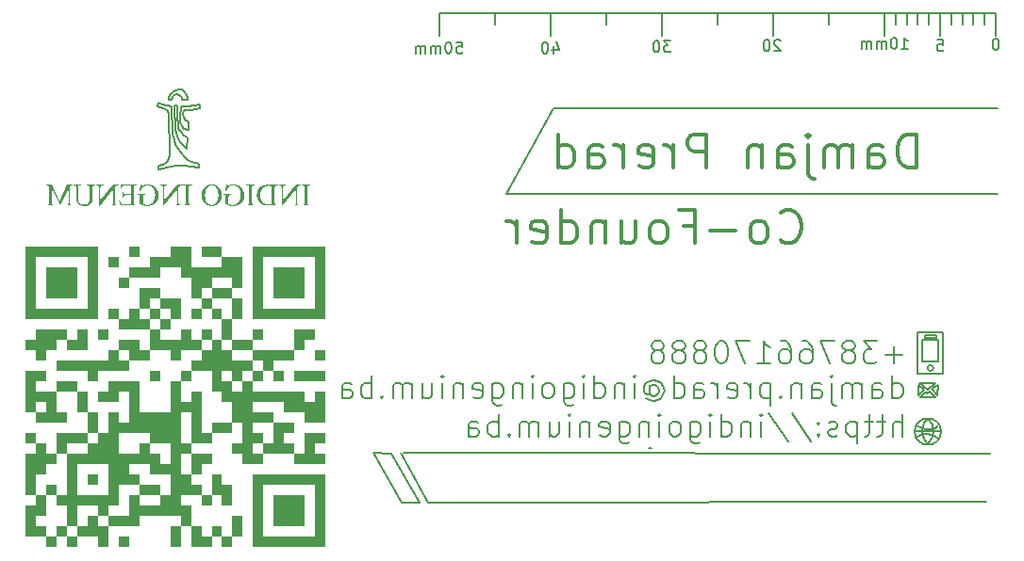
<source format=gbr>
%TF.GenerationSoftware,KiCad,Pcbnew,7.0.6*%
%TF.CreationDate,2024-06-09T16:50:33+02:00*%
%TF.ProjectId,nRF52832_visitcard,6e524635-3238-4333-925f-766973697463,v0.1*%
%TF.SameCoordinates,Original*%
%TF.FileFunction,Legend,Bot*%
%TF.FilePolarity,Positive*%
%FSLAX46Y46*%
G04 Gerber Fmt 4.6, Leading zero omitted, Abs format (unit mm)*
G04 Created by KiCad (PCBNEW 7.0.6) date 2024-06-09 16:50:33*
%MOMM*%
%LPD*%
G01*
G04 APERTURE LIST*
%ADD10C,0.150000*%
%ADD11C,0.200000*%
%ADD12C,0.300000*%
G04 APERTURE END LIST*
D10*
X117500400Y-88011000D02*
X117500400Y-88163400D01*
X116179600Y-88620600D02*
X115722400Y-88544400D01*
X184962800Y-112268000D02*
G75*
G03*
X184962800Y-112268000I-254000J0D01*
G01*
X117424200Y-91059000D02*
X117195600Y-90728800D01*
X119100600Y-88595200D02*
X119100600Y-88925400D01*
X116357400Y-87858600D02*
X116357400Y-88138000D01*
X116357400Y-88138000D02*
X116560600Y-88138000D01*
X117398800Y-92862400D02*
X116941600Y-92227400D01*
X183997600Y-118237000D02*
X184454800Y-118211600D01*
X116636800Y-87477600D02*
X116459000Y-87630000D01*
X117678200Y-92278200D02*
X117957600Y-92532200D01*
X115392200Y-94386400D02*
X115824000Y-94310200D01*
X117449600Y-87807800D02*
X117500400Y-88011000D01*
X184454800Y-118211600D02*
X184759600Y-118262400D01*
X116662200Y-87909400D02*
X116763800Y-87731600D01*
X117830600Y-89992200D02*
X118059200Y-90093800D01*
X184835800Y-114173000D02*
X185369200Y-113792000D01*
X116382800Y-93065600D02*
X116332000Y-93497400D01*
X116967000Y-91160600D02*
X117144800Y-91617800D01*
X117373400Y-90144600D02*
X117348000Y-89738200D01*
X183718200Y-118389400D02*
X183997600Y-118237000D01*
X117144800Y-90322400D02*
X117119400Y-89763600D01*
X184251600Y-109524800D02*
X185216800Y-109524800D01*
X116611400Y-89509600D02*
X116586000Y-88722200D01*
X115824000Y-94310200D02*
X116484400Y-94157800D01*
X118999000Y-93903800D02*
X118389400Y-93751400D01*
X118262400Y-94183200D02*
X119024400Y-94259400D01*
X184226200Y-118821200D02*
X184480200Y-119167032D01*
X117957600Y-92532200D02*
X117983000Y-91567000D01*
X185343800Y-114706400D02*
X184835800Y-114173000D01*
X117983000Y-91567000D02*
X117652800Y-91338400D01*
X117094000Y-88671400D02*
X116865400Y-88671400D01*
X185216800Y-109524800D02*
X185216800Y-109270800D01*
X183972200Y-109753400D02*
X183972200Y-111709200D01*
X184759600Y-118262400D02*
X185064400Y-118338600D01*
X183565800Y-109016800D02*
X185801000Y-109016800D01*
X185801000Y-112801400D01*
X183565800Y-112801400D01*
X183565800Y-109016800D01*
X183997600Y-118237000D02*
X184226200Y-118821200D01*
X184124600Y-114249200D02*
X183616600Y-113792000D01*
X117195600Y-90728800D02*
X117144800Y-90322400D01*
X183769000Y-114909600D02*
X184277000Y-114401600D01*
X116890800Y-90093800D02*
X116890800Y-90754200D01*
X118008400Y-88163400D02*
X118008400Y-87858600D01*
X184480200Y-116798968D02*
X184150000Y-117195600D01*
X117348000Y-91948000D02*
X117678200Y-92278200D01*
X184429400Y-114579400D02*
X184658000Y-114401600D01*
X184200800Y-117805200D02*
X184607200Y-117805200D01*
X117881400Y-87630000D02*
X117729000Y-87426800D01*
X159410400Y-119481600D02*
X159664400Y-119481600D01*
X117779800Y-94107000D02*
X118262400Y-94183200D01*
X116890800Y-87274400D02*
X116636800Y-87477600D01*
X116484400Y-94157800D02*
X116967000Y-94107000D01*
X116967000Y-94107000D02*
X117779800Y-94107000D01*
X146659600Y-96570800D02*
X190754000Y-96570800D01*
X134670800Y-119913400D02*
X137236200Y-124383800D01*
X138836400Y-124358400D02*
X136296400Y-119938800D01*
X117043200Y-87630000D02*
X117195600Y-87680800D01*
X117500400Y-88163400D02*
X118008400Y-88163400D01*
X117652800Y-91338400D02*
X117424200Y-91059000D01*
X115316000Y-88773000D02*
X115824000Y-88874600D01*
X184607200Y-117805200D02*
X185140600Y-117729000D01*
X137134600Y-119913400D02*
X139598400Y-124383800D01*
X139598400Y-124383800D02*
X189712600Y-124333000D01*
X116890800Y-90754200D02*
X116967000Y-91160600D01*
X119024400Y-94259400D02*
X118999000Y-93903800D01*
X150876000Y-88900000D02*
X146659600Y-96570800D01*
X183743600Y-113614200D02*
X184454800Y-114198400D01*
X184480200Y-116798968D02*
X184886600Y-117373400D01*
X183616600Y-114757200D02*
X184124600Y-114249200D01*
X185216800Y-109270800D02*
X184251600Y-109270800D01*
X115722400Y-88544400D02*
X115366800Y-88417400D01*
X118008400Y-87858600D02*
X117881400Y-87630000D01*
X136296400Y-119938800D02*
X134670800Y-119913400D01*
X137388600Y-119913400D02*
X190042800Y-119938800D01*
X117119400Y-89763600D02*
X117094000Y-88671400D01*
X184150000Y-117195600D02*
X183972200Y-117754400D01*
X116763800Y-87731600D02*
X117043200Y-87630000D01*
X150876000Y-88900000D02*
X190754000Y-88925400D01*
X118287800Y-89077800D02*
X117881400Y-89052400D01*
X117602000Y-89382600D02*
X117652800Y-89712800D01*
X184277000Y-114401600D02*
X184429400Y-114579400D01*
X117652800Y-89077800D02*
X117602000Y-89382600D01*
X118389400Y-93751400D02*
X118033800Y-93522800D01*
X185369200Y-113792000D02*
X185343800Y-114706400D01*
X117195600Y-87680800D02*
X117449600Y-87807800D01*
X116941600Y-92227400D02*
X116789200Y-91770200D01*
X116865400Y-89509600D02*
X116890800Y-90093800D01*
X116662200Y-91211400D02*
X116662200Y-90525600D01*
X137236200Y-124383800D02*
X138836400Y-124358400D01*
X116586000Y-88722200D02*
X116179600Y-88620600D01*
X117881400Y-89052400D02*
X117652800Y-89077800D01*
X117424200Y-88722200D02*
X118033800Y-88722200D01*
X119100600Y-88925400D02*
X118745000Y-88976200D01*
X116154200Y-89052400D02*
X116281200Y-89306400D01*
X184454800Y-114198400D02*
X185191400Y-113639600D01*
X117144800Y-91617800D02*
X117348000Y-91948000D01*
X185664232Y-117983000D02*
G75*
G03*
X185664232Y-117983000I-1184032J0D01*
G01*
X184988200Y-117906800D02*
X184912000Y-118414800D01*
X185166000Y-114935000D02*
X183769000Y-114909600D01*
X115366800Y-88417400D02*
X115316000Y-88773000D01*
X117500400Y-90551000D02*
X117373400Y-90144600D01*
X118745000Y-88976200D02*
X118287800Y-89077800D01*
X118059200Y-90093800D02*
X118059200Y-90881200D01*
X116332000Y-93497400D02*
X116154200Y-93751400D01*
X185445400Y-109753400D02*
X183972200Y-109753400D01*
X184886600Y-117373400D02*
X184988200Y-117906800D01*
X185191400Y-113639600D02*
X183743600Y-113614200D01*
X118033800Y-88722200D02*
X118592600Y-88671400D01*
X185140600Y-117729000D02*
X185420000Y-117475000D01*
X183972200Y-111709200D02*
X185445400Y-111709200D01*
X184658000Y-114401600D02*
X185166000Y-114935000D01*
X116560600Y-88138000D02*
X116662200Y-87909400D01*
X185064400Y-118338600D02*
X185420000Y-118592600D01*
X185445400Y-111709200D02*
X185445400Y-109753400D01*
X183413400Y-118541800D02*
X183718200Y-118389400D01*
X184251600Y-109270800D02*
X184251600Y-109524800D01*
X183296168Y-117983000D02*
X185664232Y-117983000D01*
X117348000Y-89738200D02*
X117424200Y-88722200D01*
X183972200Y-117754400D02*
X183997600Y-118237000D01*
X118592600Y-88671400D02*
X119100600Y-88595200D01*
X117221000Y-87249000D02*
X116890800Y-87274400D01*
X117703600Y-90805000D02*
X117500400Y-90551000D01*
X115849400Y-93980000D02*
X115366800Y-94081600D01*
X115824000Y-88874600D02*
X116154200Y-89052400D01*
X117652800Y-89712800D02*
X117830600Y-89992200D01*
X183667400Y-117551200D02*
X184200800Y-117805200D01*
X116154200Y-93751400D02*
X115849400Y-93980000D01*
X116865400Y-88671400D02*
X116865400Y-89509600D01*
X117729000Y-87426800D02*
X117475000Y-87249000D01*
X115366800Y-94081600D02*
X115392200Y-94386400D01*
X184912000Y-118414800D02*
X184480200Y-119167032D01*
X116459000Y-87630000D02*
X116357400Y-87858600D01*
X183616600Y-113792000D02*
X183616600Y-114757200D01*
X116789200Y-91770200D02*
X116662200Y-91211400D01*
X116281200Y-89306400D02*
X116382800Y-93065600D01*
X117754400Y-93294200D02*
X117398800Y-92862400D01*
X118059200Y-90881200D02*
X117703600Y-90805000D01*
X118033800Y-93522800D02*
X117754400Y-93294200D01*
X183489600Y-117398800D02*
X183667400Y-117551200D01*
X117475000Y-87249000D02*
X117221000Y-87249000D01*
X116662200Y-90525600D02*
X116611400Y-89509600D01*
G36*
X128239672Y-97598489D02*
G01*
X128239672Y-97653200D01*
X129038346Y-97653200D01*
X129038346Y-97598489D01*
X128972400Y-97598489D01*
X128951252Y-97597897D01*
X128931219Y-97596119D01*
X128906245Y-97591906D01*
X128883256Y-97585586D01*
X128862251Y-97577160D01*
X128843230Y-97566627D01*
X128826194Y-97553987D01*
X128811143Y-97539241D01*
X128804361Y-97531078D01*
X128793239Y-97510212D01*
X128787102Y-97491436D01*
X128781988Y-97468768D01*
X128778824Y-97449211D01*
X128776235Y-97427466D01*
X128774222Y-97403530D01*
X128772783Y-97377405D01*
X128771921Y-97349091D01*
X128771665Y-97328998D01*
X128771633Y-97318587D01*
X128771633Y-96112027D01*
X128771787Y-96086224D01*
X128772251Y-96062121D01*
X128773024Y-96039719D01*
X128774106Y-96019016D01*
X128776029Y-95994058D01*
X128778502Y-95972122D01*
X128782366Y-95948952D01*
X128788136Y-95927382D01*
X128789218Y-95924449D01*
X128799428Y-95905751D01*
X128812266Y-95890494D01*
X128828645Y-95876518D01*
X128845883Y-95865342D01*
X128864943Y-95855773D01*
X128884265Y-95847825D01*
X128903850Y-95841500D01*
X128923697Y-95836796D01*
X128943806Y-95833714D01*
X128964178Y-95832255D01*
X128972400Y-95832125D01*
X129038346Y-95832125D01*
X129038346Y-95777414D01*
X128239672Y-95777414D01*
X128239672Y-95832125D01*
X128307083Y-95832125D01*
X128327970Y-95832717D01*
X128347767Y-95834495D01*
X128372466Y-95838708D01*
X128395226Y-95845028D01*
X128416048Y-95853454D01*
X128434931Y-95863987D01*
X128451875Y-95876627D01*
X128466881Y-95891373D01*
X128473657Y-95899536D01*
X128485277Y-95920401D01*
X128491689Y-95939178D01*
X128497031Y-95961846D01*
X128500337Y-95981403D01*
X128503042Y-96003148D01*
X128505146Y-96027084D01*
X128506648Y-96053208D01*
X128507550Y-96081523D01*
X128507817Y-96101616D01*
X128507851Y-96112027D01*
X128507851Y-97318587D01*
X128507692Y-97344390D01*
X128507215Y-97368492D01*
X128506421Y-97390895D01*
X128505309Y-97411598D01*
X128503332Y-97436556D01*
X128500790Y-97458492D01*
X128496819Y-97481662D01*
X128490889Y-97503232D01*
X128489777Y-97506165D01*
X128479687Y-97524863D01*
X128466697Y-97540120D01*
X128449920Y-97554096D01*
X128432135Y-97565272D01*
X128413497Y-97574841D01*
X128394526Y-97582789D01*
X128375220Y-97589114D01*
X128355580Y-97593818D01*
X128335607Y-97596900D01*
X128315299Y-97598359D01*
X128307083Y-97598489D01*
X128239672Y-97598489D01*
G37*
G36*
X128213294Y-95777414D02*
G01*
X127707711Y-95777414D01*
X126568562Y-97184253D01*
X126568562Y-96105188D01*
X126568713Y-96084141D01*
X126569165Y-96064110D01*
X126570409Y-96035966D01*
X126572331Y-96010105D01*
X126574931Y-95986529D01*
X126578210Y-95965237D01*
X126583637Y-95940401D01*
X126590269Y-95919625D01*
X126600256Y-95899365D01*
X126607153Y-95890255D01*
X126624472Y-95873508D01*
X126640405Y-95862155D01*
X126658185Y-95852618D01*
X126677812Y-95844897D01*
X126699286Y-95838994D01*
X126722608Y-95834906D01*
X126747776Y-95832636D01*
X126767865Y-95832125D01*
X126832345Y-95832125D01*
X126832345Y-95777414D01*
X126184124Y-95777414D01*
X126184124Y-95832125D01*
X126250070Y-95832125D01*
X126271629Y-95832756D01*
X126291978Y-95834649D01*
X126317227Y-95839137D01*
X126340323Y-95845869D01*
X126361267Y-95854845D01*
X126380058Y-95866065D01*
X126396697Y-95879529D01*
X126411184Y-95895237D01*
X126417620Y-95903932D01*
X126427913Y-95924569D01*
X126434863Y-95947827D01*
X126439359Y-95970400D01*
X126442908Y-95996500D01*
X126444949Y-96018389D01*
X126446457Y-96042261D01*
X126447433Y-96068117D01*
X126447877Y-96095956D01*
X126447906Y-96105677D01*
X126447906Y-97684463D01*
X126497243Y-97684463D01*
X127725296Y-96173088D01*
X127725296Y-97325426D01*
X127725153Y-97346472D01*
X127724724Y-97366504D01*
X127723543Y-97394648D01*
X127721719Y-97420509D01*
X127719250Y-97444085D01*
X127716137Y-97465377D01*
X127710985Y-97490213D01*
X127704689Y-97510989D01*
X127695207Y-97531249D01*
X127688660Y-97540359D01*
X127670943Y-97557106D01*
X127654777Y-97568459D01*
X127636841Y-97577996D01*
X127617133Y-97585716D01*
X127595655Y-97591620D01*
X127572406Y-97595708D01*
X127547387Y-97597978D01*
X127527460Y-97598489D01*
X127461514Y-97598489D01*
X127461514Y-97653200D01*
X128110223Y-97653200D01*
X128110223Y-97598489D01*
X128045743Y-97598489D01*
X128023922Y-97597858D01*
X128003336Y-97595965D01*
X127983988Y-97592809D01*
X127960113Y-97586638D01*
X127938437Y-97578223D01*
X127918958Y-97567564D01*
X127901678Y-97554661D01*
X127886596Y-97539514D01*
X127876727Y-97526682D01*
X127866435Y-97506228D01*
X127859484Y-97483123D01*
X127854988Y-97460672D01*
X127851439Y-97434694D01*
X127849399Y-97412897D01*
X127847890Y-97389116D01*
X127846914Y-97363352D01*
X127846471Y-97335604D01*
X127846441Y-97325914D01*
X127846441Y-96026542D01*
X127861302Y-96009253D01*
X127875475Y-95993106D01*
X127888962Y-95978100D01*
X127905876Y-95959870D01*
X127921569Y-95943670D01*
X127936040Y-95929500D01*
X127952412Y-95914643D01*
X127969539Y-95901001D01*
X127986501Y-95889781D01*
X128006244Y-95878836D01*
X128024823Y-95869925D01*
X128045333Y-95861205D01*
X128067775Y-95852676D01*
X128087120Y-95845989D01*
X128092149Y-95844337D01*
X128111637Y-95839579D01*
X128131467Y-95836430D01*
X128154181Y-95834140D01*
X128175314Y-95832888D01*
X128198450Y-95832232D01*
X128213294Y-95832125D01*
X128213294Y-95777414D01*
G37*
G36*
X126107920Y-95832125D02*
G01*
X126037578Y-95832125D01*
X126012009Y-95833071D01*
X125988058Y-95835911D01*
X125965725Y-95840643D01*
X125945010Y-95847268D01*
X125925914Y-95855786D01*
X125908435Y-95866197D01*
X125892575Y-95878500D01*
X125878332Y-95892697D01*
X125867215Y-95909644D01*
X125859678Y-95927821D01*
X125853346Y-95950104D01*
X125849389Y-95969511D01*
X125846111Y-95991229D01*
X125843510Y-96015255D01*
X125841588Y-96041592D01*
X125840345Y-96070239D01*
X125839892Y-96090620D01*
X125839742Y-96112027D01*
X125839742Y-97318587D01*
X125839860Y-97337989D01*
X125840481Y-97365432D01*
X125841635Y-97390883D01*
X125843320Y-97414341D01*
X125845539Y-97435808D01*
X125848289Y-97455283D01*
X125852785Y-97478150D01*
X125859735Y-97501754D01*
X125870028Y-97522774D01*
X125876464Y-97531942D01*
X125890951Y-97548505D01*
X125907590Y-97562702D01*
X125926381Y-97574532D01*
X125947325Y-97583997D01*
X125970421Y-97591095D01*
X125995670Y-97595827D01*
X126016019Y-97597824D01*
X126037578Y-97598489D01*
X126107920Y-97598489D01*
X126107920Y-97653200D01*
X125275052Y-97653200D01*
X125241404Y-97652913D01*
X125208298Y-97652055D01*
X125175733Y-97650624D01*
X125143711Y-97648620D01*
X125112230Y-97646044D01*
X125081291Y-97642896D01*
X125050895Y-97639175D01*
X125021040Y-97634881D01*
X124991727Y-97630016D01*
X124962956Y-97624577D01*
X124934727Y-97618567D01*
X124907039Y-97611984D01*
X124879894Y-97604828D01*
X124853291Y-97597100D01*
X124827229Y-97588800D01*
X124801710Y-97579927D01*
X124776732Y-97570481D01*
X124752296Y-97560464D01*
X124728402Y-97549873D01*
X124705051Y-97538711D01*
X124682241Y-97526976D01*
X124659972Y-97514668D01*
X124638246Y-97501788D01*
X124617062Y-97488336D01*
X124596420Y-97474311D01*
X124576319Y-97459713D01*
X124556761Y-97444544D01*
X124537744Y-97428801D01*
X124519269Y-97412487D01*
X124501337Y-97395600D01*
X124483946Y-97378140D01*
X124467097Y-97360108D01*
X124452581Y-97343557D01*
X124438526Y-97326754D01*
X124424932Y-97309699D01*
X124411799Y-97292392D01*
X124399126Y-97274833D01*
X124386915Y-97257022D01*
X124375164Y-97238960D01*
X124363874Y-97220645D01*
X124353045Y-97202079D01*
X124342676Y-97183261D01*
X124332769Y-97164191D01*
X124323322Y-97144869D01*
X124314336Y-97125295D01*
X124305811Y-97105470D01*
X124297746Y-97085392D01*
X124290143Y-97065063D01*
X124283000Y-97044481D01*
X124276318Y-97023648D01*
X124270097Y-97002563D01*
X124264337Y-96981226D01*
X124259038Y-96959638D01*
X124254199Y-96937797D01*
X124249821Y-96915704D01*
X124245904Y-96893360D01*
X124242448Y-96870764D01*
X124239453Y-96847916D01*
X124236919Y-96824816D01*
X124234845Y-96801464D01*
X124233232Y-96777860D01*
X124232080Y-96754004D01*
X124231389Y-96729897D01*
X124231288Y-96719215D01*
X124544278Y-96719215D01*
X124544483Y-96743268D01*
X124545100Y-96767008D01*
X124546128Y-96790434D01*
X124547567Y-96813546D01*
X124549418Y-96836344D01*
X124551679Y-96858828D01*
X124554352Y-96880999D01*
X124557436Y-96902855D01*
X124560931Y-96924397D01*
X124564838Y-96945626D01*
X124569156Y-96966541D01*
X124573884Y-96987142D01*
X124579025Y-97007429D01*
X124584576Y-97027402D01*
X124590538Y-97047061D01*
X124596912Y-97066406D01*
X124603697Y-97085437D01*
X124610893Y-97104155D01*
X124618500Y-97122559D01*
X124626519Y-97140648D01*
X124634949Y-97158424D01*
X124643789Y-97175886D01*
X124662705Y-97209868D01*
X124683265Y-97242595D01*
X124705470Y-97274066D01*
X124729320Y-97304281D01*
X124754815Y-97333241D01*
X124781495Y-97360629D01*
X124809022Y-97386250D01*
X124837396Y-97410103D01*
X124866617Y-97432190D01*
X124896686Y-97452510D01*
X124927602Y-97471063D01*
X124959365Y-97487849D01*
X124991975Y-97502868D01*
X125025432Y-97516120D01*
X125059737Y-97527605D01*
X125094889Y-97537323D01*
X125130888Y-97545275D01*
X125167734Y-97551459D01*
X125205428Y-97555876D01*
X125243969Y-97558527D01*
X125263557Y-97559189D01*
X125283357Y-97559410D01*
X125298353Y-97559258D01*
X125321670Y-97558456D01*
X125345974Y-97556968D01*
X125371266Y-97554793D01*
X125397546Y-97551930D01*
X125424813Y-97548381D01*
X125453067Y-97544145D01*
X125472452Y-97540939D01*
X125492276Y-97537428D01*
X125512538Y-97533612D01*
X125533240Y-97529490D01*
X125554380Y-97525064D01*
X125575959Y-97520331D01*
X125575959Y-95918098D01*
X125566132Y-95915694D01*
X125546676Y-95911114D01*
X125527488Y-95906840D01*
X125499206Y-95901001D01*
X125471526Y-95895849D01*
X125444446Y-95891384D01*
X125417968Y-95887606D01*
X125392090Y-95884515D01*
X125366814Y-95882111D01*
X125342139Y-95880393D01*
X125318065Y-95879363D01*
X125294592Y-95879019D01*
X125274101Y-95879239D01*
X125253843Y-95879899D01*
X125233820Y-95880999D01*
X125214030Y-95882538D01*
X125175151Y-95886936D01*
X125137208Y-95893094D01*
X125100199Y-95901011D01*
X125064126Y-95910687D01*
X125028987Y-95922123D01*
X124994784Y-95935317D01*
X124961515Y-95950272D01*
X124929181Y-95966985D01*
X124897783Y-95985458D01*
X124867319Y-96005690D01*
X124837791Y-96027681D01*
X124809197Y-96051432D01*
X124781539Y-96076942D01*
X124754815Y-96104211D01*
X124729320Y-96132946D01*
X124705470Y-96162975D01*
X124683265Y-96194297D01*
X124662705Y-96226913D01*
X124643789Y-96260823D01*
X124634949Y-96278263D01*
X124626519Y-96296026D01*
X124618500Y-96314113D01*
X124610893Y-96332523D01*
X124603697Y-96351257D01*
X124596912Y-96370314D01*
X124590538Y-96389695D01*
X124584576Y-96409399D01*
X124579025Y-96429426D01*
X124573884Y-96449777D01*
X124569156Y-96470451D01*
X124564838Y-96491449D01*
X124560931Y-96512770D01*
X124557436Y-96534415D01*
X124554352Y-96556383D01*
X124551679Y-96578674D01*
X124549418Y-96601289D01*
X124547567Y-96624227D01*
X124546128Y-96647489D01*
X124545100Y-96671074D01*
X124544483Y-96694983D01*
X124544278Y-96719215D01*
X124231288Y-96719215D01*
X124231158Y-96705537D01*
X124231675Y-96669353D01*
X124233227Y-96633707D01*
X124235812Y-96598599D01*
X124239432Y-96564029D01*
X124244086Y-96529997D01*
X124249774Y-96496504D01*
X124256497Y-96463548D01*
X124264253Y-96431130D01*
X124273044Y-96399251D01*
X124282869Y-96367910D01*
X124293728Y-96337106D01*
X124305622Y-96306841D01*
X124318550Y-96277114D01*
X124332511Y-96247925D01*
X124347508Y-96219275D01*
X124363538Y-96191162D01*
X124380419Y-96163816D01*
X124397969Y-96137467D01*
X124416186Y-96112113D01*
X124435071Y-96087756D01*
X124454623Y-96064394D01*
X124474844Y-96042029D01*
X124495732Y-96020659D01*
X124517289Y-96000286D01*
X124539513Y-95980909D01*
X124562405Y-95962528D01*
X124585965Y-95945142D01*
X124610193Y-95928753D01*
X124635088Y-95913360D01*
X124660652Y-95898963D01*
X124686883Y-95885562D01*
X124713782Y-95873158D01*
X124741796Y-95861564D01*
X124771370Y-95850718D01*
X124802505Y-95840620D01*
X124835201Y-95831270D01*
X124869458Y-95822668D01*
X124905276Y-95814814D01*
X124942655Y-95807708D01*
X124961930Y-95804436D01*
X124981594Y-95801350D01*
X125001650Y-95798452D01*
X125022095Y-95795740D01*
X125042930Y-95793216D01*
X125064156Y-95790878D01*
X125085772Y-95788728D01*
X125107778Y-95786764D01*
X125130175Y-95784988D01*
X125152961Y-95783398D01*
X125176138Y-95781996D01*
X125199705Y-95780780D01*
X125223663Y-95779752D01*
X125248010Y-95778910D01*
X125272748Y-95778256D01*
X125297876Y-95777788D01*
X125323394Y-95777508D01*
X125349302Y-95777414D01*
X126107920Y-95777414D01*
X126107920Y-95832125D01*
G37*
G36*
X123266888Y-97598489D02*
G01*
X123266888Y-97653200D01*
X124065562Y-97653200D01*
X124065562Y-97598489D01*
X123999616Y-97598489D01*
X123978467Y-97597897D01*
X123958434Y-97596119D01*
X123933461Y-97591906D01*
X123910471Y-97585586D01*
X123889466Y-97577160D01*
X123870446Y-97566627D01*
X123853410Y-97553987D01*
X123838359Y-97539241D01*
X123831577Y-97531078D01*
X123820454Y-97510212D01*
X123814318Y-97491436D01*
X123809204Y-97468768D01*
X123806040Y-97449211D01*
X123803451Y-97427466D01*
X123801437Y-97403530D01*
X123799999Y-97377405D01*
X123799136Y-97349091D01*
X123798880Y-97328998D01*
X123798848Y-97318587D01*
X123798848Y-96112027D01*
X123799003Y-96086224D01*
X123799467Y-96062121D01*
X123800240Y-96039719D01*
X123801321Y-96019016D01*
X123803245Y-95994058D01*
X123805718Y-95972122D01*
X123809582Y-95948952D01*
X123815352Y-95927382D01*
X123816434Y-95924449D01*
X123826644Y-95905751D01*
X123839482Y-95890494D01*
X123855861Y-95876518D01*
X123873098Y-95865342D01*
X123892158Y-95855773D01*
X123911481Y-95847825D01*
X123931065Y-95841500D01*
X123950913Y-95836796D01*
X123971022Y-95833714D01*
X123991394Y-95832255D01*
X123999616Y-95832125D01*
X124065562Y-95832125D01*
X124065562Y-95777414D01*
X123266888Y-95777414D01*
X123266888Y-95832125D01*
X123334299Y-95832125D01*
X123355186Y-95832717D01*
X123374982Y-95834495D01*
X123399681Y-95838708D01*
X123422442Y-95845028D01*
X123443263Y-95853454D01*
X123462146Y-95863987D01*
X123479091Y-95876627D01*
X123494096Y-95891373D01*
X123500872Y-95899536D01*
X123512493Y-95920401D01*
X123518904Y-95939178D01*
X123524247Y-95961846D01*
X123527553Y-95981403D01*
X123530258Y-96003148D01*
X123532361Y-96027084D01*
X123533864Y-96053208D01*
X123534766Y-96081523D01*
X123535033Y-96101616D01*
X123535066Y-96112027D01*
X123535066Y-97318587D01*
X123534907Y-97344390D01*
X123534431Y-97368492D01*
X123533637Y-97390895D01*
X123532525Y-97411598D01*
X123530548Y-97436556D01*
X123528006Y-97458492D01*
X123524035Y-97481662D01*
X123518104Y-97503232D01*
X123516992Y-97506165D01*
X123506903Y-97524863D01*
X123493912Y-97540120D01*
X123477136Y-97554096D01*
X123459351Y-97565272D01*
X123440713Y-97574841D01*
X123421741Y-97582789D01*
X123402436Y-97589114D01*
X123382796Y-97593818D01*
X123362823Y-97596900D01*
X123342515Y-97598359D01*
X123334299Y-97598489D01*
X123266888Y-97598489D01*
G37*
G36*
X121476587Y-95746151D02*
G01*
X121428227Y-96340150D01*
X121476587Y-96340150D01*
X121485852Y-96312617D01*
X121495448Y-96285951D01*
X121505376Y-96260151D01*
X121515636Y-96235217D01*
X121526228Y-96211150D01*
X121537152Y-96187948D01*
X121548408Y-96165614D01*
X121559996Y-96144145D01*
X121571917Y-96123543D01*
X121584169Y-96103807D01*
X121596753Y-96084937D01*
X121609669Y-96066934D01*
X121622918Y-96049797D01*
X121636498Y-96033526D01*
X121650410Y-96018121D01*
X121664654Y-96003583D01*
X121685787Y-95983767D01*
X121707664Y-95965230D01*
X121730285Y-95947970D01*
X121753650Y-95931990D01*
X121777760Y-95917287D01*
X121802614Y-95903864D01*
X121828211Y-95891718D01*
X121854553Y-95880851D01*
X121881639Y-95871263D01*
X121909470Y-95862953D01*
X121938044Y-95855921D01*
X121967363Y-95850168D01*
X121997426Y-95845694D01*
X122028233Y-95842498D01*
X122059784Y-95840580D01*
X122092079Y-95839941D01*
X122114140Y-95840214D01*
X122135868Y-95841036D01*
X122157264Y-95842405D01*
X122178328Y-95844322D01*
X122199060Y-95846786D01*
X122219460Y-95849798D01*
X122239528Y-95853358D01*
X122259264Y-95857465D01*
X122278668Y-95862120D01*
X122297740Y-95867323D01*
X122316479Y-95873073D01*
X122352963Y-95886216D01*
X122388119Y-95901550D01*
X122421947Y-95919074D01*
X122454446Y-95938789D01*
X122485618Y-95960695D01*
X122515461Y-95984791D01*
X122543976Y-96011078D01*
X122557736Y-96025042D01*
X122571164Y-96039555D01*
X122584259Y-96054615D01*
X122597023Y-96070222D01*
X122609455Y-96086378D01*
X122621554Y-96103081D01*
X122633322Y-96120331D01*
X122652132Y-96150240D01*
X122669729Y-96180858D01*
X122686112Y-96212186D01*
X122701282Y-96244224D01*
X122715238Y-96276971D01*
X122727981Y-96310429D01*
X122739510Y-96344596D01*
X122749825Y-96379473D01*
X122758927Y-96415060D01*
X122766816Y-96451357D01*
X122773490Y-96488363D01*
X122778951Y-96526080D01*
X122783199Y-96564506D01*
X122784868Y-96583985D01*
X122786233Y-96603642D01*
X122787295Y-96623476D01*
X122788053Y-96643488D01*
X122788508Y-96663677D01*
X122788660Y-96684044D01*
X122788257Y-96717019D01*
X122787050Y-96749631D01*
X122785037Y-96781880D01*
X122782218Y-96813767D01*
X122778595Y-96845292D01*
X122774166Y-96876454D01*
X122768932Y-96907253D01*
X122762892Y-96937690D01*
X122756048Y-96967764D01*
X122748398Y-96997476D01*
X122739943Y-97026825D01*
X122730683Y-97055812D01*
X122720617Y-97084436D01*
X122709747Y-97112698D01*
X122698071Y-97140597D01*
X122685590Y-97168133D01*
X122672456Y-97195032D01*
X122658822Y-97221019D01*
X122644688Y-97246094D01*
X122630055Y-97270257D01*
X122614921Y-97293508D01*
X122599288Y-97315847D01*
X122583155Y-97337273D01*
X122566521Y-97357788D01*
X122549388Y-97377390D01*
X122531755Y-97396080D01*
X122513622Y-97413859D01*
X122494989Y-97430725D01*
X122475856Y-97446679D01*
X122456223Y-97461721D01*
X122436090Y-97475851D01*
X122415457Y-97489068D01*
X122394540Y-97501372D01*
X122373554Y-97512882D01*
X122352500Y-97523598D01*
X122331376Y-97533521D01*
X122310185Y-97542649D01*
X122288924Y-97550984D01*
X122267595Y-97558525D01*
X122246197Y-97565272D01*
X122224730Y-97571225D01*
X122203195Y-97576385D01*
X122181591Y-97580751D01*
X122159918Y-97584323D01*
X122138176Y-97587101D01*
X122116366Y-97589086D01*
X122094488Y-97590276D01*
X122072540Y-97590673D01*
X122046887Y-97590269D01*
X122021463Y-97589055D01*
X121996268Y-97587033D01*
X121971301Y-97584201D01*
X121946564Y-97580560D01*
X121922056Y-97576110D01*
X121897777Y-97570851D01*
X121873726Y-97564784D01*
X121849775Y-97557807D01*
X121826038Y-97550068D01*
X121802514Y-97541565D01*
X121779204Y-97532299D01*
X121756108Y-97522270D01*
X121733226Y-97511478D01*
X121710557Y-97499922D01*
X121688102Y-97487603D01*
X121688102Y-96948315D01*
X121688291Y-96922882D01*
X121688857Y-96899159D01*
X121689802Y-96877144D01*
X121691124Y-96856838D01*
X121693475Y-96832421D01*
X121696498Y-96811043D01*
X121701220Y-96788591D01*
X121708273Y-96767914D01*
X121709595Y-96765133D01*
X121719930Y-96747117D01*
X121732556Y-96731112D01*
X121747472Y-96717117D01*
X121764680Y-96705133D01*
X121775541Y-96699187D01*
X121794597Y-96691385D01*
X121814125Y-96686116D01*
X121836968Y-96681968D01*
X121857629Y-96679457D01*
X121880413Y-96677663D01*
X121905318Y-96676587D01*
X121925389Y-96676251D01*
X121932345Y-96676228D01*
X121932345Y-96621518D01*
X121211340Y-96621518D01*
X121211340Y-96676228D01*
X121245534Y-96676228D01*
X121265087Y-96676855D01*
X121289301Y-96679641D01*
X121311394Y-96684655D01*
X121331365Y-96691899D01*
X121349213Y-96701371D01*
X121364940Y-96713072D01*
X121381615Y-96730832D01*
X121392568Y-96747547D01*
X121400449Y-96765984D01*
X121406994Y-96789240D01*
X121411268Y-96811313D01*
X121414687Y-96836471D01*
X121416691Y-96857362D01*
X121418213Y-96879988D01*
X121419255Y-96904348D01*
X121419816Y-96930443D01*
X121419923Y-96948803D01*
X121419923Y-97519354D01*
X121439690Y-97529863D01*
X121459422Y-97540016D01*
X121479120Y-97549814D01*
X121498783Y-97559258D01*
X121518412Y-97568346D01*
X121538007Y-97577080D01*
X121557567Y-97585458D01*
X121577093Y-97593482D01*
X121596585Y-97601151D01*
X121616043Y-97608465D01*
X121635466Y-97615424D01*
X121654854Y-97622028D01*
X121674209Y-97628277D01*
X121693529Y-97634171D01*
X121712814Y-97639711D01*
X121732066Y-97644895D01*
X121751433Y-97649687D01*
X121771068Y-97654169D01*
X121790970Y-97658342D01*
X121811139Y-97662206D01*
X121831575Y-97665761D01*
X121852279Y-97669007D01*
X121873249Y-97671943D01*
X121894487Y-97674571D01*
X121915992Y-97676889D01*
X121937764Y-97678898D01*
X121959803Y-97680599D01*
X121982109Y-97681990D01*
X122004683Y-97683072D01*
X122027523Y-97683844D01*
X122050631Y-97684308D01*
X122074006Y-97684463D01*
X122107488Y-97684126D01*
X122140464Y-97683117D01*
X122172934Y-97681436D01*
X122204897Y-97679082D01*
X122236353Y-97676055D01*
X122267303Y-97672355D01*
X122297746Y-97667983D01*
X122327682Y-97662939D01*
X122357112Y-97657221D01*
X122386035Y-97650831D01*
X122414452Y-97643769D01*
X122442362Y-97636034D01*
X122469765Y-97627626D01*
X122496662Y-97618546D01*
X122523052Y-97608793D01*
X122548936Y-97598367D01*
X122574313Y-97587269D01*
X122599183Y-97575498D01*
X122623547Y-97563054D01*
X122647404Y-97549938D01*
X122670754Y-97536149D01*
X122693598Y-97521688D01*
X122715935Y-97506554D01*
X122737766Y-97490747D01*
X122759090Y-97474268D01*
X122779907Y-97457116D01*
X122800218Y-97439292D01*
X122820022Y-97420795D01*
X122839320Y-97401625D01*
X122858111Y-97381783D01*
X122876395Y-97361268D01*
X122894173Y-97340080D01*
X122907096Y-97323852D01*
X122919609Y-97307470D01*
X122931711Y-97290933D01*
X122943403Y-97274241D01*
X122954685Y-97257395D01*
X122965557Y-97240395D01*
X122976018Y-97223240D01*
X122986069Y-97205930D01*
X122995710Y-97188465D01*
X123004941Y-97170847D01*
X123013761Y-97153073D01*
X123022171Y-97135145D01*
X123030171Y-97117063D01*
X123037761Y-97098825D01*
X123044940Y-97080434D01*
X123051710Y-97061888D01*
X123058069Y-97043187D01*
X123064017Y-97024331D01*
X123069556Y-97005321D01*
X123074684Y-96986157D01*
X123079402Y-96966838D01*
X123083709Y-96947364D01*
X123087607Y-96927736D01*
X123091094Y-96907954D01*
X123094171Y-96888016D01*
X123096837Y-96867924D01*
X123099094Y-96847678D01*
X123100940Y-96827277D01*
X123102376Y-96806722D01*
X123103401Y-96786011D01*
X123104017Y-96765147D01*
X123104222Y-96744128D01*
X123103762Y-96713616D01*
X123102382Y-96683265D01*
X123100083Y-96653075D01*
X123096864Y-96623044D01*
X123092725Y-96593174D01*
X123087667Y-96563464D01*
X123081689Y-96533915D01*
X123074791Y-96504525D01*
X123066973Y-96475296D01*
X123058235Y-96446228D01*
X123048578Y-96417319D01*
X123038001Y-96388571D01*
X123026505Y-96359983D01*
X123014089Y-96331556D01*
X123000753Y-96303288D01*
X122986497Y-96275181D01*
X122968564Y-96242323D01*
X122949815Y-96210426D01*
X122930248Y-96179492D01*
X122909866Y-96149518D01*
X122888666Y-96120507D01*
X122866650Y-96092457D01*
X122843817Y-96065369D01*
X122820167Y-96039243D01*
X122795701Y-96014078D01*
X122770418Y-95989875D01*
X122744319Y-95966634D01*
X122717402Y-95944354D01*
X122689669Y-95923037D01*
X122661120Y-95902680D01*
X122631753Y-95883286D01*
X122601570Y-95864853D01*
X122575696Y-95850479D01*
X122549241Y-95837033D01*
X122522206Y-95824513D01*
X122494592Y-95812921D01*
X122466397Y-95802257D01*
X122437622Y-95792519D01*
X122408267Y-95783709D01*
X122378332Y-95775827D01*
X122347817Y-95768872D01*
X122316722Y-95762844D01*
X122285047Y-95757743D01*
X122252791Y-95753570D01*
X122219956Y-95750324D01*
X122186540Y-95748006D01*
X122152545Y-95746615D01*
X122117969Y-95746151D01*
X122092858Y-95746426D01*
X122068327Y-95747250D01*
X122044376Y-95748624D01*
X122021005Y-95750548D01*
X121998214Y-95753021D01*
X121976003Y-95756043D01*
X121954372Y-95759615D01*
X121933322Y-95763737D01*
X121911470Y-95768675D01*
X121887434Y-95774941D01*
X121867976Y-95780513D01*
X121847289Y-95786831D01*
X121825374Y-95793897D01*
X121802232Y-95801709D01*
X121777862Y-95810268D01*
X121752263Y-95819575D01*
X121725437Y-95829628D01*
X121706871Y-95836746D01*
X121697383Y-95840429D01*
X121679004Y-95847642D01*
X121658262Y-95855305D01*
X121636647Y-95862518D01*
X121615943Y-95868198D01*
X121596469Y-95871174D01*
X121594801Y-95871204D01*
X121574659Y-95867011D01*
X121558355Y-95855700D01*
X121549860Y-95845802D01*
X121540578Y-95827650D01*
X121534962Y-95808189D01*
X121531264Y-95787787D01*
X121528969Y-95768162D01*
X121527390Y-95746151D01*
X121476587Y-95746151D01*
G37*
G36*
X120176534Y-95746387D02*
G01*
X120199098Y-95747096D01*
X120221460Y-95748277D01*
X120243619Y-95749929D01*
X120265576Y-95752055D01*
X120287331Y-95754652D01*
X120308883Y-95757722D01*
X120330234Y-95761264D01*
X120351382Y-95765278D01*
X120372327Y-95769765D01*
X120393071Y-95774723D01*
X120413612Y-95780155D01*
X120433951Y-95786058D01*
X120454088Y-95792433D01*
X120474022Y-95799281D01*
X120493754Y-95806601D01*
X120513284Y-95814394D01*
X120532612Y-95822659D01*
X120551737Y-95831395D01*
X120570660Y-95840605D01*
X120589381Y-95850286D01*
X120607900Y-95860440D01*
X120626216Y-95871066D01*
X120644330Y-95882164D01*
X120662242Y-95893735D01*
X120679951Y-95905777D01*
X120697459Y-95918292D01*
X120714764Y-95931280D01*
X120731866Y-95944739D01*
X120748767Y-95958671D01*
X120765465Y-95973075D01*
X120781961Y-95987952D01*
X120800534Y-96005543D01*
X120818517Y-96023453D01*
X120835911Y-96041680D01*
X120852715Y-96060225D01*
X120868929Y-96079087D01*
X120884554Y-96098267D01*
X120899590Y-96117765D01*
X120914035Y-96137581D01*
X120927891Y-96157714D01*
X120941158Y-96178165D01*
X120953834Y-96198934D01*
X120965921Y-96220021D01*
X120977419Y-96241425D01*
X120988327Y-96263147D01*
X120998645Y-96285186D01*
X121008374Y-96307544D01*
X121017513Y-96330219D01*
X121026062Y-96353211D01*
X121034022Y-96376522D01*
X121041393Y-96400150D01*
X121048173Y-96424096D01*
X121054364Y-96448359D01*
X121059965Y-96472940D01*
X121064977Y-96497839D01*
X121069399Y-96523056D01*
X121073232Y-96548590D01*
X121076475Y-96574442D01*
X121079128Y-96600612D01*
X121081192Y-96627100D01*
X121082666Y-96653905D01*
X121083550Y-96681028D01*
X121083845Y-96708468D01*
X121083590Y-96735301D01*
X121082824Y-96761822D01*
X121081548Y-96788031D01*
X121079762Y-96813928D01*
X121077465Y-96839513D01*
X121074657Y-96864785D01*
X121071339Y-96889746D01*
X121067511Y-96914395D01*
X121063173Y-96938732D01*
X121058324Y-96962757D01*
X121052964Y-96986470D01*
X121047094Y-97009871D01*
X121040714Y-97032961D01*
X121033823Y-97055738D01*
X121026422Y-97078203D01*
X121018510Y-97100356D01*
X121010088Y-97122197D01*
X121001155Y-97143726D01*
X120991712Y-97164943D01*
X120981759Y-97185848D01*
X120971295Y-97206442D01*
X120960321Y-97226723D01*
X120948836Y-97246692D01*
X120936841Y-97266349D01*
X120924336Y-97285695D01*
X120911320Y-97304728D01*
X120897793Y-97323449D01*
X120883757Y-97341859D01*
X120869209Y-97359956D01*
X120854152Y-97377741D01*
X120838584Y-97395215D01*
X120822505Y-97412376D01*
X120806021Y-97429116D01*
X120789296Y-97445324D01*
X120772330Y-97461001D01*
X120755125Y-97476146D01*
X120737678Y-97490760D01*
X120719992Y-97504843D01*
X120702065Y-97518394D01*
X120683897Y-97531414D01*
X120665489Y-97543902D01*
X120646841Y-97555859D01*
X120627952Y-97567285D01*
X120608823Y-97578179D01*
X120589454Y-97588541D01*
X120569844Y-97598373D01*
X120549993Y-97607673D01*
X120529902Y-97616441D01*
X120509571Y-97624678D01*
X120488999Y-97632384D01*
X120468187Y-97639558D01*
X120447134Y-97646200D01*
X120425841Y-97652312D01*
X120404308Y-97657892D01*
X120382534Y-97662940D01*
X120360520Y-97667457D01*
X120338265Y-97671443D01*
X120315770Y-97674897D01*
X120293034Y-97677820D01*
X120270058Y-97680211D01*
X120246842Y-97682071D01*
X120223385Y-97683400D01*
X120199688Y-97684197D01*
X120175750Y-97684463D01*
X120152077Y-97684190D01*
X120128625Y-97683373D01*
X120105392Y-97682011D01*
X120082381Y-97680104D01*
X120059589Y-97677653D01*
X120037018Y-97674657D01*
X120014668Y-97671116D01*
X119992537Y-97667030D01*
X119970628Y-97662399D01*
X119948938Y-97657224D01*
X119927469Y-97651504D01*
X119906220Y-97645239D01*
X119885192Y-97638429D01*
X119864384Y-97631075D01*
X119843797Y-97623175D01*
X119823430Y-97614731D01*
X119803283Y-97605742D01*
X119783357Y-97596209D01*
X119763651Y-97586131D01*
X119744165Y-97575507D01*
X119724900Y-97564339D01*
X119705855Y-97552627D01*
X119687031Y-97540369D01*
X119668427Y-97527567D01*
X119650044Y-97514220D01*
X119631880Y-97500328D01*
X119613938Y-97485892D01*
X119596215Y-97470910D01*
X119578713Y-97455384D01*
X119561432Y-97439313D01*
X119544370Y-97422698D01*
X119527530Y-97405537D01*
X119511030Y-97387965D01*
X119495055Y-97370112D01*
X119479603Y-97351981D01*
X119464675Y-97333570D01*
X119450271Y-97314879D01*
X119436391Y-97295908D01*
X119423034Y-97276659D01*
X119410201Y-97257129D01*
X119397892Y-97237320D01*
X119386107Y-97217232D01*
X119374846Y-97196864D01*
X119364108Y-97176216D01*
X119353894Y-97155289D01*
X119344204Y-97134082D01*
X119335038Y-97112596D01*
X119326396Y-97090830D01*
X119318277Y-97068785D01*
X119310682Y-97046460D01*
X119303611Y-97023856D01*
X119297064Y-97000972D01*
X119291040Y-96977808D01*
X119285540Y-96954365D01*
X119280564Y-96930643D01*
X119276112Y-96906641D01*
X119272184Y-96882359D01*
X119268779Y-96857798D01*
X119265898Y-96832957D01*
X119263541Y-96807837D01*
X119261708Y-96782437D01*
X119260399Y-96756758D01*
X119260002Y-96743639D01*
X119574424Y-96743639D01*
X119574591Y-96770856D01*
X119575092Y-96797615D01*
X119575927Y-96823914D01*
X119577096Y-96849755D01*
X119578598Y-96875137D01*
X119580435Y-96900060D01*
X119582605Y-96924523D01*
X119585110Y-96948528D01*
X119587948Y-96972074D01*
X119591120Y-96995162D01*
X119594627Y-97017790D01*
X119598467Y-97039959D01*
X119602641Y-97061670D01*
X119607149Y-97082921D01*
X119611991Y-97103714D01*
X119617167Y-97124047D01*
X119622676Y-97143922D01*
X119628520Y-97163338D01*
X119634698Y-97182295D01*
X119641209Y-97200793D01*
X119655234Y-97236412D01*
X119670595Y-97270196D01*
X119687291Y-97302144D01*
X119705323Y-97332257D01*
X119724691Y-97360534D01*
X119745394Y-97386975D01*
X119767122Y-97411641D01*
X119789564Y-97434717D01*
X119812719Y-97456200D01*
X119836588Y-97476093D01*
X119861171Y-97494394D01*
X119886467Y-97511104D01*
X119912477Y-97526222D01*
X119939201Y-97539749D01*
X119966638Y-97551684D01*
X119994789Y-97562028D01*
X120023654Y-97570781D01*
X120053232Y-97577942D01*
X120083524Y-97583512D01*
X120114529Y-97587491D01*
X120146248Y-97589878D01*
X120178681Y-97590673D01*
X120209021Y-97589946D01*
X120238612Y-97587765D01*
X120267456Y-97584130D01*
X120295551Y-97579041D01*
X120322899Y-97572498D01*
X120349498Y-97564501D01*
X120375350Y-97555050D01*
X120400454Y-97544145D01*
X120424809Y-97531786D01*
X120448417Y-97517973D01*
X120471276Y-97502706D01*
X120493388Y-97485985D01*
X120514752Y-97467810D01*
X120535367Y-97448181D01*
X120555235Y-97427097D01*
X120574354Y-97404560D01*
X120586346Y-97389060D01*
X120597956Y-97373150D01*
X120609186Y-97356831D01*
X120620035Y-97340103D01*
X120630504Y-97322966D01*
X120640592Y-97305419D01*
X120650299Y-97287463D01*
X120659626Y-97269097D01*
X120668572Y-97250322D01*
X120677137Y-97231138D01*
X120685321Y-97211545D01*
X120693125Y-97191542D01*
X120700548Y-97171130D01*
X120707591Y-97150309D01*
X120714253Y-97129079D01*
X120720534Y-97107439D01*
X120726434Y-97085390D01*
X120731954Y-97062931D01*
X120737093Y-97040064D01*
X120741852Y-97016787D01*
X120746229Y-96993100D01*
X120750226Y-96969005D01*
X120753843Y-96944500D01*
X120757079Y-96919586D01*
X120759934Y-96894262D01*
X120762408Y-96868529D01*
X120764502Y-96842387D01*
X120766215Y-96815836D01*
X120767547Y-96788875D01*
X120768499Y-96761505D01*
X120769070Y-96733726D01*
X120769260Y-96705537D01*
X120769077Y-96678054D01*
X120768526Y-96650987D01*
X120767607Y-96624336D01*
X120766322Y-96598101D01*
X120764669Y-96572282D01*
X120762648Y-96546879D01*
X120760261Y-96521891D01*
X120757506Y-96497320D01*
X120754384Y-96473165D01*
X120750894Y-96449426D01*
X120747037Y-96426102D01*
X120742813Y-96403195D01*
X120738222Y-96380704D01*
X120733263Y-96358628D01*
X120727937Y-96336969D01*
X120722243Y-96315726D01*
X120716183Y-96294898D01*
X120709755Y-96274487D01*
X120702959Y-96254491D01*
X120695797Y-96234912D01*
X120688267Y-96215748D01*
X120680369Y-96197001D01*
X120672105Y-96178669D01*
X120663473Y-96160754D01*
X120645107Y-96126170D01*
X120625271Y-96093251D01*
X120603967Y-96061996D01*
X120581193Y-96032404D01*
X120561938Y-96010044D01*
X120541908Y-95989127D01*
X120521104Y-95969653D01*
X120499525Y-95951621D01*
X120477171Y-95935031D01*
X120454042Y-95919884D01*
X120430139Y-95906180D01*
X120405460Y-95893918D01*
X120380008Y-95883099D01*
X120353780Y-95873722D01*
X120326778Y-95865788D01*
X120299001Y-95859297D01*
X120270450Y-95854248D01*
X120241123Y-95850641D01*
X120211022Y-95848478D01*
X120180146Y-95847756D01*
X120147260Y-95848483D01*
X120115277Y-95850664D01*
X120084199Y-95854299D01*
X120054026Y-95859388D01*
X120024756Y-95865931D01*
X119996392Y-95873929D01*
X119968932Y-95883380D01*
X119942376Y-95894285D01*
X119916725Y-95906644D01*
X119891978Y-95920457D01*
X119868136Y-95935724D01*
X119845198Y-95952445D01*
X119823165Y-95970620D01*
X119802036Y-95990249D01*
X119781811Y-96011332D01*
X119762491Y-96033869D01*
X119739717Y-96064062D01*
X119718413Y-96096144D01*
X119708312Y-96112893D01*
X119698578Y-96130114D01*
X119689211Y-96147808D01*
X119680212Y-96165974D01*
X119671580Y-96184613D01*
X119663315Y-96203723D01*
X119655418Y-96223306D01*
X119647888Y-96243361D01*
X119640725Y-96263888D01*
X119633930Y-96284888D01*
X119627502Y-96306360D01*
X119621441Y-96328304D01*
X119615748Y-96350721D01*
X119610421Y-96373609D01*
X119605463Y-96396970D01*
X119600871Y-96420804D01*
X119596647Y-96445109D01*
X119592790Y-96469887D01*
X119589301Y-96495137D01*
X119586178Y-96520859D01*
X119583424Y-96547054D01*
X119581036Y-96573721D01*
X119579016Y-96600860D01*
X119577363Y-96628471D01*
X119576077Y-96656555D01*
X119575159Y-96685111D01*
X119574608Y-96714139D01*
X119574424Y-96743639D01*
X119260002Y-96743639D01*
X119259613Y-96730799D01*
X119259351Y-96704560D01*
X119259611Y-96679048D01*
X119260391Y-96653802D01*
X119261691Y-96628822D01*
X119263511Y-96604108D01*
X119265851Y-96579660D01*
X119268710Y-96555479D01*
X119272090Y-96531563D01*
X119275990Y-96507914D01*
X119280410Y-96484531D01*
X119285349Y-96461415D01*
X119290809Y-96438564D01*
X119296789Y-96415980D01*
X119303288Y-96393662D01*
X119310308Y-96371610D01*
X119317848Y-96349824D01*
X119325907Y-96328304D01*
X119334487Y-96307051D01*
X119343586Y-96286064D01*
X119353206Y-96265342D01*
X119363345Y-96244888D01*
X119374004Y-96224699D01*
X119385184Y-96204776D01*
X119396883Y-96185120D01*
X119409102Y-96165730D01*
X119421842Y-96146606D01*
X119435101Y-96127748D01*
X119448880Y-96109157D01*
X119463179Y-96090831D01*
X119477998Y-96072772D01*
X119493337Y-96054979D01*
X119509197Y-96037452D01*
X119525576Y-96020192D01*
X119542279Y-96003332D01*
X119559170Y-95987007D01*
X119576251Y-95971218D01*
X119593521Y-95955964D01*
X119610980Y-95941245D01*
X119628627Y-95927061D01*
X119646463Y-95913412D01*
X119664489Y-95900299D01*
X119682703Y-95887721D01*
X119701106Y-95875678D01*
X119719698Y-95864171D01*
X119738479Y-95853198D01*
X119757449Y-95842761D01*
X119776608Y-95832859D01*
X119795955Y-95823493D01*
X119815492Y-95814661D01*
X119835217Y-95806365D01*
X119855132Y-95798604D01*
X119875235Y-95791379D01*
X119895527Y-95784688D01*
X119916008Y-95778533D01*
X119936678Y-95772913D01*
X119957537Y-95767828D01*
X119978585Y-95763279D01*
X119999822Y-95759265D01*
X120021247Y-95755786D01*
X120042862Y-95752842D01*
X120064665Y-95750433D01*
X120086658Y-95748560D01*
X120108839Y-95747222D01*
X120131209Y-95746419D01*
X120153768Y-95746151D01*
X120176534Y-95746387D01*
G37*
G36*
X117594592Y-97598489D02*
G01*
X117594592Y-97653200D01*
X118393266Y-97653200D01*
X118393266Y-97598489D01*
X118327320Y-97598489D01*
X118306171Y-97597897D01*
X118286139Y-97596119D01*
X118261165Y-97591906D01*
X118238175Y-97585586D01*
X118217171Y-97577160D01*
X118198150Y-97566627D01*
X118181114Y-97553987D01*
X118166063Y-97539241D01*
X118159281Y-97531078D01*
X118148159Y-97510212D01*
X118142022Y-97491436D01*
X118136908Y-97468768D01*
X118133744Y-97449211D01*
X118131155Y-97427466D01*
X118129141Y-97403530D01*
X118127703Y-97377405D01*
X118126840Y-97349091D01*
X118126585Y-97328998D01*
X118126553Y-97318587D01*
X118126553Y-96112027D01*
X118126707Y-96086224D01*
X118127171Y-96062121D01*
X118127944Y-96039719D01*
X118129026Y-96019016D01*
X118130949Y-95994058D01*
X118133422Y-95972122D01*
X118137286Y-95948952D01*
X118143056Y-95927382D01*
X118144138Y-95924449D01*
X118154348Y-95905751D01*
X118167186Y-95890494D01*
X118183565Y-95876518D01*
X118200802Y-95865342D01*
X118219862Y-95855773D01*
X118239185Y-95847825D01*
X118258770Y-95841500D01*
X118278617Y-95836796D01*
X118298726Y-95833714D01*
X118319098Y-95832255D01*
X118327320Y-95832125D01*
X118393266Y-95832125D01*
X118393266Y-95777414D01*
X117594592Y-95777414D01*
X117594592Y-95832125D01*
X117662003Y-95832125D01*
X117682890Y-95832717D01*
X117702686Y-95834495D01*
X117727385Y-95838708D01*
X117750146Y-95845028D01*
X117770967Y-95853454D01*
X117789850Y-95863987D01*
X117806795Y-95876627D01*
X117821801Y-95891373D01*
X117828576Y-95899536D01*
X117840197Y-95920401D01*
X117846608Y-95939178D01*
X117851951Y-95961846D01*
X117855257Y-95981403D01*
X117857962Y-96003148D01*
X117860066Y-96027084D01*
X117861568Y-96053208D01*
X117862470Y-96081523D01*
X117862737Y-96101616D01*
X117862770Y-96112027D01*
X117862770Y-97318587D01*
X117862611Y-97344390D01*
X117862135Y-97368492D01*
X117861341Y-97390895D01*
X117860229Y-97411598D01*
X117858252Y-97436556D01*
X117855710Y-97458492D01*
X117851739Y-97481662D01*
X117845808Y-97503232D01*
X117844696Y-97506165D01*
X117834607Y-97524863D01*
X117821616Y-97540120D01*
X117804840Y-97554096D01*
X117787055Y-97565272D01*
X117768417Y-97574841D01*
X117749445Y-97582789D01*
X117730140Y-97589114D01*
X117710500Y-97593818D01*
X117690527Y-97596900D01*
X117670219Y-97598359D01*
X117662003Y-97598489D01*
X117594592Y-97598489D01*
G37*
G36*
X117568213Y-95777414D02*
G01*
X117062631Y-95777414D01*
X115923482Y-97184253D01*
X115923482Y-96105188D01*
X115923633Y-96084141D01*
X115924085Y-96064110D01*
X115925329Y-96035966D01*
X115927251Y-96010105D01*
X115929851Y-95986529D01*
X115933130Y-95965237D01*
X115938556Y-95940401D01*
X115945189Y-95919625D01*
X115955176Y-95899365D01*
X115962072Y-95890255D01*
X115979391Y-95873508D01*
X115995324Y-95862155D01*
X116013104Y-95852618D01*
X116032732Y-95844897D01*
X116054206Y-95838994D01*
X116077527Y-95834906D01*
X116102696Y-95832636D01*
X116122784Y-95832125D01*
X116187264Y-95832125D01*
X116187264Y-95777414D01*
X115539044Y-95777414D01*
X115539044Y-95832125D01*
X115604989Y-95832125D01*
X115626549Y-95832756D01*
X115646898Y-95834649D01*
X115672147Y-95839137D01*
X115695243Y-95845869D01*
X115716187Y-95854845D01*
X115734978Y-95866065D01*
X115751617Y-95879529D01*
X115766104Y-95895237D01*
X115772540Y-95903932D01*
X115782833Y-95924569D01*
X115789783Y-95947827D01*
X115794279Y-95970400D01*
X115797828Y-95996500D01*
X115799869Y-96018389D01*
X115801377Y-96042261D01*
X115802353Y-96068117D01*
X115802797Y-96095956D01*
X115802826Y-96105677D01*
X115802826Y-97684463D01*
X115852163Y-97684463D01*
X117080216Y-96173088D01*
X117080216Y-97325426D01*
X117080073Y-97346472D01*
X117079644Y-97366504D01*
X117078463Y-97394648D01*
X117076638Y-97420509D01*
X117074170Y-97444085D01*
X117071057Y-97465377D01*
X117065905Y-97490213D01*
X117059608Y-97510989D01*
X117050127Y-97531249D01*
X117043580Y-97540359D01*
X117025863Y-97557106D01*
X117009697Y-97568459D01*
X116991760Y-97577996D01*
X116972053Y-97585716D01*
X116950575Y-97591620D01*
X116927326Y-97595708D01*
X116902306Y-97597978D01*
X116882380Y-97598489D01*
X116816434Y-97598489D01*
X116816434Y-97653200D01*
X117465143Y-97653200D01*
X117465143Y-97598489D01*
X117400663Y-97598489D01*
X117378841Y-97597858D01*
X117358256Y-97595965D01*
X117338908Y-97592809D01*
X117315033Y-97586638D01*
X117293356Y-97578223D01*
X117273878Y-97567564D01*
X117256598Y-97554661D01*
X117241516Y-97539514D01*
X117231647Y-97526682D01*
X117221354Y-97506228D01*
X117214404Y-97483123D01*
X117209908Y-97460672D01*
X117206359Y-97434694D01*
X117204318Y-97412897D01*
X117202810Y-97389116D01*
X117201834Y-97363352D01*
X117201390Y-97335604D01*
X117201361Y-97325914D01*
X117201361Y-96026542D01*
X117216221Y-96009253D01*
X117230395Y-95993106D01*
X117243882Y-95978100D01*
X117260796Y-95959870D01*
X117276488Y-95943670D01*
X117290960Y-95929500D01*
X117307332Y-95914643D01*
X117324459Y-95901001D01*
X117341421Y-95889781D01*
X117361164Y-95878836D01*
X117379742Y-95869925D01*
X117400253Y-95861205D01*
X117422695Y-95852676D01*
X117442040Y-95845989D01*
X117447069Y-95844337D01*
X117466557Y-95839579D01*
X117486386Y-95836430D01*
X117509101Y-95834140D01*
X117530234Y-95832888D01*
X117553370Y-95832232D01*
X117568213Y-95832125D01*
X117568213Y-95777414D01*
G37*
G36*
X113783915Y-95746151D02*
G01*
X113735555Y-96340150D01*
X113783915Y-96340150D01*
X113793179Y-96312617D01*
X113802775Y-96285951D01*
X113812703Y-96260151D01*
X113822963Y-96235217D01*
X113833555Y-96211150D01*
X113844479Y-96187948D01*
X113855736Y-96165614D01*
X113867324Y-96144145D01*
X113879244Y-96123543D01*
X113891496Y-96103807D01*
X113904080Y-96084937D01*
X113916997Y-96066934D01*
X113930245Y-96049797D01*
X113943825Y-96033526D01*
X113957737Y-96018121D01*
X113971982Y-96003583D01*
X113993115Y-95983767D01*
X114014991Y-95965230D01*
X114037612Y-95947970D01*
X114060978Y-95931990D01*
X114085087Y-95917287D01*
X114109941Y-95903864D01*
X114135539Y-95891718D01*
X114161881Y-95880851D01*
X114188967Y-95871263D01*
X114216797Y-95862953D01*
X114245372Y-95855921D01*
X114274690Y-95850168D01*
X114304753Y-95845694D01*
X114335560Y-95842498D01*
X114367111Y-95840580D01*
X114399407Y-95839941D01*
X114421467Y-95840214D01*
X114443195Y-95841036D01*
X114464591Y-95842405D01*
X114485655Y-95844322D01*
X114506387Y-95846786D01*
X114526787Y-95849798D01*
X114546855Y-95853358D01*
X114566591Y-95857465D01*
X114585995Y-95862120D01*
X114605067Y-95867323D01*
X114623807Y-95873073D01*
X114660291Y-95886216D01*
X114695446Y-95901550D01*
X114729274Y-95919074D01*
X114761773Y-95938789D01*
X114792945Y-95960695D01*
X114822788Y-95984791D01*
X114851304Y-96011078D01*
X114865063Y-96025042D01*
X114878491Y-96039555D01*
X114891587Y-96054615D01*
X114904350Y-96070222D01*
X114916782Y-96086378D01*
X114928881Y-96103081D01*
X114940649Y-96120331D01*
X114959459Y-96150240D01*
X114977056Y-96180858D01*
X114993440Y-96212186D01*
X115008609Y-96244224D01*
X115022566Y-96276971D01*
X115035308Y-96310429D01*
X115046837Y-96344596D01*
X115057153Y-96379473D01*
X115066255Y-96415060D01*
X115074143Y-96451357D01*
X115080818Y-96488363D01*
X115086279Y-96526080D01*
X115090526Y-96564506D01*
X115092195Y-96583985D01*
X115093560Y-96603642D01*
X115094622Y-96623476D01*
X115095381Y-96643488D01*
X115095836Y-96663677D01*
X115095987Y-96684044D01*
X115095585Y-96717019D01*
X115094377Y-96749631D01*
X115092364Y-96781880D01*
X115089545Y-96813767D01*
X115085922Y-96845292D01*
X115081493Y-96876454D01*
X115076259Y-96907253D01*
X115070220Y-96937690D01*
X115063375Y-96967764D01*
X115055725Y-96997476D01*
X115047270Y-97026825D01*
X115038010Y-97055812D01*
X115027945Y-97084436D01*
X115017074Y-97112698D01*
X115005398Y-97140597D01*
X114992917Y-97168133D01*
X114979783Y-97195032D01*
X114966149Y-97221019D01*
X114952016Y-97246094D01*
X114937382Y-97270257D01*
X114922249Y-97293508D01*
X114906615Y-97315847D01*
X114890482Y-97337273D01*
X114873848Y-97357788D01*
X114856715Y-97377390D01*
X114839082Y-97396080D01*
X114820949Y-97413859D01*
X114802316Y-97430725D01*
X114783183Y-97446679D01*
X114763550Y-97461721D01*
X114743417Y-97475851D01*
X114722784Y-97489068D01*
X114701867Y-97501372D01*
X114680881Y-97512882D01*
X114659827Y-97523598D01*
X114638704Y-97533521D01*
X114617512Y-97542649D01*
X114596251Y-97550984D01*
X114574922Y-97558525D01*
X114553524Y-97565272D01*
X114532057Y-97571225D01*
X114510522Y-97576385D01*
X114488918Y-97580751D01*
X114467245Y-97584323D01*
X114445504Y-97587101D01*
X114423694Y-97589086D01*
X114401815Y-97590276D01*
X114379867Y-97590673D01*
X114354214Y-97590269D01*
X114328790Y-97589055D01*
X114303595Y-97587033D01*
X114278629Y-97584201D01*
X114253891Y-97580560D01*
X114229383Y-97576110D01*
X114205104Y-97570851D01*
X114181054Y-97564784D01*
X114157103Y-97557807D01*
X114133365Y-97550068D01*
X114109842Y-97541565D01*
X114086532Y-97532299D01*
X114063435Y-97522270D01*
X114040553Y-97511478D01*
X114017884Y-97499922D01*
X113995429Y-97487603D01*
X113995429Y-96948315D01*
X113995618Y-96922882D01*
X113996185Y-96899159D01*
X113997129Y-96877144D01*
X113998452Y-96856838D01*
X114000802Y-96832421D01*
X114003825Y-96811043D01*
X114008548Y-96788591D01*
X114015600Y-96767914D01*
X114016922Y-96765133D01*
X114027257Y-96747117D01*
X114039883Y-96731112D01*
X114054800Y-96717117D01*
X114072007Y-96705133D01*
X114082868Y-96699187D01*
X114101925Y-96691385D01*
X114121452Y-96686116D01*
X114144295Y-96681968D01*
X114164957Y-96679457D01*
X114187740Y-96677663D01*
X114212645Y-96676587D01*
X114232716Y-96676251D01*
X114239672Y-96676228D01*
X114239672Y-96621518D01*
X113518667Y-96621518D01*
X113518667Y-96676228D01*
X113552861Y-96676228D01*
X113572414Y-96676855D01*
X113596629Y-96679641D01*
X113618721Y-96684655D01*
X113638692Y-96691899D01*
X113656541Y-96701371D01*
X113672268Y-96713072D01*
X113688942Y-96730832D01*
X113699895Y-96747547D01*
X113707776Y-96765984D01*
X113714321Y-96789240D01*
X113718595Y-96811313D01*
X113722014Y-96836471D01*
X113724018Y-96857362D01*
X113725541Y-96879988D01*
X113726583Y-96904348D01*
X113727144Y-96930443D01*
X113727250Y-96948803D01*
X113727250Y-97519354D01*
X113747017Y-97529863D01*
X113766749Y-97540016D01*
X113786447Y-97549814D01*
X113806110Y-97559258D01*
X113825739Y-97568346D01*
X113845334Y-97577080D01*
X113864895Y-97585458D01*
X113884421Y-97593482D01*
X113903912Y-97601151D01*
X113923370Y-97608465D01*
X113942793Y-97615424D01*
X113962182Y-97622028D01*
X113981536Y-97628277D01*
X114000856Y-97634171D01*
X114020142Y-97639711D01*
X114039393Y-97644895D01*
X114058760Y-97649687D01*
X114078395Y-97654169D01*
X114098297Y-97658342D01*
X114118466Y-97662206D01*
X114138903Y-97665761D01*
X114159606Y-97669007D01*
X114180577Y-97671943D01*
X114201814Y-97674571D01*
X114223319Y-97676889D01*
X114245091Y-97678898D01*
X114267130Y-97680599D01*
X114289436Y-97681990D01*
X114312010Y-97683072D01*
X114334850Y-97683844D01*
X114357958Y-97684308D01*
X114381333Y-97684463D01*
X114414816Y-97684126D01*
X114447792Y-97683117D01*
X114480261Y-97681436D01*
X114512224Y-97679082D01*
X114543680Y-97676055D01*
X114574630Y-97672355D01*
X114605073Y-97667983D01*
X114635010Y-97662939D01*
X114664439Y-97657221D01*
X114693363Y-97650831D01*
X114721779Y-97643769D01*
X114749689Y-97636034D01*
X114777093Y-97627626D01*
X114803989Y-97618546D01*
X114830379Y-97608793D01*
X114856263Y-97598367D01*
X114881640Y-97587269D01*
X114906510Y-97575498D01*
X114930874Y-97563054D01*
X114954731Y-97549938D01*
X114978082Y-97536149D01*
X115000925Y-97521688D01*
X115023263Y-97506554D01*
X115045093Y-97490747D01*
X115066417Y-97474268D01*
X115087235Y-97457116D01*
X115107545Y-97439292D01*
X115127350Y-97420795D01*
X115146647Y-97401625D01*
X115165438Y-97381783D01*
X115183723Y-97361268D01*
X115201500Y-97340080D01*
X115214423Y-97323852D01*
X115226936Y-97307470D01*
X115239038Y-97290933D01*
X115250730Y-97274241D01*
X115262012Y-97257395D01*
X115272884Y-97240395D01*
X115283345Y-97223240D01*
X115293397Y-97205930D01*
X115303038Y-97188465D01*
X115312268Y-97170847D01*
X115321089Y-97153073D01*
X115329499Y-97135145D01*
X115337499Y-97117063D01*
X115345088Y-97098825D01*
X115352268Y-97080434D01*
X115359037Y-97061888D01*
X115365396Y-97043187D01*
X115371344Y-97024331D01*
X115376883Y-97005321D01*
X115382011Y-96986157D01*
X115386729Y-96966838D01*
X115391037Y-96947364D01*
X115394934Y-96927736D01*
X115398421Y-96907954D01*
X115401498Y-96888016D01*
X115404165Y-96867924D01*
X115406421Y-96847678D01*
X115408267Y-96827277D01*
X115409703Y-96806722D01*
X115410729Y-96786011D01*
X115411344Y-96765147D01*
X115411549Y-96744128D01*
X115411089Y-96713616D01*
X115409710Y-96683265D01*
X115407410Y-96653075D01*
X115404191Y-96623044D01*
X115400053Y-96593174D01*
X115394994Y-96563464D01*
X115389016Y-96533915D01*
X115382118Y-96504525D01*
X115374300Y-96475296D01*
X115365563Y-96446228D01*
X115355906Y-96417319D01*
X115345329Y-96388571D01*
X115333832Y-96359983D01*
X115321416Y-96331556D01*
X115308080Y-96303288D01*
X115293824Y-96275181D01*
X115275891Y-96242323D01*
X115257142Y-96210426D01*
X115237576Y-96179492D01*
X115217193Y-96149518D01*
X115195993Y-96120507D01*
X115173977Y-96092457D01*
X115151144Y-96065369D01*
X115127495Y-96039243D01*
X115103028Y-96014078D01*
X115077745Y-95989875D01*
X115051646Y-95966634D01*
X115024730Y-95944354D01*
X114996996Y-95923037D01*
X114968447Y-95902680D01*
X114939080Y-95883286D01*
X114908897Y-95864853D01*
X114883023Y-95850479D01*
X114856568Y-95837033D01*
X114829534Y-95824513D01*
X114801919Y-95812921D01*
X114773724Y-95802257D01*
X114744949Y-95792519D01*
X114715594Y-95783709D01*
X114685659Y-95775827D01*
X114655144Y-95768872D01*
X114624049Y-95762844D01*
X114592374Y-95757743D01*
X114560119Y-95753570D01*
X114527283Y-95750324D01*
X114493868Y-95748006D01*
X114459872Y-95746615D01*
X114425296Y-95746151D01*
X114400185Y-95746426D01*
X114375654Y-95747250D01*
X114351703Y-95748624D01*
X114328332Y-95750548D01*
X114305541Y-95753021D01*
X114283330Y-95756043D01*
X114261700Y-95759615D01*
X114240649Y-95763737D01*
X114218797Y-95768675D01*
X114194762Y-95774941D01*
X114175303Y-95780513D01*
X114154616Y-95786831D01*
X114132702Y-95793897D01*
X114109559Y-95801709D01*
X114085189Y-95810268D01*
X114059591Y-95819575D01*
X114032764Y-95829628D01*
X114014198Y-95836746D01*
X114004710Y-95840429D01*
X113986331Y-95847642D01*
X113965589Y-95855305D01*
X113943974Y-95862518D01*
X113923271Y-95868198D01*
X113903796Y-95871174D01*
X113902128Y-95871204D01*
X113881986Y-95867011D01*
X113865683Y-95855700D01*
X113857188Y-95845802D01*
X113847905Y-95827650D01*
X113842289Y-95808189D01*
X113838591Y-95787787D01*
X113836296Y-95768162D01*
X113834717Y-95746151D01*
X113783915Y-95746151D01*
G37*
G36*
X112902198Y-95879019D02*
G01*
X112902198Y-96621518D01*
X112492847Y-96621518D01*
X112463916Y-96621080D01*
X112436839Y-96619766D01*
X112411617Y-96617576D01*
X112388250Y-96614511D01*
X112366738Y-96610570D01*
X112347080Y-96605753D01*
X112323755Y-96597967D01*
X112303727Y-96588625D01*
X112286996Y-96577726D01*
X112279867Y-96571692D01*
X112263022Y-96553649D01*
X112248146Y-96532491D01*
X112238282Y-96514579D01*
X112229525Y-96494916D01*
X112221875Y-96473501D01*
X112215334Y-96450334D01*
X112209900Y-96425416D01*
X112205574Y-96398745D01*
X112202355Y-96370323D01*
X112200825Y-96350402D01*
X112200244Y-96340150D01*
X112149442Y-96340150D01*
X112149442Y-96996675D01*
X112200244Y-96996675D01*
X112203821Y-96972420D01*
X112207405Y-96949849D01*
X112210999Y-96928960D01*
X112214601Y-96909755D01*
X112219417Y-96886765D01*
X112224249Y-96866768D01*
X112230309Y-96845979D01*
X112237614Y-96827203D01*
X112238835Y-96824728D01*
X112249127Y-96807680D01*
X112261687Y-96792076D01*
X112276513Y-96777913D01*
X112293606Y-96765194D01*
X112312966Y-96753916D01*
X112319923Y-96750478D01*
X112338957Y-96742597D01*
X112360948Y-96736052D01*
X112380671Y-96731778D01*
X112402286Y-96728359D01*
X112425795Y-96725794D01*
X112451196Y-96724084D01*
X112471489Y-96723363D01*
X112492847Y-96723123D01*
X112902198Y-96723123D01*
X112902198Y-97341546D01*
X112902104Y-97363960D01*
X112901820Y-97384674D01*
X112901149Y-97409647D01*
X112900141Y-97431599D01*
X112898409Y-97454787D01*
X112895639Y-97476380D01*
X112891451Y-97492976D01*
X112881822Y-97510177D01*
X112868384Y-97524838D01*
X112852861Y-97535963D01*
X112833532Y-97543519D01*
X112813049Y-97547687D01*
X112791697Y-97550068D01*
X112771228Y-97551213D01*
X112748325Y-97551594D01*
X112432275Y-97551594D01*
X112403451Y-97551401D01*
X112376147Y-97550822D01*
X112350362Y-97549856D01*
X112326098Y-97548503D01*
X112303353Y-97546764D01*
X112282128Y-97544639D01*
X112262424Y-97542128D01*
X112238514Y-97538178D01*
X112217307Y-97533541D01*
X112203175Y-97529613D01*
X112180878Y-97521694D01*
X112158868Y-97511676D01*
X112141466Y-97502151D01*
X112124246Y-97491282D01*
X112107211Y-97479070D01*
X112090358Y-97465514D01*
X112073688Y-97450615D01*
X112065422Y-97442662D01*
X112049447Y-97425782D01*
X112033394Y-97407382D01*
X112017264Y-97387463D01*
X112001056Y-97366023D01*
X111984772Y-97343064D01*
X111968410Y-97318585D01*
X111957459Y-97301421D01*
X111946474Y-97283582D01*
X111935454Y-97265067D01*
X111924400Y-97245877D01*
X111913312Y-97226011D01*
X111902190Y-97205470D01*
X111891033Y-97184253D01*
X111836322Y-97184253D01*
X111997034Y-97653200D01*
X113432694Y-97653200D01*
X113432694Y-97598489D01*
X113366748Y-97598489D01*
X113346307Y-97597714D01*
X113326200Y-97595388D01*
X113306427Y-97591512D01*
X113286987Y-97586086D01*
X113267882Y-97579109D01*
X113249111Y-97570582D01*
X113241696Y-97566738D01*
X113223817Y-97556069D01*
X113208650Y-97543296D01*
X113194637Y-97526123D01*
X113185280Y-97508842D01*
X113182100Y-97500792D01*
X113176622Y-97480894D01*
X113172923Y-97459379D01*
X113170530Y-97438939D01*
X113168641Y-97415629D01*
X113167255Y-97389450D01*
X113166547Y-97367931D01*
X113166122Y-97344799D01*
X113165980Y-97320052D01*
X113165980Y-96106165D01*
X113166120Y-96084473D01*
X113166538Y-96063850D01*
X113167234Y-96044296D01*
X113168801Y-96016967D01*
X113170995Y-95992043D01*
X113173816Y-95969523D01*
X113177263Y-95949407D01*
X113182835Y-95926326D01*
X113189521Y-95907520D01*
X113199446Y-95890022D01*
X113201640Y-95887324D01*
X113218808Y-95871422D01*
X113239173Y-95858215D01*
X113257766Y-95849590D01*
X113278405Y-95842690D01*
X113301089Y-95837515D01*
X113325818Y-95834065D01*
X113345708Y-95832610D01*
X113366748Y-95832125D01*
X113432694Y-95832125D01*
X113432694Y-95777414D01*
X111997034Y-95777414D01*
X111976518Y-96183835D01*
X112029763Y-96183835D01*
X112035222Y-96157252D01*
X112040794Y-96132274D01*
X112046477Y-96108903D01*
X112052271Y-96087137D01*
X112058177Y-96066977D01*
X112066226Y-96042595D01*
X112074473Y-96021067D01*
X112082918Y-96002394D01*
X112093754Y-95983067D01*
X112105556Y-95966602D01*
X112118980Y-95951401D01*
X112134026Y-95937465D01*
X112150693Y-95924792D01*
X112168983Y-95913384D01*
X112188895Y-95903240D01*
X112197313Y-95899536D01*
X112216602Y-95893625D01*
X112239970Y-95888717D01*
X112261601Y-95885511D01*
X112285842Y-95882946D01*
X112305736Y-95881444D01*
X112327098Y-95880302D01*
X112349928Y-95879520D01*
X112374227Y-95879100D01*
X112391242Y-95879019D01*
X112902198Y-95879019D01*
G37*
G36*
X111817760Y-95777414D02*
G01*
X111312177Y-95777414D01*
X110173029Y-97184253D01*
X110173029Y-96105188D01*
X110173179Y-96084141D01*
X110173632Y-96064110D01*
X110174875Y-96035966D01*
X110176797Y-96010105D01*
X110179397Y-95986529D01*
X110182676Y-95965237D01*
X110188103Y-95940401D01*
X110194736Y-95919625D01*
X110204722Y-95899365D01*
X110211619Y-95890255D01*
X110228938Y-95873508D01*
X110244871Y-95862155D01*
X110262651Y-95852618D01*
X110282278Y-95844897D01*
X110303752Y-95838994D01*
X110327074Y-95834906D01*
X110352242Y-95832636D01*
X110372331Y-95832125D01*
X110436811Y-95832125D01*
X110436811Y-95777414D01*
X109788590Y-95777414D01*
X109788590Y-95832125D01*
X109854536Y-95832125D01*
X109876096Y-95832756D01*
X109896444Y-95834649D01*
X109921693Y-95839137D01*
X109944789Y-95845869D01*
X109965733Y-95854845D01*
X109984525Y-95866065D01*
X110001164Y-95879529D01*
X110015650Y-95895237D01*
X110022086Y-95903932D01*
X110032379Y-95924569D01*
X110039329Y-95947827D01*
X110043825Y-95970400D01*
X110047374Y-95996500D01*
X110049415Y-96018389D01*
X110050923Y-96042261D01*
X110051899Y-96068117D01*
X110052343Y-96095956D01*
X110052373Y-96105677D01*
X110052373Y-97684463D01*
X110101710Y-97684463D01*
X111329763Y-96173088D01*
X111329763Y-97325426D01*
X111329620Y-97346472D01*
X111329190Y-97366504D01*
X111328010Y-97394648D01*
X111326185Y-97420509D01*
X111323716Y-97444085D01*
X111320604Y-97465377D01*
X111315452Y-97490213D01*
X111309155Y-97510989D01*
X111299674Y-97531249D01*
X111293126Y-97540359D01*
X111275409Y-97557106D01*
X111259243Y-97568459D01*
X111241307Y-97577996D01*
X111221599Y-97585716D01*
X111200121Y-97591620D01*
X111176872Y-97595708D01*
X111151853Y-97597978D01*
X111131926Y-97598489D01*
X111065980Y-97598489D01*
X111065980Y-97653200D01*
X111714689Y-97653200D01*
X111714689Y-97598489D01*
X111650209Y-97598489D01*
X111628388Y-97597858D01*
X111607803Y-97595965D01*
X111588454Y-97592809D01*
X111564579Y-97586638D01*
X111542903Y-97578223D01*
X111523424Y-97567564D01*
X111506144Y-97554661D01*
X111491062Y-97539514D01*
X111481193Y-97526682D01*
X111470901Y-97506228D01*
X111463950Y-97483123D01*
X111459455Y-97460672D01*
X111455905Y-97434694D01*
X111453865Y-97412897D01*
X111452356Y-97389116D01*
X111451380Y-97363352D01*
X111450937Y-97335604D01*
X111450907Y-97325914D01*
X111450907Y-96026542D01*
X111465768Y-96009253D01*
X111479941Y-95993106D01*
X111493428Y-95978100D01*
X111510342Y-95959870D01*
X111526035Y-95943670D01*
X111540506Y-95929500D01*
X111556878Y-95914643D01*
X111574006Y-95901001D01*
X111590967Y-95889781D01*
X111610711Y-95878836D01*
X111629289Y-95869925D01*
X111649799Y-95861205D01*
X111672241Y-95852676D01*
X111691586Y-95845989D01*
X111696615Y-95844337D01*
X111716103Y-95839579D01*
X111735933Y-95836430D01*
X111758647Y-95834140D01*
X111779780Y-95832888D01*
X111802916Y-95832232D01*
X111817760Y-95832125D01*
X111817760Y-95777414D01*
G37*
G36*
X108417899Y-95832125D02*
G01*
X108417899Y-95777414D01*
X107758444Y-95777414D01*
X107758444Y-95832125D01*
X107828786Y-95832125D01*
X107848947Y-95832932D01*
X107874440Y-95836519D01*
X107898345Y-95842976D01*
X107920663Y-95852303D01*
X107941393Y-95864500D01*
X107960536Y-95879567D01*
X107978091Y-95897504D01*
X107990215Y-95912839D01*
X107997802Y-95923960D01*
X108007596Y-95943847D01*
X108014210Y-95966454D01*
X108018488Y-95988489D01*
X108021866Y-96014035D01*
X108023808Y-96035499D01*
X108025243Y-96058938D01*
X108026172Y-96084351D01*
X108026594Y-96111740D01*
X108026622Y-96121308D01*
X108026622Y-96875530D01*
X108026840Y-96910028D01*
X108027493Y-96943544D01*
X108028580Y-96976080D01*
X108030103Y-97007635D01*
X108032061Y-97038209D01*
X108034453Y-97067803D01*
X108037281Y-97096415D01*
X108040544Y-97124047D01*
X108044242Y-97150698D01*
X108048375Y-97176369D01*
X108052943Y-97201058D01*
X108057947Y-97224767D01*
X108063385Y-97247495D01*
X108069258Y-97269242D01*
X108075566Y-97290008D01*
X108082310Y-97309794D01*
X108089631Y-97328858D01*
X108097796Y-97347583D01*
X108106805Y-97365968D01*
X108116656Y-97384013D01*
X108127352Y-97401719D01*
X108138890Y-97419085D01*
X108151272Y-97436111D01*
X108164497Y-97452798D01*
X108178566Y-97469145D01*
X108193478Y-97485153D01*
X108209234Y-97500821D01*
X108225833Y-97516149D01*
X108243275Y-97531137D01*
X108261561Y-97545786D01*
X108280690Y-97560095D01*
X108300663Y-97574065D01*
X108321456Y-97587433D01*
X108343169Y-97599939D01*
X108365801Y-97611583D01*
X108389354Y-97622364D01*
X108413826Y-97632282D01*
X108439217Y-97641338D01*
X108465529Y-97649532D01*
X108492760Y-97656863D01*
X108520911Y-97663332D01*
X108549981Y-97668938D01*
X108579972Y-97673682D01*
X108610882Y-97677563D01*
X108642712Y-97680581D01*
X108675461Y-97682738D01*
X108709130Y-97684031D01*
X108743719Y-97684463D01*
X108781249Y-97684050D01*
X108817633Y-97682814D01*
X108852873Y-97680753D01*
X108886968Y-97677868D01*
X108919918Y-97674159D01*
X108951723Y-97669625D01*
X108982383Y-97664267D01*
X109011898Y-97658084D01*
X109040268Y-97651078D01*
X109067494Y-97643247D01*
X109093574Y-97634591D01*
X109118510Y-97625112D01*
X109142301Y-97614808D01*
X109164947Y-97603679D01*
X109186448Y-97591727D01*
X109206804Y-97578950D01*
X109226168Y-97565476D01*
X109244814Y-97551434D01*
X109262743Y-97536824D01*
X109279955Y-97521644D01*
X109296449Y-97505896D01*
X109312225Y-97489580D01*
X109327284Y-97472694D01*
X109341626Y-97455241D01*
X109355250Y-97437218D01*
X109368157Y-97418627D01*
X109380346Y-97399467D01*
X109391818Y-97379739D01*
X109402572Y-97359442D01*
X109412609Y-97338577D01*
X109421928Y-97317142D01*
X109430530Y-97295139D01*
X109438387Y-97270361D01*
X109445471Y-97241822D01*
X109449764Y-97220706D01*
X109453714Y-97197919D01*
X109457321Y-97173461D01*
X109460584Y-97147331D01*
X109463503Y-97119529D01*
X109466079Y-97090056D01*
X109468312Y-97058911D01*
X109470201Y-97026095D01*
X109471746Y-96991607D01*
X109472948Y-96955447D01*
X109473807Y-96917616D01*
X109474108Y-96898074D01*
X109474322Y-96878114D01*
X109474451Y-96857736D01*
X109474494Y-96836940D01*
X109474494Y-96110562D01*
X109474679Y-96089591D01*
X109475234Y-96069544D01*
X109476761Y-96041205D01*
X109479121Y-96014944D01*
X109482314Y-95990762D01*
X109486340Y-95968657D01*
X109491198Y-95948630D01*
X109498972Y-95925159D01*
X109508227Y-95905383D01*
X109521877Y-95885858D01*
X109538115Y-95870378D01*
X109557216Y-95857522D01*
X109579179Y-95847290D01*
X109598810Y-95840993D01*
X109620273Y-95836375D01*
X109643567Y-95833437D01*
X109668694Y-95832177D01*
X109675262Y-95832125D01*
X109745115Y-95832125D01*
X109745115Y-95777414D01*
X108940091Y-95777414D01*
X108940091Y-95832125D01*
X109011410Y-95832125D01*
X109032450Y-95832765D01*
X109052339Y-95834684D01*
X109077069Y-95839233D01*
X109099753Y-95846056D01*
X109120391Y-95855154D01*
X109138984Y-95866527D01*
X109155532Y-95880174D01*
X109170034Y-95896095D01*
X109176518Y-95904909D01*
X109186369Y-95922939D01*
X109194550Y-95946192D01*
X109199893Y-95968555D01*
X109204167Y-95994262D01*
X109206671Y-96015736D01*
X109208575Y-96039090D01*
X109209877Y-96064325D01*
X109210578Y-96091440D01*
X109210712Y-96110562D01*
X109210712Y-96920959D01*
X109210536Y-96941572D01*
X109210008Y-96962742D01*
X109209127Y-96984471D01*
X109207895Y-97006757D01*
X109206311Y-97029602D01*
X109204375Y-97053005D01*
X109202086Y-97076966D01*
X109199446Y-97101485D01*
X109196454Y-97126563D01*
X109193109Y-97152198D01*
X109190684Y-97169599D01*
X109186649Y-97195253D01*
X109182057Y-97219825D01*
X109176906Y-97243315D01*
X109171198Y-97265723D01*
X109164931Y-97287050D01*
X109158106Y-97307294D01*
X109150723Y-97326457D01*
X109142782Y-97344538D01*
X109131325Y-97366962D01*
X109118876Y-97387463D01*
X109105092Y-97406575D01*
X109089873Y-97424832D01*
X109073218Y-97442235D01*
X109055129Y-97458782D01*
X109035605Y-97474475D01*
X109014646Y-97489313D01*
X108997985Y-97499880D01*
X108980517Y-97509966D01*
X108968423Y-97516424D01*
X108949535Y-97525502D01*
X108929874Y-97533688D01*
X108909441Y-97540981D01*
X108888235Y-97547381D01*
X108866256Y-97552888D01*
X108843504Y-97557502D01*
X108819979Y-97561223D01*
X108795682Y-97564051D01*
X108770612Y-97565986D01*
X108744769Y-97567028D01*
X108727111Y-97567226D01*
X108704425Y-97566915D01*
X108682040Y-97565982D01*
X108659957Y-97564427D01*
X108638176Y-97562250D01*
X108616696Y-97559450D01*
X108595517Y-97556029D01*
X108574640Y-97551986D01*
X108554065Y-97547320D01*
X108533791Y-97542033D01*
X108513818Y-97536123D01*
X108494147Y-97529592D01*
X108474777Y-97522438D01*
X108455709Y-97514662D01*
X108436943Y-97506265D01*
X108418478Y-97497245D01*
X108400314Y-97487603D01*
X108382599Y-97477476D01*
X108365601Y-97467002D01*
X108349321Y-97456181D01*
X108326245Y-97439299D01*
X108304784Y-97421634D01*
X108284938Y-97403189D01*
X108266705Y-97383962D01*
X108250087Y-97363953D01*
X108235084Y-97343164D01*
X108221694Y-97321593D01*
X108209919Y-97299240D01*
X108202966Y-97283904D01*
X108193538Y-97259129D01*
X108185037Y-97231331D01*
X108179885Y-97211120D01*
X108175145Y-97189566D01*
X108170817Y-97166668D01*
X108166902Y-97142427D01*
X108163398Y-97116842D01*
X108160307Y-97089914D01*
X108157628Y-97061643D01*
X108155361Y-97032029D01*
X108153507Y-97001071D01*
X108152064Y-96968770D01*
X108151034Y-96935126D01*
X108150415Y-96900138D01*
X108150209Y-96863807D01*
X108150209Y-96110562D01*
X108150358Y-96089274D01*
X108150805Y-96069010D01*
X108152033Y-96040531D01*
X108153930Y-96014353D01*
X108156498Y-95990476D01*
X108159735Y-95968901D01*
X108163642Y-95949627D01*
X108169893Y-95927507D01*
X108179381Y-95905611D01*
X108188311Y-95892697D01*
X108202561Y-95878500D01*
X108218445Y-95866197D01*
X108235961Y-95855786D01*
X108255112Y-95847268D01*
X108275895Y-95840643D01*
X108298312Y-95835911D01*
X108322362Y-95833071D01*
X108348046Y-95832125D01*
X108417899Y-95832125D01*
G37*
G36*
X106588521Y-97653200D02*
G01*
X107308548Y-96074902D01*
X107308548Y-97325426D01*
X107308403Y-97346472D01*
X107307968Y-97366504D01*
X107306772Y-97394648D01*
X107304923Y-97420509D01*
X107302421Y-97444085D01*
X107299267Y-97465377D01*
X107294046Y-97490213D01*
X107287666Y-97510989D01*
X107278058Y-97531249D01*
X107271424Y-97540359D01*
X107254105Y-97557106D01*
X107238172Y-97568459D01*
X107220392Y-97577996D01*
X107200764Y-97585716D01*
X107179290Y-97591620D01*
X107155969Y-97595708D01*
X107130800Y-97597978D01*
X107110712Y-97598489D01*
X107044766Y-97598489D01*
X107044766Y-97653200D01*
X107692987Y-97653200D01*
X107692987Y-97598489D01*
X107627041Y-97598489D01*
X107605481Y-97597858D01*
X107585132Y-97595965D01*
X107559884Y-97591477D01*
X107536788Y-97584745D01*
X107515844Y-97575769D01*
X107497052Y-97564549D01*
X107480413Y-97551085D01*
X107465927Y-97535377D01*
X107459490Y-97526682D01*
X107449198Y-97506194D01*
X107442248Y-97483008D01*
X107437752Y-97460457D01*
X107434203Y-97434350D01*
X107432162Y-97412435D01*
X107430654Y-97388520D01*
X107429678Y-97362604D01*
X107429234Y-97334687D01*
X107429204Y-97324937D01*
X107429204Y-96101769D01*
X107429449Y-96079110D01*
X107430183Y-96057662D01*
X107431407Y-96037425D01*
X107433800Y-96012325D01*
X107437063Y-95989378D01*
X107441196Y-95968583D01*
X107447586Y-95945616D01*
X107455335Y-95926012D01*
X107457048Y-95922495D01*
X107466949Y-95905601D01*
X107479982Y-95889970D01*
X107496147Y-95875601D01*
X107512496Y-95864290D01*
X107527878Y-95855572D01*
X107549311Y-95846442D01*
X107570529Y-95840276D01*
X107589702Y-95836288D01*
X107610829Y-95833139D01*
X107633910Y-95830831D01*
X107658945Y-95829361D01*
X107679004Y-95828810D01*
X107692987Y-95828705D01*
X107692987Y-95777414D01*
X107165422Y-95777414D01*
X106489846Y-97245314D01*
X105824529Y-95777414D01*
X105296964Y-95777414D01*
X105296964Y-95832125D01*
X105361933Y-95832125D01*
X105383667Y-95832756D01*
X105404174Y-95834649D01*
X105429605Y-95839137D01*
X105452854Y-95845869D01*
X105473920Y-95854845D01*
X105492803Y-95866065D01*
X105509503Y-95879529D01*
X105524020Y-95895237D01*
X105530460Y-95903932D01*
X105540753Y-95924386D01*
X105547703Y-95947491D01*
X105552199Y-95969942D01*
X105555748Y-95995920D01*
X105557789Y-96017717D01*
X105559297Y-96041498D01*
X105560273Y-96067262D01*
X105560717Y-96095010D01*
X105560747Y-96104700D01*
X105560747Y-97325914D01*
X105560598Y-97346904D01*
X105560151Y-97366886D01*
X105558923Y-97394970D01*
X105557026Y-97420787D01*
X105554458Y-97444338D01*
X105551221Y-97465621D01*
X105545863Y-97490473D01*
X105539314Y-97511294D01*
X105529454Y-97531654D01*
X105522645Y-97540848D01*
X105505326Y-97557453D01*
X105485121Y-97571245D01*
X105466879Y-97580251D01*
X105446790Y-97587456D01*
X105424854Y-97592860D01*
X105401071Y-97596463D01*
X105375441Y-97598264D01*
X105361933Y-97598489D01*
X105296964Y-97598489D01*
X105296964Y-97653200D01*
X106088311Y-97653200D01*
X106088311Y-97598489D01*
X106022366Y-97598489D01*
X106000640Y-97597858D01*
X105980159Y-97595965D01*
X105954789Y-97591477D01*
X105931631Y-97584745D01*
X105910687Y-97575769D01*
X105891957Y-97564549D01*
X105875440Y-97551085D01*
X105861137Y-97535377D01*
X105854815Y-97526682D01*
X105844522Y-97506211D01*
X105837572Y-97483065D01*
X105833076Y-97460564D01*
X105829527Y-97434522D01*
X105827487Y-97412666D01*
X105825978Y-97388818D01*
X105825002Y-97362978D01*
X105824558Y-97335146D01*
X105824529Y-97325426D01*
X105824529Y-96074902D01*
X106543091Y-97653200D01*
X106588521Y-97653200D01*
G37*
D11*
X182196031Y-118413638D02*
X182196031Y-116413638D01*
X181338888Y-118413638D02*
X181338888Y-117366019D01*
X181338888Y-117366019D02*
X181434126Y-117175542D01*
X181434126Y-117175542D02*
X181624602Y-117080304D01*
X181624602Y-117080304D02*
X181910317Y-117080304D01*
X181910317Y-117080304D02*
X182100793Y-117175542D01*
X182100793Y-117175542D02*
X182196031Y-117270780D01*
X180672221Y-117080304D02*
X179910317Y-117080304D01*
X180386507Y-116413638D02*
X180386507Y-118127923D01*
X180386507Y-118127923D02*
X180291269Y-118318400D01*
X180291269Y-118318400D02*
X180100793Y-118413638D01*
X180100793Y-118413638D02*
X179910317Y-118413638D01*
X179529364Y-117080304D02*
X178767460Y-117080304D01*
X179243650Y-116413638D02*
X179243650Y-118127923D01*
X179243650Y-118127923D02*
X179148412Y-118318400D01*
X179148412Y-118318400D02*
X178957936Y-118413638D01*
X178957936Y-118413638D02*
X178767460Y-118413638D01*
X178100793Y-117080304D02*
X178100793Y-119080304D01*
X178100793Y-117175542D02*
X177910317Y-117080304D01*
X177910317Y-117080304D02*
X177529364Y-117080304D01*
X177529364Y-117080304D02*
X177338888Y-117175542D01*
X177338888Y-117175542D02*
X177243650Y-117270780D01*
X177243650Y-117270780D02*
X177148412Y-117461257D01*
X177148412Y-117461257D02*
X177148412Y-118032685D01*
X177148412Y-118032685D02*
X177243650Y-118223161D01*
X177243650Y-118223161D02*
X177338888Y-118318400D01*
X177338888Y-118318400D02*
X177529364Y-118413638D01*
X177529364Y-118413638D02*
X177910317Y-118413638D01*
X177910317Y-118413638D02*
X178100793Y-118318400D01*
X176386507Y-118318400D02*
X176196031Y-118413638D01*
X176196031Y-118413638D02*
X175815079Y-118413638D01*
X175815079Y-118413638D02*
X175624602Y-118318400D01*
X175624602Y-118318400D02*
X175529364Y-118127923D01*
X175529364Y-118127923D02*
X175529364Y-118032685D01*
X175529364Y-118032685D02*
X175624602Y-117842209D01*
X175624602Y-117842209D02*
X175815079Y-117746971D01*
X175815079Y-117746971D02*
X176100793Y-117746971D01*
X176100793Y-117746971D02*
X176291269Y-117651733D01*
X176291269Y-117651733D02*
X176386507Y-117461257D01*
X176386507Y-117461257D02*
X176386507Y-117366019D01*
X176386507Y-117366019D02*
X176291269Y-117175542D01*
X176291269Y-117175542D02*
X176100793Y-117080304D01*
X176100793Y-117080304D02*
X175815079Y-117080304D01*
X175815079Y-117080304D02*
X175624602Y-117175542D01*
X174672221Y-118223161D02*
X174576983Y-118318400D01*
X174576983Y-118318400D02*
X174672221Y-118413638D01*
X174672221Y-118413638D02*
X174767459Y-118318400D01*
X174767459Y-118318400D02*
X174672221Y-118223161D01*
X174672221Y-118223161D02*
X174672221Y-118413638D01*
X174672221Y-117175542D02*
X174576983Y-117270780D01*
X174576983Y-117270780D02*
X174672221Y-117366019D01*
X174672221Y-117366019D02*
X174767459Y-117270780D01*
X174767459Y-117270780D02*
X174672221Y-117175542D01*
X174672221Y-117175542D02*
X174672221Y-117366019D01*
X172291269Y-116318400D02*
X174005554Y-118889828D01*
X170196031Y-116318400D02*
X171910316Y-118889828D01*
X169529364Y-118413638D02*
X169529364Y-117080304D01*
X169529364Y-116413638D02*
X169624602Y-116508876D01*
X169624602Y-116508876D02*
X169529364Y-116604114D01*
X169529364Y-116604114D02*
X169434126Y-116508876D01*
X169434126Y-116508876D02*
X169529364Y-116413638D01*
X169529364Y-116413638D02*
X169529364Y-116604114D01*
X168576983Y-117080304D02*
X168576983Y-118413638D01*
X168576983Y-117270780D02*
X168481745Y-117175542D01*
X168481745Y-117175542D02*
X168291269Y-117080304D01*
X168291269Y-117080304D02*
X168005554Y-117080304D01*
X168005554Y-117080304D02*
X167815078Y-117175542D01*
X167815078Y-117175542D02*
X167719840Y-117366019D01*
X167719840Y-117366019D02*
X167719840Y-118413638D01*
X165910316Y-118413638D02*
X165910316Y-116413638D01*
X165910316Y-118318400D02*
X166100792Y-118413638D01*
X166100792Y-118413638D02*
X166481745Y-118413638D01*
X166481745Y-118413638D02*
X166672221Y-118318400D01*
X166672221Y-118318400D02*
X166767459Y-118223161D01*
X166767459Y-118223161D02*
X166862697Y-118032685D01*
X166862697Y-118032685D02*
X166862697Y-117461257D01*
X166862697Y-117461257D02*
X166767459Y-117270780D01*
X166767459Y-117270780D02*
X166672221Y-117175542D01*
X166672221Y-117175542D02*
X166481745Y-117080304D01*
X166481745Y-117080304D02*
X166100792Y-117080304D01*
X166100792Y-117080304D02*
X165910316Y-117175542D01*
X164957935Y-118413638D02*
X164957935Y-117080304D01*
X164957935Y-116413638D02*
X165053173Y-116508876D01*
X165053173Y-116508876D02*
X164957935Y-116604114D01*
X164957935Y-116604114D02*
X164862697Y-116508876D01*
X164862697Y-116508876D02*
X164957935Y-116413638D01*
X164957935Y-116413638D02*
X164957935Y-116604114D01*
X163148411Y-117080304D02*
X163148411Y-118699352D01*
X163148411Y-118699352D02*
X163243649Y-118889828D01*
X163243649Y-118889828D02*
X163338887Y-118985066D01*
X163338887Y-118985066D02*
X163529364Y-119080304D01*
X163529364Y-119080304D02*
X163815078Y-119080304D01*
X163815078Y-119080304D02*
X164005554Y-118985066D01*
X163148411Y-118318400D02*
X163338887Y-118413638D01*
X163338887Y-118413638D02*
X163719840Y-118413638D01*
X163719840Y-118413638D02*
X163910316Y-118318400D01*
X163910316Y-118318400D02*
X164005554Y-118223161D01*
X164005554Y-118223161D02*
X164100792Y-118032685D01*
X164100792Y-118032685D02*
X164100792Y-117461257D01*
X164100792Y-117461257D02*
X164005554Y-117270780D01*
X164005554Y-117270780D02*
X163910316Y-117175542D01*
X163910316Y-117175542D02*
X163719840Y-117080304D01*
X163719840Y-117080304D02*
X163338887Y-117080304D01*
X163338887Y-117080304D02*
X163148411Y-117175542D01*
X161910316Y-118413638D02*
X162100792Y-118318400D01*
X162100792Y-118318400D02*
X162196030Y-118223161D01*
X162196030Y-118223161D02*
X162291268Y-118032685D01*
X162291268Y-118032685D02*
X162291268Y-117461257D01*
X162291268Y-117461257D02*
X162196030Y-117270780D01*
X162196030Y-117270780D02*
X162100792Y-117175542D01*
X162100792Y-117175542D02*
X161910316Y-117080304D01*
X161910316Y-117080304D02*
X161624601Y-117080304D01*
X161624601Y-117080304D02*
X161434125Y-117175542D01*
X161434125Y-117175542D02*
X161338887Y-117270780D01*
X161338887Y-117270780D02*
X161243649Y-117461257D01*
X161243649Y-117461257D02*
X161243649Y-118032685D01*
X161243649Y-118032685D02*
X161338887Y-118223161D01*
X161338887Y-118223161D02*
X161434125Y-118318400D01*
X161434125Y-118318400D02*
X161624601Y-118413638D01*
X161624601Y-118413638D02*
X161910316Y-118413638D01*
X160386506Y-118413638D02*
X160386506Y-117080304D01*
X160386506Y-116413638D02*
X160481744Y-116508876D01*
X160481744Y-116508876D02*
X160386506Y-116604114D01*
X160386506Y-116604114D02*
X160291268Y-116508876D01*
X160291268Y-116508876D02*
X160386506Y-116413638D01*
X160386506Y-116413638D02*
X160386506Y-116604114D01*
X159434125Y-117080304D02*
X159434125Y-118413638D01*
X159434125Y-117270780D02*
X159338887Y-117175542D01*
X159338887Y-117175542D02*
X159148411Y-117080304D01*
X159148411Y-117080304D02*
X158862696Y-117080304D01*
X158862696Y-117080304D02*
X158672220Y-117175542D01*
X158672220Y-117175542D02*
X158576982Y-117366019D01*
X158576982Y-117366019D02*
X158576982Y-118413638D01*
X156767458Y-117080304D02*
X156767458Y-118699352D01*
X156767458Y-118699352D02*
X156862696Y-118889828D01*
X156862696Y-118889828D02*
X156957934Y-118985066D01*
X156957934Y-118985066D02*
X157148411Y-119080304D01*
X157148411Y-119080304D02*
X157434125Y-119080304D01*
X157434125Y-119080304D02*
X157624601Y-118985066D01*
X156767458Y-118318400D02*
X156957934Y-118413638D01*
X156957934Y-118413638D02*
X157338887Y-118413638D01*
X157338887Y-118413638D02*
X157529363Y-118318400D01*
X157529363Y-118318400D02*
X157624601Y-118223161D01*
X157624601Y-118223161D02*
X157719839Y-118032685D01*
X157719839Y-118032685D02*
X157719839Y-117461257D01*
X157719839Y-117461257D02*
X157624601Y-117270780D01*
X157624601Y-117270780D02*
X157529363Y-117175542D01*
X157529363Y-117175542D02*
X157338887Y-117080304D01*
X157338887Y-117080304D02*
X156957934Y-117080304D01*
X156957934Y-117080304D02*
X156767458Y-117175542D01*
X155053172Y-118318400D02*
X155243648Y-118413638D01*
X155243648Y-118413638D02*
X155624601Y-118413638D01*
X155624601Y-118413638D02*
X155815077Y-118318400D01*
X155815077Y-118318400D02*
X155910315Y-118127923D01*
X155910315Y-118127923D02*
X155910315Y-117366019D01*
X155910315Y-117366019D02*
X155815077Y-117175542D01*
X155815077Y-117175542D02*
X155624601Y-117080304D01*
X155624601Y-117080304D02*
X155243648Y-117080304D01*
X155243648Y-117080304D02*
X155053172Y-117175542D01*
X155053172Y-117175542D02*
X154957934Y-117366019D01*
X154957934Y-117366019D02*
X154957934Y-117556495D01*
X154957934Y-117556495D02*
X155910315Y-117746971D01*
X154100791Y-117080304D02*
X154100791Y-118413638D01*
X154100791Y-117270780D02*
X154005553Y-117175542D01*
X154005553Y-117175542D02*
X153815077Y-117080304D01*
X153815077Y-117080304D02*
X153529362Y-117080304D01*
X153529362Y-117080304D02*
X153338886Y-117175542D01*
X153338886Y-117175542D02*
X153243648Y-117366019D01*
X153243648Y-117366019D02*
X153243648Y-118413638D01*
X152291267Y-118413638D02*
X152291267Y-117080304D01*
X152291267Y-116413638D02*
X152386505Y-116508876D01*
X152386505Y-116508876D02*
X152291267Y-116604114D01*
X152291267Y-116604114D02*
X152196029Y-116508876D01*
X152196029Y-116508876D02*
X152291267Y-116413638D01*
X152291267Y-116413638D02*
X152291267Y-116604114D01*
X150481743Y-117080304D02*
X150481743Y-118413638D01*
X151338886Y-117080304D02*
X151338886Y-118127923D01*
X151338886Y-118127923D02*
X151243648Y-118318400D01*
X151243648Y-118318400D02*
X151053172Y-118413638D01*
X151053172Y-118413638D02*
X150767457Y-118413638D01*
X150767457Y-118413638D02*
X150576981Y-118318400D01*
X150576981Y-118318400D02*
X150481743Y-118223161D01*
X149529362Y-118413638D02*
X149529362Y-117080304D01*
X149529362Y-117270780D02*
X149434124Y-117175542D01*
X149434124Y-117175542D02*
X149243648Y-117080304D01*
X149243648Y-117080304D02*
X148957933Y-117080304D01*
X148957933Y-117080304D02*
X148767457Y-117175542D01*
X148767457Y-117175542D02*
X148672219Y-117366019D01*
X148672219Y-117366019D02*
X148672219Y-118413638D01*
X148672219Y-117366019D02*
X148576981Y-117175542D01*
X148576981Y-117175542D02*
X148386505Y-117080304D01*
X148386505Y-117080304D02*
X148100791Y-117080304D01*
X148100791Y-117080304D02*
X147910314Y-117175542D01*
X147910314Y-117175542D02*
X147815076Y-117366019D01*
X147815076Y-117366019D02*
X147815076Y-118413638D01*
X146862695Y-118223161D02*
X146767457Y-118318400D01*
X146767457Y-118318400D02*
X146862695Y-118413638D01*
X146862695Y-118413638D02*
X146957933Y-118318400D01*
X146957933Y-118318400D02*
X146862695Y-118223161D01*
X146862695Y-118223161D02*
X146862695Y-118413638D01*
X145910314Y-118413638D02*
X145910314Y-116413638D01*
X145910314Y-117175542D02*
X145719838Y-117080304D01*
X145719838Y-117080304D02*
X145338885Y-117080304D01*
X145338885Y-117080304D02*
X145148409Y-117175542D01*
X145148409Y-117175542D02*
X145053171Y-117270780D01*
X145053171Y-117270780D02*
X144957933Y-117461257D01*
X144957933Y-117461257D02*
X144957933Y-118032685D01*
X144957933Y-118032685D02*
X145053171Y-118223161D01*
X145053171Y-118223161D02*
X145148409Y-118318400D01*
X145148409Y-118318400D02*
X145338885Y-118413638D01*
X145338885Y-118413638D02*
X145719838Y-118413638D01*
X145719838Y-118413638D02*
X145910314Y-118318400D01*
X143243647Y-118413638D02*
X143243647Y-117366019D01*
X143243647Y-117366019D02*
X143338885Y-117175542D01*
X143338885Y-117175542D02*
X143529361Y-117080304D01*
X143529361Y-117080304D02*
X143910314Y-117080304D01*
X143910314Y-117080304D02*
X144100790Y-117175542D01*
X143243647Y-118318400D02*
X143434123Y-118413638D01*
X143434123Y-118413638D02*
X143910314Y-118413638D01*
X143910314Y-118413638D02*
X144100790Y-118318400D01*
X144100790Y-118318400D02*
X144196028Y-118127923D01*
X144196028Y-118127923D02*
X144196028Y-117937447D01*
X144196028Y-117937447D02*
X144100790Y-117746971D01*
X144100790Y-117746971D02*
X143910314Y-117651733D01*
X143910314Y-117651733D02*
X143434123Y-117651733D01*
X143434123Y-117651733D02*
X143243647Y-117556495D01*
X181288088Y-114959238D02*
X181288088Y-112959238D01*
X181288088Y-114864000D02*
X181478564Y-114959238D01*
X181478564Y-114959238D02*
X181859517Y-114959238D01*
X181859517Y-114959238D02*
X182049993Y-114864000D01*
X182049993Y-114864000D02*
X182145231Y-114768761D01*
X182145231Y-114768761D02*
X182240469Y-114578285D01*
X182240469Y-114578285D02*
X182240469Y-114006857D01*
X182240469Y-114006857D02*
X182145231Y-113816380D01*
X182145231Y-113816380D02*
X182049993Y-113721142D01*
X182049993Y-113721142D02*
X181859517Y-113625904D01*
X181859517Y-113625904D02*
X181478564Y-113625904D01*
X181478564Y-113625904D02*
X181288088Y-113721142D01*
X179478564Y-114959238D02*
X179478564Y-113911619D01*
X179478564Y-113911619D02*
X179573802Y-113721142D01*
X179573802Y-113721142D02*
X179764278Y-113625904D01*
X179764278Y-113625904D02*
X180145231Y-113625904D01*
X180145231Y-113625904D02*
X180335707Y-113721142D01*
X179478564Y-114864000D02*
X179669040Y-114959238D01*
X179669040Y-114959238D02*
X180145231Y-114959238D01*
X180145231Y-114959238D02*
X180335707Y-114864000D01*
X180335707Y-114864000D02*
X180430945Y-114673523D01*
X180430945Y-114673523D02*
X180430945Y-114483047D01*
X180430945Y-114483047D02*
X180335707Y-114292571D01*
X180335707Y-114292571D02*
X180145231Y-114197333D01*
X180145231Y-114197333D02*
X179669040Y-114197333D01*
X179669040Y-114197333D02*
X179478564Y-114102095D01*
X178526183Y-114959238D02*
X178526183Y-113625904D01*
X178526183Y-113816380D02*
X178430945Y-113721142D01*
X178430945Y-113721142D02*
X178240469Y-113625904D01*
X178240469Y-113625904D02*
X177954754Y-113625904D01*
X177954754Y-113625904D02*
X177764278Y-113721142D01*
X177764278Y-113721142D02*
X177669040Y-113911619D01*
X177669040Y-113911619D02*
X177669040Y-114959238D01*
X177669040Y-113911619D02*
X177573802Y-113721142D01*
X177573802Y-113721142D02*
X177383326Y-113625904D01*
X177383326Y-113625904D02*
X177097612Y-113625904D01*
X177097612Y-113625904D02*
X176907135Y-113721142D01*
X176907135Y-113721142D02*
X176811897Y-113911619D01*
X176811897Y-113911619D02*
X176811897Y-114959238D01*
X175859516Y-113625904D02*
X175859516Y-115340190D01*
X175859516Y-115340190D02*
X175954754Y-115530666D01*
X175954754Y-115530666D02*
X176145230Y-115625904D01*
X176145230Y-115625904D02*
X176240468Y-115625904D01*
X175859516Y-112959238D02*
X175954754Y-113054476D01*
X175954754Y-113054476D02*
X175859516Y-113149714D01*
X175859516Y-113149714D02*
X175764278Y-113054476D01*
X175764278Y-113054476D02*
X175859516Y-112959238D01*
X175859516Y-112959238D02*
X175859516Y-113149714D01*
X174049992Y-114959238D02*
X174049992Y-113911619D01*
X174049992Y-113911619D02*
X174145230Y-113721142D01*
X174145230Y-113721142D02*
X174335706Y-113625904D01*
X174335706Y-113625904D02*
X174716659Y-113625904D01*
X174716659Y-113625904D02*
X174907135Y-113721142D01*
X174049992Y-114864000D02*
X174240468Y-114959238D01*
X174240468Y-114959238D02*
X174716659Y-114959238D01*
X174716659Y-114959238D02*
X174907135Y-114864000D01*
X174907135Y-114864000D02*
X175002373Y-114673523D01*
X175002373Y-114673523D02*
X175002373Y-114483047D01*
X175002373Y-114483047D02*
X174907135Y-114292571D01*
X174907135Y-114292571D02*
X174716659Y-114197333D01*
X174716659Y-114197333D02*
X174240468Y-114197333D01*
X174240468Y-114197333D02*
X174049992Y-114102095D01*
X173097611Y-113625904D02*
X173097611Y-114959238D01*
X173097611Y-113816380D02*
X173002373Y-113721142D01*
X173002373Y-113721142D02*
X172811897Y-113625904D01*
X172811897Y-113625904D02*
X172526182Y-113625904D01*
X172526182Y-113625904D02*
X172335706Y-113721142D01*
X172335706Y-113721142D02*
X172240468Y-113911619D01*
X172240468Y-113911619D02*
X172240468Y-114959238D01*
X171288087Y-114768761D02*
X171192849Y-114864000D01*
X171192849Y-114864000D02*
X171288087Y-114959238D01*
X171288087Y-114959238D02*
X171383325Y-114864000D01*
X171383325Y-114864000D02*
X171288087Y-114768761D01*
X171288087Y-114768761D02*
X171288087Y-114959238D01*
X170335706Y-113625904D02*
X170335706Y-115625904D01*
X170335706Y-113721142D02*
X170145230Y-113625904D01*
X170145230Y-113625904D02*
X169764277Y-113625904D01*
X169764277Y-113625904D02*
X169573801Y-113721142D01*
X169573801Y-113721142D02*
X169478563Y-113816380D01*
X169478563Y-113816380D02*
X169383325Y-114006857D01*
X169383325Y-114006857D02*
X169383325Y-114578285D01*
X169383325Y-114578285D02*
X169478563Y-114768761D01*
X169478563Y-114768761D02*
X169573801Y-114864000D01*
X169573801Y-114864000D02*
X169764277Y-114959238D01*
X169764277Y-114959238D02*
X170145230Y-114959238D01*
X170145230Y-114959238D02*
X170335706Y-114864000D01*
X168526182Y-114959238D02*
X168526182Y-113625904D01*
X168526182Y-114006857D02*
X168430944Y-113816380D01*
X168430944Y-113816380D02*
X168335706Y-113721142D01*
X168335706Y-113721142D02*
X168145230Y-113625904D01*
X168145230Y-113625904D02*
X167954753Y-113625904D01*
X166526182Y-114864000D02*
X166716658Y-114959238D01*
X166716658Y-114959238D02*
X167097611Y-114959238D01*
X167097611Y-114959238D02*
X167288087Y-114864000D01*
X167288087Y-114864000D02*
X167383325Y-114673523D01*
X167383325Y-114673523D02*
X167383325Y-113911619D01*
X167383325Y-113911619D02*
X167288087Y-113721142D01*
X167288087Y-113721142D02*
X167097611Y-113625904D01*
X167097611Y-113625904D02*
X166716658Y-113625904D01*
X166716658Y-113625904D02*
X166526182Y-113721142D01*
X166526182Y-113721142D02*
X166430944Y-113911619D01*
X166430944Y-113911619D02*
X166430944Y-114102095D01*
X166430944Y-114102095D02*
X167383325Y-114292571D01*
X165573801Y-114959238D02*
X165573801Y-113625904D01*
X165573801Y-114006857D02*
X165478563Y-113816380D01*
X165478563Y-113816380D02*
X165383325Y-113721142D01*
X165383325Y-113721142D02*
X165192849Y-113625904D01*
X165192849Y-113625904D02*
X165002372Y-113625904D01*
X163478563Y-114959238D02*
X163478563Y-113911619D01*
X163478563Y-113911619D02*
X163573801Y-113721142D01*
X163573801Y-113721142D02*
X163764277Y-113625904D01*
X163764277Y-113625904D02*
X164145230Y-113625904D01*
X164145230Y-113625904D02*
X164335706Y-113721142D01*
X163478563Y-114864000D02*
X163669039Y-114959238D01*
X163669039Y-114959238D02*
X164145230Y-114959238D01*
X164145230Y-114959238D02*
X164335706Y-114864000D01*
X164335706Y-114864000D02*
X164430944Y-114673523D01*
X164430944Y-114673523D02*
X164430944Y-114483047D01*
X164430944Y-114483047D02*
X164335706Y-114292571D01*
X164335706Y-114292571D02*
X164145230Y-114197333D01*
X164145230Y-114197333D02*
X163669039Y-114197333D01*
X163669039Y-114197333D02*
X163478563Y-114102095D01*
X161669039Y-114959238D02*
X161669039Y-112959238D01*
X161669039Y-114864000D02*
X161859515Y-114959238D01*
X161859515Y-114959238D02*
X162240468Y-114959238D01*
X162240468Y-114959238D02*
X162430944Y-114864000D01*
X162430944Y-114864000D02*
X162526182Y-114768761D01*
X162526182Y-114768761D02*
X162621420Y-114578285D01*
X162621420Y-114578285D02*
X162621420Y-114006857D01*
X162621420Y-114006857D02*
X162526182Y-113816380D01*
X162526182Y-113816380D02*
X162430944Y-113721142D01*
X162430944Y-113721142D02*
X162240468Y-113625904D01*
X162240468Y-113625904D02*
X161859515Y-113625904D01*
X161859515Y-113625904D02*
X161669039Y-113721142D01*
X159478563Y-114006857D02*
X159573801Y-113911619D01*
X159573801Y-113911619D02*
X159764277Y-113816380D01*
X159764277Y-113816380D02*
X159954753Y-113816380D01*
X159954753Y-113816380D02*
X160145229Y-113911619D01*
X160145229Y-113911619D02*
X160240468Y-114006857D01*
X160240468Y-114006857D02*
X160335706Y-114197333D01*
X160335706Y-114197333D02*
X160335706Y-114387809D01*
X160335706Y-114387809D02*
X160240468Y-114578285D01*
X160240468Y-114578285D02*
X160145229Y-114673523D01*
X160145229Y-114673523D02*
X159954753Y-114768761D01*
X159954753Y-114768761D02*
X159764277Y-114768761D01*
X159764277Y-114768761D02*
X159573801Y-114673523D01*
X159573801Y-114673523D02*
X159478563Y-114578285D01*
X159478563Y-113816380D02*
X159478563Y-114578285D01*
X159478563Y-114578285D02*
X159383325Y-114673523D01*
X159383325Y-114673523D02*
X159288087Y-114673523D01*
X159288087Y-114673523D02*
X159097610Y-114578285D01*
X159097610Y-114578285D02*
X159002372Y-114387809D01*
X159002372Y-114387809D02*
X159002372Y-113911619D01*
X159002372Y-113911619D02*
X159192849Y-113625904D01*
X159192849Y-113625904D02*
X159478563Y-113435428D01*
X159478563Y-113435428D02*
X159859515Y-113340190D01*
X159859515Y-113340190D02*
X160240468Y-113435428D01*
X160240468Y-113435428D02*
X160526182Y-113625904D01*
X160526182Y-113625904D02*
X160716658Y-113911619D01*
X160716658Y-113911619D02*
X160811896Y-114292571D01*
X160811896Y-114292571D02*
X160716658Y-114673523D01*
X160716658Y-114673523D02*
X160526182Y-114959238D01*
X160526182Y-114959238D02*
X160240468Y-115149714D01*
X160240468Y-115149714D02*
X159859515Y-115244952D01*
X159859515Y-115244952D02*
X159478563Y-115149714D01*
X159478563Y-115149714D02*
X159192849Y-114959238D01*
X158145229Y-114959238D02*
X158145229Y-113625904D01*
X158145229Y-112959238D02*
X158240467Y-113054476D01*
X158240467Y-113054476D02*
X158145229Y-113149714D01*
X158145229Y-113149714D02*
X158049991Y-113054476D01*
X158049991Y-113054476D02*
X158145229Y-112959238D01*
X158145229Y-112959238D02*
X158145229Y-113149714D01*
X157192848Y-113625904D02*
X157192848Y-114959238D01*
X157192848Y-113816380D02*
X157097610Y-113721142D01*
X157097610Y-113721142D02*
X156907134Y-113625904D01*
X156907134Y-113625904D02*
X156621419Y-113625904D01*
X156621419Y-113625904D02*
X156430943Y-113721142D01*
X156430943Y-113721142D02*
X156335705Y-113911619D01*
X156335705Y-113911619D02*
X156335705Y-114959238D01*
X154526181Y-114959238D02*
X154526181Y-112959238D01*
X154526181Y-114864000D02*
X154716657Y-114959238D01*
X154716657Y-114959238D02*
X155097610Y-114959238D01*
X155097610Y-114959238D02*
X155288086Y-114864000D01*
X155288086Y-114864000D02*
X155383324Y-114768761D01*
X155383324Y-114768761D02*
X155478562Y-114578285D01*
X155478562Y-114578285D02*
X155478562Y-114006857D01*
X155478562Y-114006857D02*
X155383324Y-113816380D01*
X155383324Y-113816380D02*
X155288086Y-113721142D01*
X155288086Y-113721142D02*
X155097610Y-113625904D01*
X155097610Y-113625904D02*
X154716657Y-113625904D01*
X154716657Y-113625904D02*
X154526181Y-113721142D01*
X153573800Y-114959238D02*
X153573800Y-113625904D01*
X153573800Y-112959238D02*
X153669038Y-113054476D01*
X153669038Y-113054476D02*
X153573800Y-113149714D01*
X153573800Y-113149714D02*
X153478562Y-113054476D01*
X153478562Y-113054476D02*
X153573800Y-112959238D01*
X153573800Y-112959238D02*
X153573800Y-113149714D01*
X151764276Y-113625904D02*
X151764276Y-115244952D01*
X151764276Y-115244952D02*
X151859514Y-115435428D01*
X151859514Y-115435428D02*
X151954752Y-115530666D01*
X151954752Y-115530666D02*
X152145229Y-115625904D01*
X152145229Y-115625904D02*
X152430943Y-115625904D01*
X152430943Y-115625904D02*
X152621419Y-115530666D01*
X151764276Y-114864000D02*
X151954752Y-114959238D01*
X151954752Y-114959238D02*
X152335705Y-114959238D01*
X152335705Y-114959238D02*
X152526181Y-114864000D01*
X152526181Y-114864000D02*
X152621419Y-114768761D01*
X152621419Y-114768761D02*
X152716657Y-114578285D01*
X152716657Y-114578285D02*
X152716657Y-114006857D01*
X152716657Y-114006857D02*
X152621419Y-113816380D01*
X152621419Y-113816380D02*
X152526181Y-113721142D01*
X152526181Y-113721142D02*
X152335705Y-113625904D01*
X152335705Y-113625904D02*
X151954752Y-113625904D01*
X151954752Y-113625904D02*
X151764276Y-113721142D01*
X150526181Y-114959238D02*
X150716657Y-114864000D01*
X150716657Y-114864000D02*
X150811895Y-114768761D01*
X150811895Y-114768761D02*
X150907133Y-114578285D01*
X150907133Y-114578285D02*
X150907133Y-114006857D01*
X150907133Y-114006857D02*
X150811895Y-113816380D01*
X150811895Y-113816380D02*
X150716657Y-113721142D01*
X150716657Y-113721142D02*
X150526181Y-113625904D01*
X150526181Y-113625904D02*
X150240466Y-113625904D01*
X150240466Y-113625904D02*
X150049990Y-113721142D01*
X150049990Y-113721142D02*
X149954752Y-113816380D01*
X149954752Y-113816380D02*
X149859514Y-114006857D01*
X149859514Y-114006857D02*
X149859514Y-114578285D01*
X149859514Y-114578285D02*
X149954752Y-114768761D01*
X149954752Y-114768761D02*
X150049990Y-114864000D01*
X150049990Y-114864000D02*
X150240466Y-114959238D01*
X150240466Y-114959238D02*
X150526181Y-114959238D01*
X149002371Y-114959238D02*
X149002371Y-113625904D01*
X149002371Y-112959238D02*
X149097609Y-113054476D01*
X149097609Y-113054476D02*
X149002371Y-113149714D01*
X149002371Y-113149714D02*
X148907133Y-113054476D01*
X148907133Y-113054476D02*
X149002371Y-112959238D01*
X149002371Y-112959238D02*
X149002371Y-113149714D01*
X148049990Y-113625904D02*
X148049990Y-114959238D01*
X148049990Y-113816380D02*
X147954752Y-113721142D01*
X147954752Y-113721142D02*
X147764276Y-113625904D01*
X147764276Y-113625904D02*
X147478561Y-113625904D01*
X147478561Y-113625904D02*
X147288085Y-113721142D01*
X147288085Y-113721142D02*
X147192847Y-113911619D01*
X147192847Y-113911619D02*
X147192847Y-114959238D01*
X145383323Y-113625904D02*
X145383323Y-115244952D01*
X145383323Y-115244952D02*
X145478561Y-115435428D01*
X145478561Y-115435428D02*
X145573799Y-115530666D01*
X145573799Y-115530666D02*
X145764276Y-115625904D01*
X145764276Y-115625904D02*
X146049990Y-115625904D01*
X146049990Y-115625904D02*
X146240466Y-115530666D01*
X145383323Y-114864000D02*
X145573799Y-114959238D01*
X145573799Y-114959238D02*
X145954752Y-114959238D01*
X145954752Y-114959238D02*
X146145228Y-114864000D01*
X146145228Y-114864000D02*
X146240466Y-114768761D01*
X146240466Y-114768761D02*
X146335704Y-114578285D01*
X146335704Y-114578285D02*
X146335704Y-114006857D01*
X146335704Y-114006857D02*
X146240466Y-113816380D01*
X146240466Y-113816380D02*
X146145228Y-113721142D01*
X146145228Y-113721142D02*
X145954752Y-113625904D01*
X145954752Y-113625904D02*
X145573799Y-113625904D01*
X145573799Y-113625904D02*
X145383323Y-113721142D01*
X143669037Y-114864000D02*
X143859513Y-114959238D01*
X143859513Y-114959238D02*
X144240466Y-114959238D01*
X144240466Y-114959238D02*
X144430942Y-114864000D01*
X144430942Y-114864000D02*
X144526180Y-114673523D01*
X144526180Y-114673523D02*
X144526180Y-113911619D01*
X144526180Y-113911619D02*
X144430942Y-113721142D01*
X144430942Y-113721142D02*
X144240466Y-113625904D01*
X144240466Y-113625904D02*
X143859513Y-113625904D01*
X143859513Y-113625904D02*
X143669037Y-113721142D01*
X143669037Y-113721142D02*
X143573799Y-113911619D01*
X143573799Y-113911619D02*
X143573799Y-114102095D01*
X143573799Y-114102095D02*
X144526180Y-114292571D01*
X142716656Y-113625904D02*
X142716656Y-114959238D01*
X142716656Y-113816380D02*
X142621418Y-113721142D01*
X142621418Y-113721142D02*
X142430942Y-113625904D01*
X142430942Y-113625904D02*
X142145227Y-113625904D01*
X142145227Y-113625904D02*
X141954751Y-113721142D01*
X141954751Y-113721142D02*
X141859513Y-113911619D01*
X141859513Y-113911619D02*
X141859513Y-114959238D01*
X140907132Y-114959238D02*
X140907132Y-113625904D01*
X140907132Y-112959238D02*
X141002370Y-113054476D01*
X141002370Y-113054476D02*
X140907132Y-113149714D01*
X140907132Y-113149714D02*
X140811894Y-113054476D01*
X140811894Y-113054476D02*
X140907132Y-112959238D01*
X140907132Y-112959238D02*
X140907132Y-113149714D01*
X139097608Y-113625904D02*
X139097608Y-114959238D01*
X139954751Y-113625904D02*
X139954751Y-114673523D01*
X139954751Y-114673523D02*
X139859513Y-114864000D01*
X139859513Y-114864000D02*
X139669037Y-114959238D01*
X139669037Y-114959238D02*
X139383322Y-114959238D01*
X139383322Y-114959238D02*
X139192846Y-114864000D01*
X139192846Y-114864000D02*
X139097608Y-114768761D01*
X138145227Y-114959238D02*
X138145227Y-113625904D01*
X138145227Y-113816380D02*
X138049989Y-113721142D01*
X138049989Y-113721142D02*
X137859513Y-113625904D01*
X137859513Y-113625904D02*
X137573798Y-113625904D01*
X137573798Y-113625904D02*
X137383322Y-113721142D01*
X137383322Y-113721142D02*
X137288084Y-113911619D01*
X137288084Y-113911619D02*
X137288084Y-114959238D01*
X137288084Y-113911619D02*
X137192846Y-113721142D01*
X137192846Y-113721142D02*
X137002370Y-113625904D01*
X137002370Y-113625904D02*
X136716656Y-113625904D01*
X136716656Y-113625904D02*
X136526179Y-113721142D01*
X136526179Y-113721142D02*
X136430941Y-113911619D01*
X136430941Y-113911619D02*
X136430941Y-114959238D01*
X135478560Y-114768761D02*
X135383322Y-114864000D01*
X135383322Y-114864000D02*
X135478560Y-114959238D01*
X135478560Y-114959238D02*
X135573798Y-114864000D01*
X135573798Y-114864000D02*
X135478560Y-114768761D01*
X135478560Y-114768761D02*
X135478560Y-114959238D01*
X134526179Y-114959238D02*
X134526179Y-112959238D01*
X134526179Y-113721142D02*
X134335703Y-113625904D01*
X134335703Y-113625904D02*
X133954750Y-113625904D01*
X133954750Y-113625904D02*
X133764274Y-113721142D01*
X133764274Y-113721142D02*
X133669036Y-113816380D01*
X133669036Y-113816380D02*
X133573798Y-114006857D01*
X133573798Y-114006857D02*
X133573798Y-114578285D01*
X133573798Y-114578285D02*
X133669036Y-114768761D01*
X133669036Y-114768761D02*
X133764274Y-114864000D01*
X133764274Y-114864000D02*
X133954750Y-114959238D01*
X133954750Y-114959238D02*
X134335703Y-114959238D01*
X134335703Y-114959238D02*
X134526179Y-114864000D01*
X131859512Y-114959238D02*
X131859512Y-113911619D01*
X131859512Y-113911619D02*
X131954750Y-113721142D01*
X131954750Y-113721142D02*
X132145226Y-113625904D01*
X132145226Y-113625904D02*
X132526179Y-113625904D01*
X132526179Y-113625904D02*
X132716655Y-113721142D01*
X131859512Y-114864000D02*
X132049988Y-114959238D01*
X132049988Y-114959238D02*
X132526179Y-114959238D01*
X132526179Y-114959238D02*
X132716655Y-114864000D01*
X132716655Y-114864000D02*
X132811893Y-114673523D01*
X132811893Y-114673523D02*
X132811893Y-114483047D01*
X132811893Y-114483047D02*
X132716655Y-114292571D01*
X132716655Y-114292571D02*
X132526179Y-114197333D01*
X132526179Y-114197333D02*
X132049988Y-114197333D01*
X132049988Y-114197333D02*
X131859512Y-114102095D01*
D12*
X183441546Y-94232257D02*
X183441546Y-91232257D01*
X183441546Y-91232257D02*
X182727260Y-91232257D01*
X182727260Y-91232257D02*
X182298689Y-91375114D01*
X182298689Y-91375114D02*
X182012974Y-91660828D01*
X182012974Y-91660828D02*
X181870117Y-91946542D01*
X181870117Y-91946542D02*
X181727260Y-92517971D01*
X181727260Y-92517971D02*
X181727260Y-92946542D01*
X181727260Y-92946542D02*
X181870117Y-93517971D01*
X181870117Y-93517971D02*
X182012974Y-93803685D01*
X182012974Y-93803685D02*
X182298689Y-94089400D01*
X182298689Y-94089400D02*
X182727260Y-94232257D01*
X182727260Y-94232257D02*
X183441546Y-94232257D01*
X179155832Y-94232257D02*
X179155832Y-92660828D01*
X179155832Y-92660828D02*
X179298689Y-92375114D01*
X179298689Y-92375114D02*
X179584403Y-92232257D01*
X179584403Y-92232257D02*
X180155832Y-92232257D01*
X180155832Y-92232257D02*
X180441546Y-92375114D01*
X179155832Y-94089400D02*
X179441546Y-94232257D01*
X179441546Y-94232257D02*
X180155832Y-94232257D01*
X180155832Y-94232257D02*
X180441546Y-94089400D01*
X180441546Y-94089400D02*
X180584403Y-93803685D01*
X180584403Y-93803685D02*
X180584403Y-93517971D01*
X180584403Y-93517971D02*
X180441546Y-93232257D01*
X180441546Y-93232257D02*
X180155832Y-93089400D01*
X180155832Y-93089400D02*
X179441546Y-93089400D01*
X179441546Y-93089400D02*
X179155832Y-92946542D01*
X177727260Y-94232257D02*
X177727260Y-92232257D01*
X177727260Y-92517971D02*
X177584403Y-92375114D01*
X177584403Y-92375114D02*
X177298688Y-92232257D01*
X177298688Y-92232257D02*
X176870117Y-92232257D01*
X176870117Y-92232257D02*
X176584403Y-92375114D01*
X176584403Y-92375114D02*
X176441546Y-92660828D01*
X176441546Y-92660828D02*
X176441546Y-94232257D01*
X176441546Y-92660828D02*
X176298688Y-92375114D01*
X176298688Y-92375114D02*
X176012974Y-92232257D01*
X176012974Y-92232257D02*
X175584403Y-92232257D01*
X175584403Y-92232257D02*
X175298688Y-92375114D01*
X175298688Y-92375114D02*
X175155831Y-92660828D01*
X175155831Y-92660828D02*
X175155831Y-94232257D01*
X173727260Y-92232257D02*
X173727260Y-94803685D01*
X173727260Y-94803685D02*
X173870117Y-95089400D01*
X173870117Y-95089400D02*
X174155831Y-95232257D01*
X174155831Y-95232257D02*
X174298688Y-95232257D01*
X173727260Y-91232257D02*
X173870117Y-91375114D01*
X173870117Y-91375114D02*
X173727260Y-91517971D01*
X173727260Y-91517971D02*
X173584403Y-91375114D01*
X173584403Y-91375114D02*
X173727260Y-91232257D01*
X173727260Y-91232257D02*
X173727260Y-91517971D01*
X171012975Y-94232257D02*
X171012975Y-92660828D01*
X171012975Y-92660828D02*
X171155832Y-92375114D01*
X171155832Y-92375114D02*
X171441546Y-92232257D01*
X171441546Y-92232257D02*
X172012975Y-92232257D01*
X172012975Y-92232257D02*
X172298689Y-92375114D01*
X171012975Y-94089400D02*
X171298689Y-94232257D01*
X171298689Y-94232257D02*
X172012975Y-94232257D01*
X172012975Y-94232257D02*
X172298689Y-94089400D01*
X172298689Y-94089400D02*
X172441546Y-93803685D01*
X172441546Y-93803685D02*
X172441546Y-93517971D01*
X172441546Y-93517971D02*
X172298689Y-93232257D01*
X172298689Y-93232257D02*
X172012975Y-93089400D01*
X172012975Y-93089400D02*
X171298689Y-93089400D01*
X171298689Y-93089400D02*
X171012975Y-92946542D01*
X169584403Y-92232257D02*
X169584403Y-94232257D01*
X169584403Y-92517971D02*
X169441546Y-92375114D01*
X169441546Y-92375114D02*
X169155831Y-92232257D01*
X169155831Y-92232257D02*
X168727260Y-92232257D01*
X168727260Y-92232257D02*
X168441546Y-92375114D01*
X168441546Y-92375114D02*
X168298689Y-92660828D01*
X168298689Y-92660828D02*
X168298689Y-94232257D01*
X164584403Y-94232257D02*
X164584403Y-91232257D01*
X164584403Y-91232257D02*
X163441546Y-91232257D01*
X163441546Y-91232257D02*
X163155831Y-91375114D01*
X163155831Y-91375114D02*
X163012974Y-91517971D01*
X163012974Y-91517971D02*
X162870117Y-91803685D01*
X162870117Y-91803685D02*
X162870117Y-92232257D01*
X162870117Y-92232257D02*
X163012974Y-92517971D01*
X163012974Y-92517971D02*
X163155831Y-92660828D01*
X163155831Y-92660828D02*
X163441546Y-92803685D01*
X163441546Y-92803685D02*
X164584403Y-92803685D01*
X161584403Y-94232257D02*
X161584403Y-92232257D01*
X161584403Y-92803685D02*
X161441546Y-92517971D01*
X161441546Y-92517971D02*
X161298689Y-92375114D01*
X161298689Y-92375114D02*
X161012974Y-92232257D01*
X161012974Y-92232257D02*
X160727260Y-92232257D01*
X158584403Y-94089400D02*
X158870117Y-94232257D01*
X158870117Y-94232257D02*
X159441546Y-94232257D01*
X159441546Y-94232257D02*
X159727260Y-94089400D01*
X159727260Y-94089400D02*
X159870117Y-93803685D01*
X159870117Y-93803685D02*
X159870117Y-92660828D01*
X159870117Y-92660828D02*
X159727260Y-92375114D01*
X159727260Y-92375114D02*
X159441546Y-92232257D01*
X159441546Y-92232257D02*
X158870117Y-92232257D01*
X158870117Y-92232257D02*
X158584403Y-92375114D01*
X158584403Y-92375114D02*
X158441546Y-92660828D01*
X158441546Y-92660828D02*
X158441546Y-92946542D01*
X158441546Y-92946542D02*
X159870117Y-93232257D01*
X157155831Y-94232257D02*
X157155831Y-92232257D01*
X157155831Y-92803685D02*
X157012974Y-92517971D01*
X157012974Y-92517971D02*
X156870117Y-92375114D01*
X156870117Y-92375114D02*
X156584402Y-92232257D01*
X156584402Y-92232257D02*
X156298688Y-92232257D01*
X154012974Y-94232257D02*
X154012974Y-92660828D01*
X154012974Y-92660828D02*
X154155831Y-92375114D01*
X154155831Y-92375114D02*
X154441545Y-92232257D01*
X154441545Y-92232257D02*
X155012974Y-92232257D01*
X155012974Y-92232257D02*
X155298688Y-92375114D01*
X154012974Y-94089400D02*
X154298688Y-94232257D01*
X154298688Y-94232257D02*
X155012974Y-94232257D01*
X155012974Y-94232257D02*
X155298688Y-94089400D01*
X155298688Y-94089400D02*
X155441545Y-93803685D01*
X155441545Y-93803685D02*
X155441545Y-93517971D01*
X155441545Y-93517971D02*
X155298688Y-93232257D01*
X155298688Y-93232257D02*
X155012974Y-93089400D01*
X155012974Y-93089400D02*
X154298688Y-93089400D01*
X154298688Y-93089400D02*
X154012974Y-92946542D01*
X151298688Y-94232257D02*
X151298688Y-91232257D01*
X151298688Y-94089400D02*
X151584402Y-94232257D01*
X151584402Y-94232257D02*
X152155830Y-94232257D01*
X152155830Y-94232257D02*
X152441545Y-94089400D01*
X152441545Y-94089400D02*
X152584402Y-93946542D01*
X152584402Y-93946542D02*
X152727259Y-93660828D01*
X152727259Y-93660828D02*
X152727259Y-92803685D01*
X152727259Y-92803685D02*
X152584402Y-92517971D01*
X152584402Y-92517971D02*
X152441545Y-92375114D01*
X152441545Y-92375114D02*
X152155830Y-92232257D01*
X152155830Y-92232257D02*
X151584402Y-92232257D01*
X151584402Y-92232257D02*
X151298688Y-92375114D01*
X171237060Y-100753742D02*
X171379917Y-100896600D01*
X171379917Y-100896600D02*
X171808489Y-101039457D01*
X171808489Y-101039457D02*
X172094203Y-101039457D01*
X172094203Y-101039457D02*
X172522774Y-100896600D01*
X172522774Y-100896600D02*
X172808489Y-100610885D01*
X172808489Y-100610885D02*
X172951346Y-100325171D01*
X172951346Y-100325171D02*
X173094203Y-99753742D01*
X173094203Y-99753742D02*
X173094203Y-99325171D01*
X173094203Y-99325171D02*
X172951346Y-98753742D01*
X172951346Y-98753742D02*
X172808489Y-98468028D01*
X172808489Y-98468028D02*
X172522774Y-98182314D01*
X172522774Y-98182314D02*
X172094203Y-98039457D01*
X172094203Y-98039457D02*
X171808489Y-98039457D01*
X171808489Y-98039457D02*
X171379917Y-98182314D01*
X171379917Y-98182314D02*
X171237060Y-98325171D01*
X169522774Y-101039457D02*
X169808489Y-100896600D01*
X169808489Y-100896600D02*
X169951346Y-100753742D01*
X169951346Y-100753742D02*
X170094203Y-100468028D01*
X170094203Y-100468028D02*
X170094203Y-99610885D01*
X170094203Y-99610885D02*
X169951346Y-99325171D01*
X169951346Y-99325171D02*
X169808489Y-99182314D01*
X169808489Y-99182314D02*
X169522774Y-99039457D01*
X169522774Y-99039457D02*
X169094203Y-99039457D01*
X169094203Y-99039457D02*
X168808489Y-99182314D01*
X168808489Y-99182314D02*
X168665632Y-99325171D01*
X168665632Y-99325171D02*
X168522774Y-99610885D01*
X168522774Y-99610885D02*
X168522774Y-100468028D01*
X168522774Y-100468028D02*
X168665632Y-100753742D01*
X168665632Y-100753742D02*
X168808489Y-100896600D01*
X168808489Y-100896600D02*
X169094203Y-101039457D01*
X169094203Y-101039457D02*
X169522774Y-101039457D01*
X167237060Y-99896600D02*
X164951346Y-99896600D01*
X162522774Y-99468028D02*
X163522774Y-99468028D01*
X163522774Y-101039457D02*
X163522774Y-98039457D01*
X163522774Y-98039457D02*
X162094202Y-98039457D01*
X160522773Y-101039457D02*
X160808488Y-100896600D01*
X160808488Y-100896600D02*
X160951345Y-100753742D01*
X160951345Y-100753742D02*
X161094202Y-100468028D01*
X161094202Y-100468028D02*
X161094202Y-99610885D01*
X161094202Y-99610885D02*
X160951345Y-99325171D01*
X160951345Y-99325171D02*
X160808488Y-99182314D01*
X160808488Y-99182314D02*
X160522773Y-99039457D01*
X160522773Y-99039457D02*
X160094202Y-99039457D01*
X160094202Y-99039457D02*
X159808488Y-99182314D01*
X159808488Y-99182314D02*
X159665631Y-99325171D01*
X159665631Y-99325171D02*
X159522773Y-99610885D01*
X159522773Y-99610885D02*
X159522773Y-100468028D01*
X159522773Y-100468028D02*
X159665631Y-100753742D01*
X159665631Y-100753742D02*
X159808488Y-100896600D01*
X159808488Y-100896600D02*
X160094202Y-101039457D01*
X160094202Y-101039457D02*
X160522773Y-101039457D01*
X156951345Y-99039457D02*
X156951345Y-101039457D01*
X158237059Y-99039457D02*
X158237059Y-100610885D01*
X158237059Y-100610885D02*
X158094202Y-100896600D01*
X158094202Y-100896600D02*
X157808487Y-101039457D01*
X157808487Y-101039457D02*
X157379916Y-101039457D01*
X157379916Y-101039457D02*
X157094202Y-100896600D01*
X157094202Y-100896600D02*
X156951345Y-100753742D01*
X155522773Y-99039457D02*
X155522773Y-101039457D01*
X155522773Y-99325171D02*
X155379916Y-99182314D01*
X155379916Y-99182314D02*
X155094201Y-99039457D01*
X155094201Y-99039457D02*
X154665630Y-99039457D01*
X154665630Y-99039457D02*
X154379916Y-99182314D01*
X154379916Y-99182314D02*
X154237059Y-99468028D01*
X154237059Y-99468028D02*
X154237059Y-101039457D01*
X151522773Y-101039457D02*
X151522773Y-98039457D01*
X151522773Y-100896600D02*
X151808487Y-101039457D01*
X151808487Y-101039457D02*
X152379915Y-101039457D01*
X152379915Y-101039457D02*
X152665630Y-100896600D01*
X152665630Y-100896600D02*
X152808487Y-100753742D01*
X152808487Y-100753742D02*
X152951344Y-100468028D01*
X152951344Y-100468028D02*
X152951344Y-99610885D01*
X152951344Y-99610885D02*
X152808487Y-99325171D01*
X152808487Y-99325171D02*
X152665630Y-99182314D01*
X152665630Y-99182314D02*
X152379915Y-99039457D01*
X152379915Y-99039457D02*
X151808487Y-99039457D01*
X151808487Y-99039457D02*
X151522773Y-99182314D01*
X148951344Y-100896600D02*
X149237058Y-101039457D01*
X149237058Y-101039457D02*
X149808487Y-101039457D01*
X149808487Y-101039457D02*
X150094201Y-100896600D01*
X150094201Y-100896600D02*
X150237058Y-100610885D01*
X150237058Y-100610885D02*
X150237058Y-99468028D01*
X150237058Y-99468028D02*
X150094201Y-99182314D01*
X150094201Y-99182314D02*
X149808487Y-99039457D01*
X149808487Y-99039457D02*
X149237058Y-99039457D01*
X149237058Y-99039457D02*
X148951344Y-99182314D01*
X148951344Y-99182314D02*
X148808487Y-99468028D01*
X148808487Y-99468028D02*
X148808487Y-99753742D01*
X148808487Y-99753742D02*
X150237058Y-100039457D01*
X147522772Y-101039457D02*
X147522772Y-99039457D01*
X147522772Y-99610885D02*
X147379915Y-99325171D01*
X147379915Y-99325171D02*
X147237058Y-99182314D01*
X147237058Y-99182314D02*
X146951343Y-99039457D01*
X146951343Y-99039457D02*
X146665629Y-99039457D01*
D11*
X182221431Y-111073133D02*
X180697622Y-111073133D01*
X181459526Y-111835038D02*
X181459526Y-110311228D01*
X179935717Y-109835038D02*
X178697622Y-109835038D01*
X178697622Y-109835038D02*
X179364289Y-110596942D01*
X179364289Y-110596942D02*
X179078574Y-110596942D01*
X179078574Y-110596942D02*
X178888098Y-110692180D01*
X178888098Y-110692180D02*
X178792860Y-110787419D01*
X178792860Y-110787419D02*
X178697622Y-110977895D01*
X178697622Y-110977895D02*
X178697622Y-111454085D01*
X178697622Y-111454085D02*
X178792860Y-111644561D01*
X178792860Y-111644561D02*
X178888098Y-111739800D01*
X178888098Y-111739800D02*
X179078574Y-111835038D01*
X179078574Y-111835038D02*
X179650003Y-111835038D01*
X179650003Y-111835038D02*
X179840479Y-111739800D01*
X179840479Y-111739800D02*
X179935717Y-111644561D01*
X177554765Y-110692180D02*
X177745241Y-110596942D01*
X177745241Y-110596942D02*
X177840479Y-110501704D01*
X177840479Y-110501704D02*
X177935717Y-110311228D01*
X177935717Y-110311228D02*
X177935717Y-110215990D01*
X177935717Y-110215990D02*
X177840479Y-110025514D01*
X177840479Y-110025514D02*
X177745241Y-109930276D01*
X177745241Y-109930276D02*
X177554765Y-109835038D01*
X177554765Y-109835038D02*
X177173812Y-109835038D01*
X177173812Y-109835038D02*
X176983336Y-109930276D01*
X176983336Y-109930276D02*
X176888098Y-110025514D01*
X176888098Y-110025514D02*
X176792860Y-110215990D01*
X176792860Y-110215990D02*
X176792860Y-110311228D01*
X176792860Y-110311228D02*
X176888098Y-110501704D01*
X176888098Y-110501704D02*
X176983336Y-110596942D01*
X176983336Y-110596942D02*
X177173812Y-110692180D01*
X177173812Y-110692180D02*
X177554765Y-110692180D01*
X177554765Y-110692180D02*
X177745241Y-110787419D01*
X177745241Y-110787419D02*
X177840479Y-110882657D01*
X177840479Y-110882657D02*
X177935717Y-111073133D01*
X177935717Y-111073133D02*
X177935717Y-111454085D01*
X177935717Y-111454085D02*
X177840479Y-111644561D01*
X177840479Y-111644561D02*
X177745241Y-111739800D01*
X177745241Y-111739800D02*
X177554765Y-111835038D01*
X177554765Y-111835038D02*
X177173812Y-111835038D01*
X177173812Y-111835038D02*
X176983336Y-111739800D01*
X176983336Y-111739800D02*
X176888098Y-111644561D01*
X176888098Y-111644561D02*
X176792860Y-111454085D01*
X176792860Y-111454085D02*
X176792860Y-111073133D01*
X176792860Y-111073133D02*
X176888098Y-110882657D01*
X176888098Y-110882657D02*
X176983336Y-110787419D01*
X176983336Y-110787419D02*
X177173812Y-110692180D01*
X176126193Y-109835038D02*
X174792860Y-109835038D01*
X174792860Y-109835038D02*
X175650003Y-111835038D01*
X173173812Y-109835038D02*
X173554765Y-109835038D01*
X173554765Y-109835038D02*
X173745241Y-109930276D01*
X173745241Y-109930276D02*
X173840479Y-110025514D01*
X173840479Y-110025514D02*
X174030955Y-110311228D01*
X174030955Y-110311228D02*
X174126193Y-110692180D01*
X174126193Y-110692180D02*
X174126193Y-111454085D01*
X174126193Y-111454085D02*
X174030955Y-111644561D01*
X174030955Y-111644561D02*
X173935717Y-111739800D01*
X173935717Y-111739800D02*
X173745241Y-111835038D01*
X173745241Y-111835038D02*
X173364288Y-111835038D01*
X173364288Y-111835038D02*
X173173812Y-111739800D01*
X173173812Y-111739800D02*
X173078574Y-111644561D01*
X173078574Y-111644561D02*
X172983336Y-111454085D01*
X172983336Y-111454085D02*
X172983336Y-110977895D01*
X172983336Y-110977895D02*
X173078574Y-110787419D01*
X173078574Y-110787419D02*
X173173812Y-110692180D01*
X173173812Y-110692180D02*
X173364288Y-110596942D01*
X173364288Y-110596942D02*
X173745241Y-110596942D01*
X173745241Y-110596942D02*
X173935717Y-110692180D01*
X173935717Y-110692180D02*
X174030955Y-110787419D01*
X174030955Y-110787419D02*
X174126193Y-110977895D01*
X171269050Y-109835038D02*
X171650003Y-109835038D01*
X171650003Y-109835038D02*
X171840479Y-109930276D01*
X171840479Y-109930276D02*
X171935717Y-110025514D01*
X171935717Y-110025514D02*
X172126193Y-110311228D01*
X172126193Y-110311228D02*
X172221431Y-110692180D01*
X172221431Y-110692180D02*
X172221431Y-111454085D01*
X172221431Y-111454085D02*
X172126193Y-111644561D01*
X172126193Y-111644561D02*
X172030955Y-111739800D01*
X172030955Y-111739800D02*
X171840479Y-111835038D01*
X171840479Y-111835038D02*
X171459526Y-111835038D01*
X171459526Y-111835038D02*
X171269050Y-111739800D01*
X171269050Y-111739800D02*
X171173812Y-111644561D01*
X171173812Y-111644561D02*
X171078574Y-111454085D01*
X171078574Y-111454085D02*
X171078574Y-110977895D01*
X171078574Y-110977895D02*
X171173812Y-110787419D01*
X171173812Y-110787419D02*
X171269050Y-110692180D01*
X171269050Y-110692180D02*
X171459526Y-110596942D01*
X171459526Y-110596942D02*
X171840479Y-110596942D01*
X171840479Y-110596942D02*
X172030955Y-110692180D01*
X172030955Y-110692180D02*
X172126193Y-110787419D01*
X172126193Y-110787419D02*
X172221431Y-110977895D01*
X169173812Y-111835038D02*
X170316669Y-111835038D01*
X169745241Y-111835038D02*
X169745241Y-109835038D01*
X169745241Y-109835038D02*
X169935717Y-110120752D01*
X169935717Y-110120752D02*
X170126193Y-110311228D01*
X170126193Y-110311228D02*
X170316669Y-110406466D01*
X168507145Y-109835038D02*
X167173812Y-109835038D01*
X167173812Y-109835038D02*
X168030955Y-111835038D01*
X166030955Y-109835038D02*
X165840478Y-109835038D01*
X165840478Y-109835038D02*
X165650002Y-109930276D01*
X165650002Y-109930276D02*
X165554764Y-110025514D01*
X165554764Y-110025514D02*
X165459526Y-110215990D01*
X165459526Y-110215990D02*
X165364288Y-110596942D01*
X165364288Y-110596942D02*
X165364288Y-111073133D01*
X165364288Y-111073133D02*
X165459526Y-111454085D01*
X165459526Y-111454085D02*
X165554764Y-111644561D01*
X165554764Y-111644561D02*
X165650002Y-111739800D01*
X165650002Y-111739800D02*
X165840478Y-111835038D01*
X165840478Y-111835038D02*
X166030955Y-111835038D01*
X166030955Y-111835038D02*
X166221431Y-111739800D01*
X166221431Y-111739800D02*
X166316669Y-111644561D01*
X166316669Y-111644561D02*
X166411907Y-111454085D01*
X166411907Y-111454085D02*
X166507145Y-111073133D01*
X166507145Y-111073133D02*
X166507145Y-110596942D01*
X166507145Y-110596942D02*
X166411907Y-110215990D01*
X166411907Y-110215990D02*
X166316669Y-110025514D01*
X166316669Y-110025514D02*
X166221431Y-109930276D01*
X166221431Y-109930276D02*
X166030955Y-109835038D01*
X164221431Y-110692180D02*
X164411907Y-110596942D01*
X164411907Y-110596942D02*
X164507145Y-110501704D01*
X164507145Y-110501704D02*
X164602383Y-110311228D01*
X164602383Y-110311228D02*
X164602383Y-110215990D01*
X164602383Y-110215990D02*
X164507145Y-110025514D01*
X164507145Y-110025514D02*
X164411907Y-109930276D01*
X164411907Y-109930276D02*
X164221431Y-109835038D01*
X164221431Y-109835038D02*
X163840478Y-109835038D01*
X163840478Y-109835038D02*
X163650002Y-109930276D01*
X163650002Y-109930276D02*
X163554764Y-110025514D01*
X163554764Y-110025514D02*
X163459526Y-110215990D01*
X163459526Y-110215990D02*
X163459526Y-110311228D01*
X163459526Y-110311228D02*
X163554764Y-110501704D01*
X163554764Y-110501704D02*
X163650002Y-110596942D01*
X163650002Y-110596942D02*
X163840478Y-110692180D01*
X163840478Y-110692180D02*
X164221431Y-110692180D01*
X164221431Y-110692180D02*
X164411907Y-110787419D01*
X164411907Y-110787419D02*
X164507145Y-110882657D01*
X164507145Y-110882657D02*
X164602383Y-111073133D01*
X164602383Y-111073133D02*
X164602383Y-111454085D01*
X164602383Y-111454085D02*
X164507145Y-111644561D01*
X164507145Y-111644561D02*
X164411907Y-111739800D01*
X164411907Y-111739800D02*
X164221431Y-111835038D01*
X164221431Y-111835038D02*
X163840478Y-111835038D01*
X163840478Y-111835038D02*
X163650002Y-111739800D01*
X163650002Y-111739800D02*
X163554764Y-111644561D01*
X163554764Y-111644561D02*
X163459526Y-111454085D01*
X163459526Y-111454085D02*
X163459526Y-111073133D01*
X163459526Y-111073133D02*
X163554764Y-110882657D01*
X163554764Y-110882657D02*
X163650002Y-110787419D01*
X163650002Y-110787419D02*
X163840478Y-110692180D01*
X162316669Y-110692180D02*
X162507145Y-110596942D01*
X162507145Y-110596942D02*
X162602383Y-110501704D01*
X162602383Y-110501704D02*
X162697621Y-110311228D01*
X162697621Y-110311228D02*
X162697621Y-110215990D01*
X162697621Y-110215990D02*
X162602383Y-110025514D01*
X162602383Y-110025514D02*
X162507145Y-109930276D01*
X162507145Y-109930276D02*
X162316669Y-109835038D01*
X162316669Y-109835038D02*
X161935716Y-109835038D01*
X161935716Y-109835038D02*
X161745240Y-109930276D01*
X161745240Y-109930276D02*
X161650002Y-110025514D01*
X161650002Y-110025514D02*
X161554764Y-110215990D01*
X161554764Y-110215990D02*
X161554764Y-110311228D01*
X161554764Y-110311228D02*
X161650002Y-110501704D01*
X161650002Y-110501704D02*
X161745240Y-110596942D01*
X161745240Y-110596942D02*
X161935716Y-110692180D01*
X161935716Y-110692180D02*
X162316669Y-110692180D01*
X162316669Y-110692180D02*
X162507145Y-110787419D01*
X162507145Y-110787419D02*
X162602383Y-110882657D01*
X162602383Y-110882657D02*
X162697621Y-111073133D01*
X162697621Y-111073133D02*
X162697621Y-111454085D01*
X162697621Y-111454085D02*
X162602383Y-111644561D01*
X162602383Y-111644561D02*
X162507145Y-111739800D01*
X162507145Y-111739800D02*
X162316669Y-111835038D01*
X162316669Y-111835038D02*
X161935716Y-111835038D01*
X161935716Y-111835038D02*
X161745240Y-111739800D01*
X161745240Y-111739800D02*
X161650002Y-111644561D01*
X161650002Y-111644561D02*
X161554764Y-111454085D01*
X161554764Y-111454085D02*
X161554764Y-111073133D01*
X161554764Y-111073133D02*
X161650002Y-110882657D01*
X161650002Y-110882657D02*
X161745240Y-110787419D01*
X161745240Y-110787419D02*
X161935716Y-110692180D01*
X160411907Y-110692180D02*
X160602383Y-110596942D01*
X160602383Y-110596942D02*
X160697621Y-110501704D01*
X160697621Y-110501704D02*
X160792859Y-110311228D01*
X160792859Y-110311228D02*
X160792859Y-110215990D01*
X160792859Y-110215990D02*
X160697621Y-110025514D01*
X160697621Y-110025514D02*
X160602383Y-109930276D01*
X160602383Y-109930276D02*
X160411907Y-109835038D01*
X160411907Y-109835038D02*
X160030954Y-109835038D01*
X160030954Y-109835038D02*
X159840478Y-109930276D01*
X159840478Y-109930276D02*
X159745240Y-110025514D01*
X159745240Y-110025514D02*
X159650002Y-110215990D01*
X159650002Y-110215990D02*
X159650002Y-110311228D01*
X159650002Y-110311228D02*
X159745240Y-110501704D01*
X159745240Y-110501704D02*
X159840478Y-110596942D01*
X159840478Y-110596942D02*
X160030954Y-110692180D01*
X160030954Y-110692180D02*
X160411907Y-110692180D01*
X160411907Y-110692180D02*
X160602383Y-110787419D01*
X160602383Y-110787419D02*
X160697621Y-110882657D01*
X160697621Y-110882657D02*
X160792859Y-111073133D01*
X160792859Y-111073133D02*
X160792859Y-111454085D01*
X160792859Y-111454085D02*
X160697621Y-111644561D01*
X160697621Y-111644561D02*
X160602383Y-111739800D01*
X160602383Y-111739800D02*
X160411907Y-111835038D01*
X160411907Y-111835038D02*
X160030954Y-111835038D01*
X160030954Y-111835038D02*
X159840478Y-111739800D01*
X159840478Y-111739800D02*
X159745240Y-111644561D01*
X159745240Y-111644561D02*
X159650002Y-111454085D01*
X159650002Y-111454085D02*
X159650002Y-111073133D01*
X159650002Y-111073133D02*
X159745240Y-110882657D01*
X159745240Y-110882657D02*
X159840478Y-110787419D01*
X159840478Y-110787419D02*
X160030954Y-110692180D01*
D10*
X171239084Y-82841737D02*
X171191465Y-82794118D01*
X171191465Y-82794118D02*
X171096227Y-82746499D01*
X171096227Y-82746499D02*
X170858132Y-82746499D01*
X170858132Y-82746499D02*
X170762894Y-82794118D01*
X170762894Y-82794118D02*
X170715275Y-82841737D01*
X170715275Y-82841737D02*
X170667656Y-82936975D01*
X170667656Y-82936975D02*
X170667656Y-83032213D01*
X170667656Y-83032213D02*
X170715275Y-83175070D01*
X170715275Y-83175070D02*
X171286703Y-83746499D01*
X171286703Y-83746499D02*
X170667656Y-83746499D01*
X170048608Y-82746499D02*
X169953370Y-82746499D01*
X169953370Y-82746499D02*
X169858132Y-82794118D01*
X169858132Y-82794118D02*
X169810513Y-82841737D01*
X169810513Y-82841737D02*
X169762894Y-82936975D01*
X169762894Y-82936975D02*
X169715275Y-83127451D01*
X169715275Y-83127451D02*
X169715275Y-83365546D01*
X169715275Y-83365546D02*
X169762894Y-83556022D01*
X169762894Y-83556022D02*
X169810513Y-83651260D01*
X169810513Y-83651260D02*
X169858132Y-83698880D01*
X169858132Y-83698880D02*
X169953370Y-83746499D01*
X169953370Y-83746499D02*
X170048608Y-83746499D01*
X170048608Y-83746499D02*
X170143846Y-83698880D01*
X170143846Y-83698880D02*
X170191465Y-83651260D01*
X170191465Y-83651260D02*
X170239084Y-83556022D01*
X170239084Y-83556022D02*
X170286703Y-83365546D01*
X170286703Y-83365546D02*
X170286703Y-83127451D01*
X170286703Y-83127451D02*
X170239084Y-82936975D01*
X170239084Y-82936975D02*
X170191465Y-82841737D01*
X170191465Y-82841737D02*
X170143846Y-82794118D01*
X170143846Y-82794118D02*
X170048608Y-82746499D01*
X161385783Y-82845559D02*
X160766736Y-82845559D01*
X160766736Y-82845559D02*
X161100069Y-83226511D01*
X161100069Y-83226511D02*
X160957212Y-83226511D01*
X160957212Y-83226511D02*
X160861974Y-83274130D01*
X160861974Y-83274130D02*
X160814355Y-83321749D01*
X160814355Y-83321749D02*
X160766736Y-83416987D01*
X160766736Y-83416987D02*
X160766736Y-83655082D01*
X160766736Y-83655082D02*
X160814355Y-83750320D01*
X160814355Y-83750320D02*
X160861974Y-83797940D01*
X160861974Y-83797940D02*
X160957212Y-83845559D01*
X160957212Y-83845559D02*
X161242926Y-83845559D01*
X161242926Y-83845559D02*
X161338164Y-83797940D01*
X161338164Y-83797940D02*
X161385783Y-83750320D01*
X160147688Y-82845559D02*
X160052450Y-82845559D01*
X160052450Y-82845559D02*
X159957212Y-82893178D01*
X159957212Y-82893178D02*
X159909593Y-82940797D01*
X159909593Y-82940797D02*
X159861974Y-83036035D01*
X159861974Y-83036035D02*
X159814355Y-83226511D01*
X159814355Y-83226511D02*
X159814355Y-83464606D01*
X159814355Y-83464606D02*
X159861974Y-83655082D01*
X159861974Y-83655082D02*
X159909593Y-83750320D01*
X159909593Y-83750320D02*
X159957212Y-83797940D01*
X159957212Y-83797940D02*
X160052450Y-83845559D01*
X160052450Y-83845559D02*
X160147688Y-83845559D01*
X160147688Y-83845559D02*
X160242926Y-83797940D01*
X160242926Y-83797940D02*
X160290545Y-83750320D01*
X160290545Y-83750320D02*
X160338164Y-83655082D01*
X160338164Y-83655082D02*
X160385783Y-83464606D01*
X160385783Y-83464606D02*
X160385783Y-83226511D01*
X160385783Y-83226511D02*
X160338164Y-83036035D01*
X160338164Y-83036035D02*
X160290545Y-82940797D01*
X160290545Y-82940797D02*
X160242926Y-82893178D01*
X160242926Y-82893178D02*
X160147688Y-82845559D01*
X185339384Y-82746499D02*
X185815574Y-82746499D01*
X185815574Y-82746499D02*
X185863193Y-83222689D01*
X185863193Y-83222689D02*
X185815574Y-83175070D01*
X185815574Y-83175070D02*
X185720336Y-83127451D01*
X185720336Y-83127451D02*
X185482241Y-83127451D01*
X185482241Y-83127451D02*
X185387003Y-83175070D01*
X185387003Y-83175070D02*
X185339384Y-83222689D01*
X185339384Y-83222689D02*
X185291765Y-83317927D01*
X185291765Y-83317927D02*
X185291765Y-83556022D01*
X185291765Y-83556022D02*
X185339384Y-83651260D01*
X185339384Y-83651260D02*
X185387003Y-83698880D01*
X185387003Y-83698880D02*
X185482241Y-83746499D01*
X185482241Y-83746499D02*
X185720336Y-83746499D01*
X185720336Y-83746499D02*
X185815574Y-83698880D01*
X185815574Y-83698880D02*
X185863193Y-83651260D01*
X150861994Y-83280492D02*
X150861994Y-83947159D01*
X151100089Y-82899540D02*
X151338184Y-83613825D01*
X151338184Y-83613825D02*
X150719137Y-83613825D01*
X150147708Y-82947159D02*
X150052470Y-82947159D01*
X150052470Y-82947159D02*
X149957232Y-82994778D01*
X149957232Y-82994778D02*
X149909613Y-83042397D01*
X149909613Y-83042397D02*
X149861994Y-83137635D01*
X149861994Y-83137635D02*
X149814375Y-83328111D01*
X149814375Y-83328111D02*
X149814375Y-83566206D01*
X149814375Y-83566206D02*
X149861994Y-83756682D01*
X149861994Y-83756682D02*
X149909613Y-83851920D01*
X149909613Y-83851920D02*
X149957232Y-83899540D01*
X149957232Y-83899540D02*
X150052470Y-83947159D01*
X150052470Y-83947159D02*
X150147708Y-83947159D01*
X150147708Y-83947159D02*
X150242946Y-83899540D01*
X150242946Y-83899540D02*
X150290565Y-83851920D01*
X150290565Y-83851920D02*
X150338184Y-83756682D01*
X150338184Y-83756682D02*
X150385803Y-83566206D01*
X150385803Y-83566206D02*
X150385803Y-83328111D01*
X150385803Y-83328111D02*
X150338184Y-83137635D01*
X150338184Y-83137635D02*
X150290565Y-83042397D01*
X150290565Y-83042397D02*
X150242946Y-82994778D01*
X150242946Y-82994778D02*
X150147708Y-82947159D01*
X190623818Y-82644899D02*
X190528580Y-82644899D01*
X190528580Y-82644899D02*
X190433342Y-82692518D01*
X190433342Y-82692518D02*
X190385723Y-82740137D01*
X190385723Y-82740137D02*
X190338104Y-82835375D01*
X190338104Y-82835375D02*
X190290485Y-83025851D01*
X190290485Y-83025851D02*
X190290485Y-83263946D01*
X190290485Y-83263946D02*
X190338104Y-83454422D01*
X190338104Y-83454422D02*
X190385723Y-83549660D01*
X190385723Y-83549660D02*
X190433342Y-83597280D01*
X190433342Y-83597280D02*
X190528580Y-83644899D01*
X190528580Y-83644899D02*
X190623818Y-83644899D01*
X190623818Y-83644899D02*
X190719056Y-83597280D01*
X190719056Y-83597280D02*
X190766675Y-83549660D01*
X190766675Y-83549660D02*
X190814294Y-83454422D01*
X190814294Y-83454422D02*
X190861913Y-83263946D01*
X190861913Y-83263946D02*
X190861913Y-83025851D01*
X190861913Y-83025851D02*
X190814294Y-82835375D01*
X190814294Y-82835375D02*
X190766675Y-82740137D01*
X190766675Y-82740137D02*
X190719056Y-82692518D01*
X190719056Y-82692518D02*
X190623818Y-82644899D01*
X142147728Y-82947159D02*
X142623918Y-82947159D01*
X142623918Y-82947159D02*
X142671537Y-83423349D01*
X142671537Y-83423349D02*
X142623918Y-83375730D01*
X142623918Y-83375730D02*
X142528680Y-83328111D01*
X142528680Y-83328111D02*
X142290585Y-83328111D01*
X142290585Y-83328111D02*
X142195347Y-83375730D01*
X142195347Y-83375730D02*
X142147728Y-83423349D01*
X142147728Y-83423349D02*
X142100109Y-83518587D01*
X142100109Y-83518587D02*
X142100109Y-83756682D01*
X142100109Y-83756682D02*
X142147728Y-83851920D01*
X142147728Y-83851920D02*
X142195347Y-83899540D01*
X142195347Y-83899540D02*
X142290585Y-83947159D01*
X142290585Y-83947159D02*
X142528680Y-83947159D01*
X142528680Y-83947159D02*
X142623918Y-83899540D01*
X142623918Y-83899540D02*
X142671537Y-83851920D01*
X141481061Y-82947159D02*
X141385823Y-82947159D01*
X141385823Y-82947159D02*
X141290585Y-82994778D01*
X141290585Y-82994778D02*
X141242966Y-83042397D01*
X141242966Y-83042397D02*
X141195347Y-83137635D01*
X141195347Y-83137635D02*
X141147728Y-83328111D01*
X141147728Y-83328111D02*
X141147728Y-83566206D01*
X141147728Y-83566206D02*
X141195347Y-83756682D01*
X141195347Y-83756682D02*
X141242966Y-83851920D01*
X141242966Y-83851920D02*
X141290585Y-83899540D01*
X141290585Y-83899540D02*
X141385823Y-83947159D01*
X141385823Y-83947159D02*
X141481061Y-83947159D01*
X141481061Y-83947159D02*
X141576299Y-83899540D01*
X141576299Y-83899540D02*
X141623918Y-83851920D01*
X141623918Y-83851920D02*
X141671537Y-83756682D01*
X141671537Y-83756682D02*
X141719156Y-83566206D01*
X141719156Y-83566206D02*
X141719156Y-83328111D01*
X141719156Y-83328111D02*
X141671537Y-83137635D01*
X141671537Y-83137635D02*
X141623918Y-83042397D01*
X141623918Y-83042397D02*
X141576299Y-82994778D01*
X141576299Y-82994778D02*
X141481061Y-82947159D01*
X140719156Y-83947159D02*
X140719156Y-83280492D01*
X140719156Y-83375730D02*
X140671537Y-83328111D01*
X140671537Y-83328111D02*
X140576299Y-83280492D01*
X140576299Y-83280492D02*
X140433442Y-83280492D01*
X140433442Y-83280492D02*
X140338204Y-83328111D01*
X140338204Y-83328111D02*
X140290585Y-83423349D01*
X140290585Y-83423349D02*
X140290585Y-83947159D01*
X140290585Y-83423349D02*
X140242966Y-83328111D01*
X140242966Y-83328111D02*
X140147728Y-83280492D01*
X140147728Y-83280492D02*
X140004871Y-83280492D01*
X140004871Y-83280492D02*
X139909632Y-83328111D01*
X139909632Y-83328111D02*
X139862013Y-83423349D01*
X139862013Y-83423349D02*
X139862013Y-83947159D01*
X139385823Y-83947159D02*
X139385823Y-83280492D01*
X139385823Y-83375730D02*
X139338204Y-83328111D01*
X139338204Y-83328111D02*
X139242966Y-83280492D01*
X139242966Y-83280492D02*
X139100109Y-83280492D01*
X139100109Y-83280492D02*
X139004871Y-83328111D01*
X139004871Y-83328111D02*
X138957252Y-83423349D01*
X138957252Y-83423349D02*
X138957252Y-83947159D01*
X138957252Y-83423349D02*
X138909633Y-83328111D01*
X138909633Y-83328111D02*
X138814395Y-83280492D01*
X138814395Y-83280492D02*
X138671538Y-83280492D01*
X138671538Y-83280492D02*
X138576299Y-83328111D01*
X138576299Y-83328111D02*
X138528680Y-83423349D01*
X138528680Y-83423349D02*
X138528680Y-83947159D01*
X182100029Y-83545839D02*
X182671457Y-83545839D01*
X182385743Y-83545839D02*
X182385743Y-82545839D01*
X182385743Y-82545839D02*
X182480981Y-82688696D01*
X182480981Y-82688696D02*
X182576219Y-82783934D01*
X182576219Y-82783934D02*
X182671457Y-82831553D01*
X181480981Y-82545839D02*
X181385743Y-82545839D01*
X181385743Y-82545839D02*
X181290505Y-82593458D01*
X181290505Y-82593458D02*
X181242886Y-82641077D01*
X181242886Y-82641077D02*
X181195267Y-82736315D01*
X181195267Y-82736315D02*
X181147648Y-82926791D01*
X181147648Y-82926791D02*
X181147648Y-83164886D01*
X181147648Y-83164886D02*
X181195267Y-83355362D01*
X181195267Y-83355362D02*
X181242886Y-83450600D01*
X181242886Y-83450600D02*
X181290505Y-83498220D01*
X181290505Y-83498220D02*
X181385743Y-83545839D01*
X181385743Y-83545839D02*
X181480981Y-83545839D01*
X181480981Y-83545839D02*
X181576219Y-83498220D01*
X181576219Y-83498220D02*
X181623838Y-83450600D01*
X181623838Y-83450600D02*
X181671457Y-83355362D01*
X181671457Y-83355362D02*
X181719076Y-83164886D01*
X181719076Y-83164886D02*
X181719076Y-82926791D01*
X181719076Y-82926791D02*
X181671457Y-82736315D01*
X181671457Y-82736315D02*
X181623838Y-82641077D01*
X181623838Y-82641077D02*
X181576219Y-82593458D01*
X181576219Y-82593458D02*
X181480981Y-82545839D01*
X180719076Y-83545839D02*
X180719076Y-82879172D01*
X180719076Y-82974410D02*
X180671457Y-82926791D01*
X180671457Y-82926791D02*
X180576219Y-82879172D01*
X180576219Y-82879172D02*
X180433362Y-82879172D01*
X180433362Y-82879172D02*
X180338124Y-82926791D01*
X180338124Y-82926791D02*
X180290505Y-83022029D01*
X180290505Y-83022029D02*
X180290505Y-83545839D01*
X180290505Y-83022029D02*
X180242886Y-82926791D01*
X180242886Y-82926791D02*
X180147648Y-82879172D01*
X180147648Y-82879172D02*
X180004791Y-82879172D01*
X180004791Y-82879172D02*
X179909552Y-82926791D01*
X179909552Y-82926791D02*
X179861933Y-83022029D01*
X179861933Y-83022029D02*
X179861933Y-83545839D01*
X179385743Y-83545839D02*
X179385743Y-82879172D01*
X179385743Y-82974410D02*
X179338124Y-82926791D01*
X179338124Y-82926791D02*
X179242886Y-82879172D01*
X179242886Y-82879172D02*
X179100029Y-82879172D01*
X179100029Y-82879172D02*
X179004791Y-82926791D01*
X179004791Y-82926791D02*
X178957172Y-83022029D01*
X178957172Y-83022029D02*
X178957172Y-83545839D01*
X178957172Y-83022029D02*
X178909553Y-82926791D01*
X178909553Y-82926791D02*
X178814315Y-82879172D01*
X178814315Y-82879172D02*
X178671458Y-82879172D01*
X178671458Y-82879172D02*
X178576219Y-82926791D01*
X178576219Y-82926791D02*
X178528600Y-83022029D01*
X178528600Y-83022029D02*
X178528600Y-83545839D01*
D12*
D10*
%TO.C, *%
X190576200Y-80391000D02*
X190576200Y-82389980D01*
X190576200Y-80391000D02*
X180576220Y-80391000D01*
X189575440Y-80391000D02*
X189575440Y-81391760D01*
X188577220Y-80391000D02*
X188577220Y-81391760D01*
X187576460Y-80391000D02*
X187576460Y-81391760D01*
X186575700Y-80391000D02*
X186575700Y-81391760D01*
X185574940Y-80391000D02*
X185574940Y-82389980D01*
X184576720Y-80391000D02*
X184576720Y-81391760D01*
X183575960Y-80391000D02*
X183575960Y-81391760D01*
X182575200Y-80391000D02*
X182575200Y-81391760D01*
X181576980Y-80391000D02*
X181576980Y-81391760D01*
X180576220Y-80391000D02*
X180576220Y-82389980D01*
X180576220Y-80391000D02*
X140576300Y-80391000D01*
X175574960Y-80391000D02*
X175574960Y-81391760D01*
X170576240Y-80391000D02*
X170576240Y-82389980D01*
X165574980Y-80391000D02*
X165574980Y-81391760D01*
X160576260Y-80391000D02*
X160576260Y-82389980D01*
X155575000Y-80391000D02*
X155575000Y-81391760D01*
X150576280Y-80391000D02*
X150576280Y-82389980D01*
X145575020Y-80391000D02*
X145575020Y-81391760D01*
X140576300Y-80391000D02*
X140576300Y-82389980D01*
G36*
X130403855Y-111138067D02*
G01*
X130403855Y-111603159D01*
X129938764Y-111603159D01*
X129473672Y-111603159D01*
X129473672Y-111138067D01*
X129473672Y-110672976D01*
X129938764Y-110672976D01*
X130403855Y-110672976D01*
X130403855Y-111138067D01*
G37*
G36*
X130403855Y-112998434D02*
G01*
X130403855Y-113463525D01*
X129008581Y-113463525D01*
X127613306Y-113463525D01*
X127613306Y-112998434D01*
X127613306Y-112533342D01*
X129008581Y-112533342D01*
X130403855Y-112533342D01*
X130403855Y-112998434D01*
G37*
G36*
X128543489Y-125090814D02*
G01*
X128543489Y-126486089D01*
X127148214Y-126486089D01*
X125752940Y-126486089D01*
X125752940Y-125090814D01*
X125752940Y-123695539D01*
X127148214Y-123695539D01*
X128543489Y-123695539D01*
X128543489Y-125090814D01*
G37*
G36*
X128543489Y-104626786D02*
G01*
X128543489Y-106022060D01*
X127148214Y-106022060D01*
X125752940Y-106022060D01*
X125752940Y-104626786D01*
X125752940Y-103231511D01*
X127148214Y-103231511D01*
X128543489Y-103231511D01*
X128543489Y-104626786D01*
G37*
G36*
X119241658Y-107417335D02*
G01*
X119241658Y-107882427D01*
X118776566Y-107882427D01*
X118311475Y-107882427D01*
X118311475Y-107417335D01*
X118311475Y-106952243D01*
X118776566Y-106952243D01*
X119241658Y-106952243D01*
X119241658Y-107417335D01*
G37*
G36*
X118311475Y-112998434D02*
G01*
X118311475Y-113463525D01*
X117846383Y-113463525D01*
X117381292Y-113463525D01*
X117381292Y-112998434D01*
X117381292Y-112533342D01*
X117846383Y-112533342D01*
X118311475Y-112533342D01*
X118311475Y-112998434D01*
G37*
G36*
X117381292Y-127416272D02*
G01*
X117381292Y-128346455D01*
X116916200Y-128346455D01*
X116451109Y-128346455D01*
X116451109Y-127416272D01*
X116451109Y-126486089D01*
X116916200Y-126486089D01*
X117381292Y-126486089D01*
X117381292Y-127416272D01*
G37*
G36*
X115520926Y-112998434D02*
G01*
X115520926Y-113463525D01*
X115055834Y-113463525D01*
X114590742Y-113463525D01*
X114590742Y-112998434D01*
X114590742Y-112533342D01*
X115055834Y-112533342D01*
X115520926Y-112533342D01*
X115520926Y-112998434D01*
G37*
G36*
X115520926Y-107417335D02*
G01*
X115520926Y-107882427D01*
X115055834Y-107882427D01*
X114590742Y-107882427D01*
X114590742Y-107417335D01*
X114590742Y-106952243D01*
X115055834Y-106952243D01*
X115520926Y-106952243D01*
X115520926Y-107417335D01*
G37*
G36*
X115520926Y-123230448D02*
G01*
X115520926Y-123695539D01*
X114590742Y-123695539D01*
X113660559Y-123695539D01*
X113660559Y-123230448D01*
X113660559Y-122765356D01*
X114590742Y-122765356D01*
X115520926Y-122765356D01*
X115520926Y-123230448D01*
G37*
G36*
X113660559Y-101836236D02*
G01*
X113660559Y-102301328D01*
X113195468Y-102301328D01*
X112730376Y-102301328D01*
X112730376Y-101836236D01*
X112730376Y-101371145D01*
X113195468Y-101371145D01*
X113660559Y-101371145D01*
X113660559Y-101836236D01*
G37*
G36*
X112730376Y-127881363D02*
G01*
X112730376Y-128346455D01*
X112265285Y-128346455D01*
X111800193Y-128346455D01*
X111800193Y-127881363D01*
X111800193Y-127416272D01*
X112265285Y-127416272D01*
X112730376Y-127416272D01*
X112730376Y-127881363D01*
G37*
G36*
X112730376Y-104626786D02*
G01*
X112730376Y-105091877D01*
X112265285Y-105091877D01*
X111800193Y-105091877D01*
X111800193Y-104626786D01*
X111800193Y-104161694D01*
X112265285Y-104161694D01*
X112730376Y-104161694D01*
X112730376Y-104626786D01*
G37*
G36*
X111800193Y-102766419D02*
G01*
X111800193Y-103231511D01*
X111335102Y-103231511D01*
X110870010Y-103231511D01*
X110870010Y-102766419D01*
X110870010Y-102301328D01*
X111335102Y-102301328D01*
X111800193Y-102301328D01*
X111800193Y-102766419D01*
G37*
G36*
X110870010Y-109277701D02*
G01*
X110870010Y-109742793D01*
X110404918Y-109742793D01*
X109939827Y-109742793D01*
X109939827Y-109277701D01*
X109939827Y-108812610D01*
X110404918Y-108812610D01*
X110870010Y-108812610D01*
X110870010Y-109277701D01*
G37*
G36*
X109939827Y-122300265D02*
G01*
X109939827Y-122765356D01*
X109474735Y-122765356D01*
X109009644Y-122765356D01*
X109009644Y-122300265D01*
X109009644Y-121835173D01*
X109474735Y-121835173D01*
X109939827Y-121835173D01*
X109939827Y-122300265D01*
G37*
G36*
X106219094Y-123230448D02*
G01*
X106219094Y-123695539D01*
X105754003Y-123695539D01*
X105288911Y-123695539D01*
X105288911Y-123230448D01*
X105288911Y-122765356D01*
X105754003Y-122765356D01*
X106219094Y-122765356D01*
X106219094Y-123230448D01*
G37*
G36*
X108079461Y-104626786D02*
G01*
X108079461Y-106022060D01*
X106684186Y-106022060D01*
X105288911Y-106022060D01*
X105288911Y-104626786D01*
X105288911Y-103231511D01*
X106684186Y-103231511D01*
X108079461Y-103231511D01*
X108079461Y-104626786D01*
G37*
G36*
X130403855Y-125090814D02*
G01*
X130403855Y-128346455D01*
X127148214Y-128346455D01*
X123892573Y-128346455D01*
X123892573Y-127416272D01*
X124822757Y-127416272D01*
X127148214Y-127416272D01*
X129473672Y-127416272D01*
X129473672Y-125090814D01*
X129473672Y-122765356D01*
X127148214Y-122765356D01*
X124822757Y-122765356D01*
X124822757Y-125090814D01*
X124822757Y-127416272D01*
X123892573Y-127416272D01*
X123892573Y-125090814D01*
X123892573Y-121835173D01*
X127148214Y-121835173D01*
X130403855Y-121835173D01*
X130403855Y-122765356D01*
X130403855Y-125090814D01*
G37*
G36*
X130403855Y-104626786D02*
G01*
X130403855Y-107882427D01*
X127148214Y-107882427D01*
X123892573Y-107882427D01*
X123892573Y-106952243D01*
X124822757Y-106952243D01*
X127148214Y-106952243D01*
X129473672Y-106952243D01*
X129473672Y-104626786D01*
X129473672Y-102301328D01*
X127148214Y-102301328D01*
X124822757Y-102301328D01*
X124822757Y-104626786D01*
X124822757Y-106952243D01*
X123892573Y-106952243D01*
X123892573Y-104626786D01*
X123892573Y-101371145D01*
X127148214Y-101371145D01*
X130403855Y-101371145D01*
X130403855Y-102301328D01*
X130403855Y-104626786D01*
G37*
G36*
X109939827Y-104626786D02*
G01*
X109939827Y-107882427D01*
X106684186Y-107882427D01*
X103428545Y-107882427D01*
X103428545Y-106952243D01*
X104358728Y-106952243D01*
X106684186Y-106952243D01*
X109009644Y-106952243D01*
X109009644Y-104626786D01*
X109009644Y-102301328D01*
X106684186Y-102301328D01*
X104358728Y-102301328D01*
X104358728Y-104626786D01*
X104358728Y-106952243D01*
X103428545Y-106952243D01*
X103428545Y-104626786D01*
X103428545Y-101371145D01*
X106684186Y-101371145D01*
X109939827Y-101371145D01*
X109939827Y-102301328D01*
X109939827Y-104626786D01*
G37*
G36*
X116451109Y-106022060D02*
G01*
X117381292Y-106022060D01*
X117381292Y-106952243D01*
X117381292Y-107882427D01*
X116916200Y-107882427D01*
X116451109Y-107882427D01*
X116451109Y-107417335D01*
X116451109Y-106952243D01*
X115986017Y-106952243D01*
X115520926Y-106952243D01*
X115520926Y-106487152D01*
X115520926Y-106022060D01*
X116451109Y-106022060D01*
G37*
G36*
X115520926Y-105556969D02*
G01*
X115520926Y-106022060D01*
X115055834Y-106022060D01*
X114590742Y-106022060D01*
X114590742Y-106487152D01*
X114590742Y-106952243D01*
X114125651Y-106952243D01*
X113660559Y-106952243D01*
X113660559Y-106022060D01*
X113660559Y-105091877D01*
X114590742Y-105091877D01*
X115520926Y-105091877D01*
X115520926Y-105556969D01*
G37*
G36*
X107149278Y-109277701D02*
G01*
X107149278Y-109742793D01*
X107614369Y-109742793D01*
X108079461Y-109742793D01*
X108079461Y-109277701D01*
X108079461Y-108812610D01*
X108544552Y-108812610D01*
X109009644Y-108812610D01*
X109009644Y-109742793D01*
X109009644Y-110672976D01*
X108079461Y-110672976D01*
X107149278Y-110672976D01*
X107149278Y-110207884D01*
X107149278Y-109742793D01*
X106684186Y-109742793D01*
X106219094Y-109742793D01*
X106219094Y-110207884D01*
X106219094Y-110672976D01*
X105754003Y-110672976D01*
X105288911Y-110672976D01*
X105288911Y-111138067D01*
X105288911Y-111603159D01*
X104823820Y-111603159D01*
X104358728Y-111603159D01*
X104358728Y-111138067D01*
X104358728Y-110672976D01*
X103893637Y-110672976D01*
X103428545Y-110672976D01*
X103428545Y-110207884D01*
X103428545Y-109742793D01*
X103893637Y-109742793D01*
X104358728Y-109742793D01*
X104358728Y-109277701D01*
X104358728Y-108812610D01*
X105754003Y-108812610D01*
X107149278Y-108812610D01*
X107149278Y-109277701D01*
G37*
G36*
X111800193Y-107417335D02*
G01*
X111800193Y-107882427D01*
X112265285Y-107882427D01*
X112730376Y-107882427D01*
X112730376Y-107417335D01*
X112730376Y-106952243D01*
X113195468Y-106952243D01*
X113660559Y-106952243D01*
X113660559Y-107417335D01*
X113660559Y-107882427D01*
X114125651Y-107882427D01*
X114590742Y-107882427D01*
X114590742Y-108347518D01*
X114590742Y-108812610D01*
X115055834Y-108812610D01*
X115520926Y-108812610D01*
X115520926Y-108347518D01*
X115520926Y-107882427D01*
X115986017Y-107882427D01*
X116451109Y-107882427D01*
X116451109Y-108347518D01*
X116451109Y-108812610D01*
X115986017Y-108812610D01*
X115520926Y-108812610D01*
X115520926Y-109277701D01*
X115520926Y-109742793D01*
X116451109Y-109742793D01*
X117381292Y-109742793D01*
X117381292Y-109277701D01*
X117381292Y-108812610D01*
X117846383Y-108812610D01*
X118311475Y-108812610D01*
X118311475Y-109277701D01*
X118311475Y-109742793D01*
X118776566Y-109742793D01*
X119241658Y-109742793D01*
X119241658Y-109277701D01*
X119241658Y-108812610D01*
X119706749Y-108812610D01*
X120171841Y-108812610D01*
X120171841Y-109277701D01*
X120171841Y-109742793D01*
X119706749Y-109742793D01*
X119241658Y-109742793D01*
X119241658Y-110207884D01*
X119241658Y-110672976D01*
X119706749Y-110672976D01*
X120171841Y-110672976D01*
X120171841Y-110207884D01*
X120171841Y-109742793D01*
X120636933Y-109742793D01*
X121102024Y-109742793D01*
X121102024Y-110207884D01*
X121102024Y-110672976D01*
X121567116Y-110672976D01*
X122032207Y-110672976D01*
X122032207Y-111138067D01*
X122032207Y-111603159D01*
X122962390Y-111603159D01*
X123892573Y-111603159D01*
X123892573Y-111138067D01*
X123892573Y-110672976D01*
X122962390Y-110672976D01*
X122032207Y-110672976D01*
X122032207Y-110207884D01*
X122032207Y-109742793D01*
X121567116Y-109742793D01*
X121102024Y-109742793D01*
X121102024Y-108812610D01*
X121102024Y-107882427D01*
X121567116Y-107882427D01*
X122032207Y-107882427D01*
X122032207Y-108812610D01*
X122032207Y-109742793D01*
X122962390Y-109742793D01*
X123892573Y-109742793D01*
X123892573Y-109277701D01*
X123892573Y-108812610D01*
X124357665Y-108812610D01*
X124822757Y-108812610D01*
X124822757Y-109277701D01*
X124822757Y-109742793D01*
X124357665Y-109742793D01*
X123892573Y-109742793D01*
X123892573Y-110207884D01*
X123892573Y-110672976D01*
X125752940Y-110672976D01*
X127613306Y-110672976D01*
X127613306Y-109742793D01*
X127613306Y-108812610D01*
X128543489Y-108812610D01*
X129473672Y-108812610D01*
X129473672Y-109277701D01*
X129473672Y-109742793D01*
X129008581Y-109742793D01*
X128543489Y-109742793D01*
X128543489Y-110207884D01*
X128543489Y-110672976D01*
X128078397Y-110672976D01*
X127613306Y-110672976D01*
X127613306Y-111138067D01*
X127613306Y-111603159D01*
X126683123Y-111603159D01*
X125752940Y-111603159D01*
X125752940Y-112068251D01*
X125752940Y-112533342D01*
X125287848Y-112533342D01*
X124822757Y-112533342D01*
X124822757Y-112998434D01*
X124822757Y-113463525D01*
X124357665Y-113463525D01*
X123892573Y-113463525D01*
X123892573Y-112998434D01*
X123892573Y-112533342D01*
X124357665Y-112533342D01*
X124822757Y-112533342D01*
X124822757Y-112068251D01*
X124822757Y-111603159D01*
X124357665Y-111603159D01*
X123892573Y-111603159D01*
X123892573Y-112068251D01*
X123892573Y-112533342D01*
X123427482Y-112533342D01*
X122962390Y-112533342D01*
X122962390Y-112998434D01*
X122962390Y-113463525D01*
X122497299Y-113463525D01*
X122032207Y-113463525D01*
X122032207Y-112998434D01*
X122032207Y-112533342D01*
X121567116Y-112533342D01*
X121102024Y-112533342D01*
X121102024Y-112998434D01*
X121102024Y-113463525D01*
X121567116Y-113463525D01*
X122032207Y-113463525D01*
X122032207Y-113928617D01*
X122032207Y-114393708D01*
X122497299Y-114393708D01*
X122962390Y-114393708D01*
X122962390Y-113928617D01*
X122962390Y-113463525D01*
X123427482Y-113463525D01*
X123892573Y-113463525D01*
X123892573Y-113928617D01*
X123892573Y-114393708D01*
X126218031Y-114393708D01*
X128543489Y-114393708D01*
X128543489Y-114858800D01*
X128543489Y-115323891D01*
X129008581Y-115323891D01*
X129473672Y-115323891D01*
X129473672Y-114858800D01*
X129473672Y-114393708D01*
X129938764Y-114393708D01*
X130403855Y-114393708D01*
X130403855Y-115788983D01*
X130403855Y-117184258D01*
X129473672Y-117184258D01*
X128543489Y-117184258D01*
X128543489Y-116719166D01*
X128543489Y-116254074D01*
X127613306Y-116254074D01*
X126683123Y-116254074D01*
X126683123Y-115788983D01*
X126683123Y-115323891D01*
X125287848Y-115323891D01*
X123892573Y-115323891D01*
X123892573Y-115788983D01*
X123892573Y-116254074D01*
X124822757Y-116254074D01*
X125752940Y-116254074D01*
X125752940Y-116719166D01*
X125752940Y-117184258D01*
X124822757Y-117184258D01*
X123892573Y-117184258D01*
X123892573Y-117649349D01*
X123892573Y-118114441D01*
X124357665Y-118114441D01*
X124822757Y-118114441D01*
X124822757Y-118579532D01*
X124822757Y-119044624D01*
X124357665Y-119044624D01*
X123892573Y-119044624D01*
X123892573Y-119509715D01*
X123892573Y-119974807D01*
X124357665Y-119974807D01*
X124822757Y-119974807D01*
X124822757Y-119509715D01*
X124822757Y-119044624D01*
X125287848Y-119044624D01*
X125752940Y-119044624D01*
X125752940Y-118114441D01*
X125752940Y-117184258D01*
X126683123Y-117184258D01*
X127613306Y-117184258D01*
X127613306Y-117649349D01*
X127613306Y-118114441D01*
X127148214Y-118114441D01*
X126683123Y-118114441D01*
X126683123Y-118579532D01*
X126683123Y-119044624D01*
X127148214Y-119044624D01*
X127613306Y-119044624D01*
X127613306Y-119509715D01*
X127613306Y-119974807D01*
X128078397Y-119974807D01*
X128543489Y-119974807D01*
X128543489Y-119044624D01*
X128543489Y-118114441D01*
X129473672Y-118114441D01*
X130403855Y-118114441D01*
X130403855Y-118579532D01*
X130403855Y-119044624D01*
X129938764Y-119044624D01*
X129473672Y-119044624D01*
X129473672Y-119509715D01*
X129473672Y-119974807D01*
X129938764Y-119974807D01*
X130403855Y-119974807D01*
X130403855Y-120439898D01*
X130403855Y-120904990D01*
X129008581Y-120904990D01*
X127613306Y-120904990D01*
X127613306Y-120439898D01*
X127613306Y-119974807D01*
X126218031Y-119974807D01*
X124822757Y-119974807D01*
X124822757Y-120439898D01*
X124822757Y-120904990D01*
X123892573Y-120904990D01*
X122962390Y-120904990D01*
X122962390Y-120439898D01*
X122962390Y-119974807D01*
X122497299Y-119974807D01*
X122032207Y-119974807D01*
X122032207Y-119509715D01*
X122032207Y-119044624D01*
X122497299Y-119044624D01*
X122962390Y-119044624D01*
X122962390Y-118114441D01*
X122962390Y-117184258D01*
X122497299Y-117184258D01*
X122032207Y-117184258D01*
X122032207Y-116254074D01*
X122032207Y-115323891D01*
X121567116Y-115323891D01*
X121102024Y-115323891D01*
X121102024Y-114858800D01*
X121102024Y-114393708D01*
X120636933Y-114393708D01*
X120171841Y-114393708D01*
X120171841Y-113463525D01*
X120171841Y-112533342D01*
X119241658Y-112533342D01*
X118311475Y-112533342D01*
X118311475Y-112068251D01*
X118311475Y-111603159D01*
X118776566Y-111603159D01*
X119241658Y-111603159D01*
X119241658Y-111138067D01*
X119241658Y-110672976D01*
X118311475Y-110672976D01*
X117381292Y-110672976D01*
X117381292Y-111138067D01*
X117381292Y-111603159D01*
X116916200Y-111603159D01*
X116451109Y-111603159D01*
X116451109Y-111138067D01*
X116451109Y-110672976D01*
X115520926Y-110672976D01*
X114590742Y-110672976D01*
X114590742Y-111138067D01*
X114590742Y-111603159D01*
X113660559Y-111603159D01*
X112730376Y-111603159D01*
X112730376Y-112068251D01*
X112730376Y-112533342D01*
X111335102Y-112533342D01*
X109939827Y-112533342D01*
X109939827Y-112998434D01*
X109939827Y-113463525D01*
X109474735Y-113463525D01*
X109009644Y-113463525D01*
X109009644Y-112998434D01*
X109009644Y-112533342D01*
X107614369Y-112533342D01*
X106219094Y-112533342D01*
X106219094Y-112068251D01*
X106219094Y-111603159D01*
X108544552Y-111603159D01*
X110870010Y-111603159D01*
X110870010Y-111138067D01*
X110870010Y-110672976D01*
X111335102Y-110672976D01*
X111800193Y-110672976D01*
X111800193Y-111138067D01*
X111800193Y-111603159D01*
X112265285Y-111603159D01*
X112730376Y-111603159D01*
X112730376Y-111138067D01*
X112730376Y-110672976D01*
X112265285Y-110672976D01*
X111800193Y-110672976D01*
X111800193Y-110207884D01*
X111800193Y-109742793D01*
X112730376Y-109742793D01*
X113660559Y-109742793D01*
X113660559Y-110207884D01*
X113660559Y-110672976D01*
X114125651Y-110672976D01*
X114590742Y-110672976D01*
X114590742Y-109742793D01*
X114590742Y-108812610D01*
X113195468Y-108812610D01*
X111800193Y-108812610D01*
X111800193Y-108347518D01*
X111800193Y-107882427D01*
X111335102Y-107882427D01*
X110870010Y-107882427D01*
X110870010Y-107417335D01*
X110870010Y-106952243D01*
X111335102Y-106952243D01*
X111800193Y-106952243D01*
X111800193Y-107417335D01*
G37*
G36*
X126218031Y-112533342D02*
G01*
X126683123Y-112533342D01*
X126683123Y-112998434D01*
X126683123Y-113463525D01*
X126218031Y-113463525D01*
X125752940Y-113463525D01*
X125752940Y-112998434D01*
X125752940Y-112533342D01*
X126218031Y-112533342D01*
G37*
G36*
X120636933Y-106952243D02*
G01*
X121102024Y-106952243D01*
X121102024Y-107417335D01*
X121102024Y-107882427D01*
X120636933Y-107882427D01*
X120171841Y-107882427D01*
X120171841Y-107417335D01*
X120171841Y-106952243D01*
X120636933Y-106952243D01*
G37*
G36*
X122497299Y-106022060D02*
G01*
X122962390Y-106022060D01*
X122962390Y-106952243D01*
X122962390Y-107882427D01*
X122497299Y-107882427D01*
X122032207Y-107882427D01*
X122032207Y-106952243D01*
X122032207Y-106022060D01*
X122497299Y-106022060D01*
G37*
G36*
X122962390Y-105091877D02*
G01*
X122497299Y-105091877D01*
X122032207Y-105091877D01*
X122032207Y-105556969D01*
X122032207Y-106022060D01*
X121102024Y-106022060D01*
X120171841Y-106022060D01*
X120171841Y-106487152D01*
X120171841Y-106952243D01*
X119706749Y-106952243D01*
X119241658Y-106952243D01*
X119241658Y-106487152D01*
X119241658Y-106022060D01*
X119706749Y-106022060D01*
X120171841Y-106022060D01*
X120171841Y-105556969D01*
X120171841Y-105091877D01*
X121102024Y-105091877D01*
X122032207Y-105091877D01*
X122032207Y-104626786D01*
X122032207Y-104161694D01*
X121102024Y-104161694D01*
X120171841Y-104161694D01*
X120171841Y-104626786D01*
X120171841Y-105091877D01*
X119706749Y-105091877D01*
X119241658Y-105091877D01*
X119241658Y-105556969D01*
X119241658Y-106022060D01*
X118776566Y-106022060D01*
X118311475Y-106022060D01*
X118311475Y-105091877D01*
X118311475Y-104161694D01*
X117846383Y-104161694D01*
X117381292Y-104161694D01*
X117381292Y-103696603D01*
X117381292Y-103231511D01*
X116451109Y-103231511D01*
X115520926Y-103231511D01*
X115520926Y-103696603D01*
X115520926Y-104161694D01*
X114125651Y-104161694D01*
X112730376Y-104161694D01*
X112730376Y-103696603D01*
X112730376Y-103231511D01*
X113660559Y-103231511D01*
X114590742Y-103231511D01*
X114590742Y-102766419D01*
X114590742Y-102301328D01*
X115520926Y-102301328D01*
X116451109Y-102301328D01*
X116451109Y-101836236D01*
X116451109Y-101371145D01*
X117381292Y-101371145D01*
X118311475Y-101371145D01*
X118311475Y-102301328D01*
X118311475Y-103231511D01*
X119706749Y-103231511D01*
X121102024Y-103231511D01*
X121102024Y-102766419D01*
X121102024Y-102301328D01*
X122032207Y-102301328D01*
X122962390Y-102301328D01*
X122962390Y-103696603D01*
X122962390Y-104161694D01*
X122962390Y-105091877D01*
G37*
G36*
X121102024Y-101836236D02*
G01*
X121102024Y-102301328D01*
X120171841Y-102301328D01*
X119241658Y-102301328D01*
X119241658Y-101836236D01*
X119241658Y-101371145D01*
X120171841Y-101371145D01*
X121102024Y-101371145D01*
X121102024Y-101836236D01*
G37*
G36*
X119241658Y-118114441D02*
G01*
X119706749Y-118114441D01*
X120171841Y-118114441D01*
X120171841Y-117649349D01*
X120171841Y-117184258D01*
X121102024Y-117184258D01*
X122032207Y-117184258D01*
X122032207Y-117649349D01*
X122032207Y-118114441D01*
X121102024Y-118114441D01*
X120171841Y-118114441D01*
X120171841Y-118579532D01*
X120171841Y-119044624D01*
X119241658Y-119044624D01*
X118311475Y-119044624D01*
X118311475Y-119509715D01*
X118311475Y-119974807D01*
X117846383Y-119974807D01*
X117381292Y-119974807D01*
X117381292Y-120904990D01*
X117381292Y-121835173D01*
X117846383Y-121835173D01*
X118311475Y-121835173D01*
X118311475Y-120904990D01*
X118311475Y-119974807D01*
X119241658Y-119974807D01*
X120171841Y-119974807D01*
X120171841Y-120439898D01*
X120171841Y-120904990D01*
X119706749Y-120904990D01*
X119241658Y-120904990D01*
X119241658Y-121370082D01*
X119241658Y-121835173D01*
X118776566Y-121835173D01*
X118311475Y-121835173D01*
X118311475Y-122300265D01*
X118311475Y-122765356D01*
X118776566Y-122765356D01*
X119241658Y-122765356D01*
X119241658Y-123230448D01*
X119241658Y-123695539D01*
X119706749Y-123695539D01*
X120171841Y-123695539D01*
X120171841Y-122765356D01*
X120171841Y-121835173D01*
X120636933Y-121835173D01*
X121102024Y-121835173D01*
X121102024Y-122300265D01*
X121102024Y-122765356D01*
X121567116Y-122765356D01*
X122032207Y-122765356D01*
X122032207Y-123695539D01*
X122032207Y-124625722D01*
X121567116Y-124625722D01*
X121102024Y-124625722D01*
X121102024Y-124160631D01*
X121102024Y-123695539D01*
X120636933Y-123695539D01*
X120171841Y-123695539D01*
X120171841Y-124160631D01*
X120171841Y-124625722D01*
X119706749Y-124625722D01*
X119241658Y-124625722D01*
X119241658Y-124160631D01*
X119241658Y-123695539D01*
X118311475Y-123695539D01*
X117381292Y-123695539D01*
X117381292Y-124160631D01*
X117381292Y-124625722D01*
X117846383Y-124625722D01*
X118311475Y-124625722D01*
X118311475Y-125555906D01*
X118311475Y-126486089D01*
X117846383Y-126486089D01*
X117381292Y-126486089D01*
X117381292Y-126020997D01*
X117381292Y-125555906D01*
X115520926Y-125555906D01*
X113660559Y-125555906D01*
X113660559Y-126020997D01*
X113660559Y-126486089D01*
X112265285Y-126486089D01*
X110870010Y-126486089D01*
X110870010Y-127416272D01*
X110870010Y-128346455D01*
X110404918Y-128346455D01*
X109939827Y-128346455D01*
X109939827Y-127881363D01*
X109939827Y-127416272D01*
X109009644Y-127416272D01*
X108079461Y-127416272D01*
X108079461Y-127881363D01*
X108079461Y-128346455D01*
X107614369Y-128346455D01*
X107149278Y-128346455D01*
X107149278Y-127881363D01*
X107149278Y-127416272D01*
X106684186Y-127416272D01*
X106219094Y-127416272D01*
X106219094Y-127881363D01*
X106219094Y-128346455D01*
X105754003Y-128346455D01*
X105288911Y-128346455D01*
X105288911Y-127881363D01*
X105288911Y-127416272D01*
X104358728Y-127416272D01*
X103428545Y-127416272D01*
X103428545Y-126020997D01*
X103428545Y-124625722D01*
X103893637Y-124625722D01*
X104358728Y-124625722D01*
X104358728Y-124160631D01*
X104358728Y-123695539D01*
X104823820Y-123695539D01*
X105288911Y-123695539D01*
X105288911Y-124625722D01*
X105288911Y-125555906D01*
X104823820Y-125555906D01*
X104358728Y-125555906D01*
X104358728Y-126020997D01*
X104358728Y-126486089D01*
X104823820Y-126486089D01*
X105288911Y-126486089D01*
X105288911Y-126951180D01*
X105288911Y-127416272D01*
X105754003Y-127416272D01*
X106219094Y-127416272D01*
X106219094Y-126951180D01*
X106219094Y-126486089D01*
X106684186Y-126486089D01*
X107149278Y-126486089D01*
X107149278Y-126951180D01*
X107149278Y-127416272D01*
X107614369Y-127416272D01*
X108079461Y-127416272D01*
X108079461Y-126951180D01*
X108079461Y-126486089D01*
X108544552Y-126486089D01*
X109009644Y-126486089D01*
X109009644Y-126020997D01*
X109009644Y-125555906D01*
X109474735Y-125555906D01*
X109939827Y-125555906D01*
X109939827Y-126020997D01*
X109939827Y-126486089D01*
X110404918Y-126486089D01*
X110870010Y-126486089D01*
X110870010Y-126020997D01*
X110870010Y-125555906D01*
X111800193Y-125555906D01*
X112730376Y-125555906D01*
X112730376Y-124625722D01*
X112730376Y-123695539D01*
X113195468Y-123695539D01*
X113660559Y-123695539D01*
X113660559Y-124160631D01*
X113660559Y-124625722D01*
X114590742Y-124625722D01*
X115520926Y-124625722D01*
X115520926Y-124160631D01*
X115520926Y-123695539D01*
X115986017Y-123695539D01*
X116451109Y-123695539D01*
X116451109Y-122765356D01*
X116451109Y-121835173D01*
X115520926Y-121835173D01*
X114590742Y-121835173D01*
X114590742Y-121370082D01*
X114590742Y-120904990D01*
X113660559Y-120904990D01*
X112730376Y-120904990D01*
X112730376Y-121370082D01*
X112730376Y-121835173D01*
X113195468Y-121835173D01*
X113660559Y-121835173D01*
X113660559Y-122300265D01*
X113660559Y-122765356D01*
X112730376Y-122765356D01*
X111800193Y-122765356D01*
X111800193Y-123695539D01*
X111800193Y-124625722D01*
X111335102Y-124625722D01*
X110870010Y-124625722D01*
X110870010Y-125090814D01*
X110870010Y-125555906D01*
X110404918Y-125555906D01*
X109939827Y-125555906D01*
X109939827Y-125090814D01*
X109939827Y-124625722D01*
X109009644Y-124625722D01*
X108079461Y-124625722D01*
X108079461Y-125555906D01*
X108079461Y-126486089D01*
X107614369Y-126486089D01*
X107149278Y-126486089D01*
X107149278Y-125555906D01*
X107149278Y-124625722D01*
X106684186Y-124625722D01*
X106219094Y-124625722D01*
X106219094Y-124160631D01*
X106219094Y-123695539D01*
X106684186Y-123695539D01*
X107149278Y-123695539D01*
X107149278Y-121835173D01*
X107149278Y-120904990D01*
X108079461Y-120904990D01*
X108079461Y-122300265D01*
X108079461Y-123695539D01*
X109474735Y-123695539D01*
X110870010Y-123695539D01*
X110870010Y-122300265D01*
X110870010Y-120904990D01*
X109474735Y-120904990D01*
X108079461Y-120904990D01*
X107149278Y-120904990D01*
X107149278Y-119974807D01*
X106684186Y-119974807D01*
X106219094Y-119974807D01*
X106219094Y-120439898D01*
X106219094Y-120904990D01*
X105754003Y-120904990D01*
X105288911Y-120904990D01*
X105288911Y-121370082D01*
X105288911Y-121835173D01*
X104823820Y-121835173D01*
X104358728Y-121835173D01*
X104358728Y-122765356D01*
X104358728Y-123695539D01*
X103893637Y-123695539D01*
X103428545Y-123695539D01*
X103428545Y-121835173D01*
X103428545Y-119974807D01*
X103893637Y-119974807D01*
X104358728Y-119974807D01*
X104358728Y-119509715D01*
X104358728Y-119044624D01*
X104823820Y-119044624D01*
X105288911Y-119044624D01*
X105288911Y-119509715D01*
X105288911Y-119974807D01*
X105754003Y-119974807D01*
X106219094Y-119974807D01*
X106219094Y-119044624D01*
X106219094Y-118114441D01*
X107614369Y-118114441D01*
X109009644Y-118114441D01*
X109009644Y-118579532D01*
X109009644Y-119044624D01*
X108079461Y-119044624D01*
X107149278Y-119044624D01*
X107149278Y-119509715D01*
X107149278Y-119974807D01*
X108079461Y-119974807D01*
X109009644Y-119974807D01*
X111800193Y-119974807D01*
X112730376Y-119974807D01*
X113660559Y-119974807D01*
X113660559Y-119509715D01*
X113660559Y-119044624D01*
X114125651Y-119044624D01*
X114590742Y-119044624D01*
X114590742Y-119509715D01*
X114590742Y-119974807D01*
X115055834Y-119974807D01*
X115520926Y-119974807D01*
X115520926Y-120439898D01*
X115520926Y-120904990D01*
X115986017Y-120904990D01*
X116451109Y-120904990D01*
X116451109Y-119974807D01*
X116451109Y-119044624D01*
X117381292Y-119044624D01*
X117846383Y-119044624D01*
X118311475Y-119044624D01*
X118311475Y-117649349D01*
X118311475Y-116254074D01*
X117846383Y-116254074D01*
X117381292Y-116254074D01*
X117381292Y-117649349D01*
X117381292Y-119044624D01*
X116451109Y-119044624D01*
X115520926Y-119044624D01*
X114590742Y-119044624D01*
X114590742Y-118579532D01*
X114590742Y-118114441D01*
X113195468Y-118114441D01*
X111800193Y-118114441D01*
X111800193Y-119044624D01*
X111800193Y-119974807D01*
X109009644Y-119974807D01*
X109009644Y-119509715D01*
X109009644Y-119044624D01*
X109474735Y-119044624D01*
X109939827Y-119044624D01*
X109939827Y-118579532D01*
X109939827Y-118114441D01*
X109474735Y-118114441D01*
X109009644Y-118114441D01*
X109009644Y-117184258D01*
X109009644Y-116254074D01*
X109474735Y-116254074D01*
X109939827Y-116254074D01*
X109939827Y-117184258D01*
X109939827Y-118114441D01*
X110404918Y-118114441D01*
X110870010Y-118114441D01*
X110870010Y-117184258D01*
X110870010Y-116254074D01*
X111335102Y-116254074D01*
X111800193Y-116254074D01*
X111800193Y-116719166D01*
X111800193Y-117184258D01*
X112265285Y-117184258D01*
X112730376Y-117184258D01*
X112730376Y-115788983D01*
X112730376Y-114393708D01*
X112265285Y-114393708D01*
X111800193Y-114393708D01*
X111800193Y-114858800D01*
X111800193Y-115323891D01*
X110870010Y-115323891D01*
X109939827Y-115323891D01*
X109939827Y-114858800D01*
X109939827Y-114393708D01*
X110404918Y-114393708D01*
X110870010Y-114393708D01*
X110870010Y-113928617D01*
X110870010Y-113463525D01*
X112265285Y-113463525D01*
X113660559Y-113463525D01*
X113660559Y-114858800D01*
X113660559Y-116254074D01*
X115055834Y-116254074D01*
X116451109Y-116254074D01*
X116451109Y-114858800D01*
X116451109Y-113463525D01*
X116916200Y-113463525D01*
X117381292Y-113463525D01*
X117381292Y-114393708D01*
X117381292Y-115323891D01*
X117846383Y-115323891D01*
X118311475Y-115323891D01*
X118311475Y-114858800D01*
X118311475Y-114393708D01*
X118776566Y-114393708D01*
X119241658Y-114393708D01*
X119241658Y-116254074D01*
X119241658Y-118114441D01*
G37*
G36*
X122962390Y-126486089D02*
G01*
X122962390Y-127416272D01*
X122497299Y-127416272D01*
X122032207Y-127416272D01*
X122032207Y-127881363D01*
X122032207Y-128346455D01*
X121567116Y-128346455D01*
X121102024Y-128346455D01*
X121102024Y-127881363D01*
X121102024Y-127416272D01*
X120636933Y-127416272D01*
X120171841Y-127416272D01*
X120171841Y-127881363D01*
X120171841Y-128346455D01*
X119241658Y-128346455D01*
X118311475Y-128346455D01*
X118311475Y-127416272D01*
X118311475Y-126486089D01*
X118776566Y-126486089D01*
X119241658Y-126486089D01*
X119241658Y-126951180D01*
X119241658Y-127416272D01*
X119706749Y-127416272D01*
X120171841Y-127416272D01*
X120171841Y-126951180D01*
X120171841Y-126486089D01*
X120636933Y-126486089D01*
X121102024Y-126486089D01*
X121102024Y-126951180D01*
X121102024Y-127416272D01*
X121567116Y-127416272D01*
X122032207Y-127416272D01*
X122032207Y-126486089D01*
X122032207Y-125555906D01*
X122497299Y-125555906D01*
X122962390Y-125555906D01*
X122962390Y-126486089D01*
G37*
G36*
X104358728Y-118579532D02*
G01*
X104358728Y-119044624D01*
X103893637Y-119044624D01*
X103428545Y-119044624D01*
X103428545Y-118579532D01*
X103428545Y-118114441D01*
X103893637Y-118114441D01*
X104358728Y-118114441D01*
X104358728Y-118579532D01*
G37*
G36*
X106219094Y-116254074D02*
G01*
X106684186Y-116254074D01*
X107149278Y-116254074D01*
X107149278Y-116719166D01*
X107149278Y-117184258D01*
X105754003Y-117184258D01*
X104358728Y-117184258D01*
X104358728Y-116719166D01*
X104358728Y-116254074D01*
X104823820Y-116254074D01*
X105288911Y-116254074D01*
X105288911Y-115788983D01*
X105288911Y-115323891D01*
X104823820Y-115323891D01*
X104358728Y-115323891D01*
X104358728Y-115788983D01*
X104358728Y-116254074D01*
X103893637Y-116254074D01*
X103428545Y-116254074D01*
X103428545Y-114393708D01*
X103428545Y-112533342D01*
X104358728Y-112533342D01*
X105288911Y-112533342D01*
X105288911Y-112998434D01*
X105288911Y-113463525D01*
X104823820Y-113463525D01*
X104358728Y-113463525D01*
X104358728Y-113928617D01*
X104358728Y-114393708D01*
X105288911Y-114393708D01*
X106219094Y-114393708D01*
X106219094Y-113928617D01*
X106219094Y-113463525D01*
X107149278Y-113463525D01*
X108079461Y-113463525D01*
X108079461Y-113928617D01*
X108079461Y-114393708D01*
X107149278Y-114393708D01*
X106219094Y-114393708D01*
X106219094Y-115323891D01*
X106219094Y-116254074D01*
G37*
G36*
X108544552Y-114393708D02*
G01*
X109009644Y-114393708D01*
X109009644Y-115323891D01*
X109009644Y-116254074D01*
X108544552Y-116254074D01*
X108079461Y-116254074D01*
X108079461Y-115323891D01*
X108079461Y-114393708D01*
X108544552Y-114393708D01*
G37*
%TD*%
M02*

</source>
